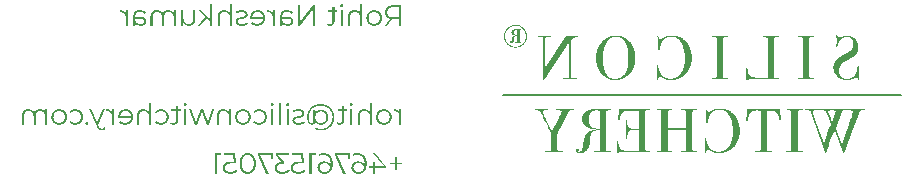
<source format=gbr>
%TF.GenerationSoftware,KiCad,Pcbnew,9.0.0*%
%TF.CreationDate,2025-02-26T11:30:22+01:00*%
%TF.ProjectId,rf-proto-card,72662d70-726f-4746-9f2d-636172642e6b,2*%
%TF.SameCoordinates,Original*%
%TF.FileFunction,Legend,Bot*%
%TF.FilePolarity,Positive*%
%FSLAX46Y46*%
G04 Gerber Fmt 4.6, Leading zero omitted, Abs format (unit mm)*
G04 Created by KiCad (PCBNEW 9.0.0) date 2025-02-26 11:30:22*
%MOMM*%
%LPD*%
G01*
G04 APERTURE LIST*
%ADD10C,0.000000*%
%ADD11C,0.169333*%
%ADD12C,0.423333*%
%ADD13C,0.800000*%
%ADD14C,5.400000*%
G04 APERTURE END LIST*
D10*
G36*
X136682647Y-86222207D02*
G01*
X136689195Y-86222639D01*
X136695609Y-86223358D01*
X136701890Y-86224365D01*
X136708038Y-86225660D01*
X136714052Y-86227243D01*
X136719933Y-86229113D01*
X136725679Y-86231271D01*
X136731291Y-86233717D01*
X136736770Y-86236451D01*
X136742114Y-86239472D01*
X136747323Y-86242781D01*
X136752398Y-86246378D01*
X136757339Y-86250262D01*
X136762145Y-86254435D01*
X136766815Y-86258895D01*
X136771275Y-86263263D01*
X136775447Y-86267765D01*
X136779331Y-86272400D01*
X136782928Y-86277168D01*
X136786237Y-86282069D01*
X136789258Y-86287105D01*
X136791992Y-86292274D01*
X136794437Y-86297576D01*
X136796596Y-86303013D01*
X136798466Y-86308584D01*
X136800049Y-86314289D01*
X136801344Y-86320128D01*
X136802351Y-86326102D01*
X136803071Y-86332210D01*
X136803503Y-86338453D01*
X136803646Y-86344831D01*
X136803503Y-86351218D01*
X136803071Y-86357491D01*
X136802351Y-86363648D01*
X136801344Y-86369691D01*
X136800049Y-86375618D01*
X136798466Y-86381430D01*
X136796596Y-86387127D01*
X136794437Y-86392709D01*
X136791992Y-86398176D01*
X136789258Y-86403528D01*
X136786237Y-86408765D01*
X136782928Y-86413886D01*
X136779331Y-86418893D01*
X136775447Y-86423784D01*
X136771275Y-86428561D01*
X136766815Y-86433222D01*
X136762145Y-86437682D01*
X136757339Y-86441854D01*
X136752398Y-86445739D01*
X136747323Y-86449336D01*
X136742114Y-86452645D01*
X136736770Y-86455666D01*
X136731291Y-86458399D01*
X136725679Y-86460845D01*
X136719933Y-86463003D01*
X136714052Y-86464873D01*
X136708038Y-86466455D01*
X136701890Y-86467750D01*
X136695609Y-86468757D01*
X136689195Y-86469476D01*
X136682647Y-86469908D01*
X136675966Y-86470052D01*
X136668988Y-86469908D01*
X136662183Y-86469476D01*
X136655551Y-86468757D01*
X136649092Y-86467750D01*
X136642806Y-86466455D01*
X136636693Y-86464873D01*
X136630754Y-86463003D01*
X136624988Y-86460845D01*
X136619396Y-86458399D01*
X136613977Y-86455666D01*
X136608733Y-86452645D01*
X136603662Y-86449336D01*
X136598765Y-86445739D01*
X136594043Y-86441854D01*
X136589495Y-86437682D01*
X136585121Y-86433222D01*
X136580662Y-86428551D01*
X136576490Y-86423745D01*
X136572605Y-86418804D01*
X136569009Y-86413729D01*
X136565700Y-86408519D01*
X136562679Y-86403175D01*
X136559945Y-86397697D01*
X136557499Y-86392085D01*
X136555341Y-86386339D01*
X136553470Y-86380459D01*
X136551887Y-86374445D01*
X136550592Y-86368298D01*
X136549585Y-86362017D01*
X136548866Y-86355603D01*
X136548434Y-86349055D01*
X136548290Y-86342375D01*
X136548434Y-86335997D01*
X136548866Y-86329754D01*
X136549585Y-86323646D01*
X136550592Y-86317672D01*
X136551887Y-86311833D01*
X136553470Y-86306128D01*
X136555341Y-86300557D01*
X136557499Y-86295120D01*
X136559945Y-86289818D01*
X136562679Y-86284649D01*
X136565700Y-86279613D01*
X136569009Y-86274712D01*
X136572605Y-86269944D01*
X136576490Y-86265309D01*
X136580662Y-86260807D01*
X136585121Y-86256439D01*
X136589791Y-86252271D01*
X136594594Y-86248374D01*
X136599530Y-86244746D01*
X136604601Y-86241388D01*
X136609805Y-86238299D01*
X136615143Y-86235479D01*
X136620616Y-86232929D01*
X136626224Y-86230647D01*
X136631967Y-86228634D01*
X136637845Y-86226890D01*
X136643858Y-86225415D01*
X136650007Y-86224208D01*
X136656292Y-86223270D01*
X136662713Y-86222600D01*
X136669271Y-86222198D01*
X136675966Y-86222064D01*
X136682647Y-86222207D01*
G37*
G36*
X117947479Y-86742901D02*
G01*
X117970397Y-86743821D01*
X117992834Y-86745354D01*
X118014791Y-86747501D01*
X118036268Y-86750262D01*
X118057265Y-86753636D01*
X118077782Y-86757624D01*
X118097818Y-86762226D01*
X118117374Y-86767443D01*
X118136450Y-86773273D01*
X118155046Y-86779718D01*
X118173161Y-86786778D01*
X118190796Y-86794453D01*
X118207951Y-86802742D01*
X118224625Y-86811646D01*
X118240819Y-86821165D01*
X118256501Y-86830953D01*
X118271605Y-86841298D01*
X118286132Y-86852201D01*
X118300082Y-86863661D01*
X118313455Y-86875678D01*
X118326251Y-86888252D01*
X118338470Y-86901383D01*
X118350113Y-86915071D01*
X118361179Y-86929315D01*
X118371669Y-86944116D01*
X118381582Y-86959473D01*
X118390920Y-86975387D01*
X118399682Y-86991856D01*
X118405326Y-87003595D01*
X118405326Y-86754870D01*
X118572289Y-86754870D01*
X118572289Y-88043922D01*
X118397958Y-88043922D01*
X118397958Y-87385892D01*
X118397508Y-87357761D01*
X118396156Y-87330456D01*
X118393903Y-87303976D01*
X118390750Y-87278321D01*
X118386694Y-87253491D01*
X118381738Y-87229487D01*
X118375879Y-87206306D01*
X118369119Y-87183951D01*
X118361457Y-87162420D01*
X118352893Y-87141713D01*
X118343426Y-87121831D01*
X118333058Y-87102773D01*
X118321787Y-87084539D01*
X118309613Y-87067128D01*
X118296537Y-87050542D01*
X118282558Y-87034778D01*
X118267796Y-87019615D01*
X118252343Y-87005430D01*
X118236197Y-86992223D01*
X118219360Y-86979994D01*
X118201830Y-86968744D01*
X118183609Y-86958472D01*
X118164695Y-86949178D01*
X118145091Y-86940863D01*
X118124794Y-86933526D01*
X118103806Y-86927167D01*
X118082127Y-86921786D01*
X118059756Y-86917384D01*
X118036694Y-86913960D01*
X118012942Y-86911514D01*
X117988498Y-86910047D01*
X117963363Y-86909558D01*
X117960920Y-86909597D01*
X117958475Y-86909715D01*
X117956027Y-86909910D01*
X117953576Y-86910182D01*
X117951121Y-86910529D01*
X117948660Y-86910950D01*
X117946193Y-86911445D01*
X117943720Y-86912012D01*
X117924081Y-86912012D01*
X117924081Y-86742595D01*
X117947479Y-86742901D01*
G37*
G36*
X122005977Y-86742911D02*
G01*
X122027833Y-86743861D01*
X122049324Y-86745443D01*
X122070453Y-86747659D01*
X122091217Y-86750507D01*
X122111618Y-86753989D01*
X122131654Y-86758104D01*
X122151327Y-86762851D01*
X122170636Y-86768232D01*
X122189580Y-86774246D01*
X122208160Y-86780893D01*
X122226375Y-86788172D01*
X122244226Y-86796085D01*
X122261712Y-86804631D01*
X122278834Y-86813809D01*
X122295590Y-86823621D01*
X122311569Y-86833687D01*
X122326994Y-86844231D01*
X122341866Y-86855253D01*
X122356182Y-86866754D01*
X122369944Y-86878734D01*
X122383151Y-86891193D01*
X122395803Y-86904130D01*
X122407900Y-86917547D01*
X122419441Y-86931443D01*
X122430426Y-86945819D01*
X122440855Y-86960674D01*
X122450727Y-86976008D01*
X122457641Y-86987745D01*
X122457641Y-86754870D01*
X122624604Y-86754870D01*
X122624604Y-88043922D01*
X122450272Y-88043922D01*
X122450272Y-87366249D01*
X122450071Y-87348007D01*
X122449467Y-87330110D01*
X122448460Y-87312558D01*
X122447050Y-87295351D01*
X122445237Y-87278490D01*
X122443021Y-87261974D01*
X122440403Y-87245804D01*
X122437382Y-87229978D01*
X122433958Y-87214498D01*
X122430131Y-87199363D01*
X122425901Y-87184574D01*
X122421269Y-87170130D01*
X122416233Y-87156031D01*
X122410795Y-87142277D01*
X122404954Y-87128868D01*
X122398710Y-87115805D01*
X122391776Y-87102813D01*
X122384499Y-87090223D01*
X122376878Y-87078034D01*
X122368914Y-87066246D01*
X122360605Y-87054860D01*
X122351953Y-87043877D01*
X122342957Y-87033295D01*
X122333616Y-87023116D01*
X122323931Y-87013340D01*
X122313901Y-87003967D01*
X122303527Y-86994998D01*
X122292809Y-86986432D01*
X122281745Y-86978269D01*
X122270336Y-86970511D01*
X122258582Y-86963157D01*
X122246483Y-86956208D01*
X122234072Y-86949365D01*
X122221413Y-86942964D01*
X122208505Y-86937005D01*
X122195350Y-86931489D01*
X122181947Y-86926415D01*
X122168295Y-86921782D01*
X122154396Y-86917591D01*
X122140248Y-86913842D01*
X122125852Y-86910535D01*
X122111208Y-86907669D01*
X122096316Y-86905244D01*
X122081176Y-86903260D01*
X122065788Y-86901717D01*
X122050151Y-86900616D01*
X122034267Y-86899955D01*
X122018134Y-86899735D01*
X121996343Y-86900147D01*
X121975166Y-86901385D01*
X121954602Y-86903449D01*
X121934651Y-86906337D01*
X121915314Y-86910051D01*
X121896590Y-86914589D01*
X121878481Y-86919953D01*
X121860985Y-86926140D01*
X121844104Y-86933153D01*
X121827837Y-86940990D01*
X121812184Y-86949651D01*
X121797145Y-86959136D01*
X121782721Y-86969445D01*
X121768912Y-86980578D01*
X121755718Y-86992535D01*
X121743139Y-87005316D01*
X121731236Y-87018599D01*
X121720104Y-87032668D01*
X121709740Y-87047524D01*
X121700146Y-87063165D01*
X121691321Y-87079593D01*
X121683265Y-87096807D01*
X121675977Y-87114808D01*
X121669458Y-87133596D01*
X121663706Y-87153170D01*
X121658722Y-87173532D01*
X121654505Y-87194680D01*
X121651056Y-87216616D01*
X121648374Y-87239338D01*
X121646458Y-87262849D01*
X121645309Y-87287147D01*
X121644926Y-87312232D01*
X121644926Y-88043922D01*
X121470595Y-88043922D01*
X121470595Y-87366249D01*
X121470393Y-87348007D01*
X121469789Y-87330110D01*
X121468782Y-87312558D01*
X121467372Y-87295351D01*
X121465559Y-87278490D01*
X121463344Y-87261974D01*
X121460725Y-87245804D01*
X121457704Y-87229978D01*
X121454280Y-87214498D01*
X121450453Y-87199363D01*
X121446223Y-87184574D01*
X121441591Y-87170130D01*
X121436555Y-87156031D01*
X121431117Y-87142277D01*
X121425276Y-87128868D01*
X121419032Y-87115805D01*
X121412108Y-87102813D01*
X121404860Y-87090223D01*
X121397289Y-87078034D01*
X121389392Y-87066246D01*
X121381172Y-87054860D01*
X121372626Y-87043877D01*
X121363756Y-87033295D01*
X121354560Y-87023116D01*
X121345039Y-87013340D01*
X121335192Y-87003967D01*
X121325020Y-86994998D01*
X121314521Y-86986432D01*
X121303696Y-86978269D01*
X121292545Y-86970511D01*
X121281067Y-86963157D01*
X121269262Y-86956208D01*
X121256841Y-86949365D01*
X121244155Y-86942964D01*
X121231202Y-86937005D01*
X121217982Y-86931489D01*
X121204496Y-86926415D01*
X121190742Y-86921782D01*
X121176721Y-86917591D01*
X121162432Y-86913842D01*
X121147875Y-86910535D01*
X121133050Y-86907669D01*
X121117957Y-86905244D01*
X121102595Y-86903260D01*
X121086964Y-86901717D01*
X121071064Y-86900616D01*
X121054895Y-86899955D01*
X121038456Y-86899735D01*
X121016675Y-86900147D01*
X120995528Y-86901385D01*
X120975013Y-86903449D01*
X120955131Y-86906337D01*
X120935882Y-86910051D01*
X120917266Y-86914589D01*
X120899283Y-86919953D01*
X120881933Y-86926140D01*
X120865216Y-86933153D01*
X120849132Y-86940990D01*
X120833680Y-86949651D01*
X120818862Y-86959136D01*
X120804676Y-86969445D01*
X120791124Y-86980578D01*
X120778204Y-86992535D01*
X120765917Y-87005316D01*
X120754015Y-87018599D01*
X120742882Y-87032668D01*
X120732519Y-87047524D01*
X120722925Y-87063165D01*
X120714100Y-87079593D01*
X120706043Y-87096807D01*
X120698756Y-87114808D01*
X120692236Y-87133596D01*
X120686484Y-87153170D01*
X120681500Y-87173532D01*
X120677284Y-87194680D01*
X120673834Y-87216616D01*
X120671152Y-87239338D01*
X120669236Y-87262849D01*
X120668087Y-87287147D01*
X120667704Y-87312232D01*
X120667704Y-88043922D01*
X120493373Y-88043922D01*
X120493373Y-87295045D01*
X120493632Y-87271973D01*
X120494409Y-87249400D01*
X120495704Y-87227325D01*
X120497517Y-87205748D01*
X120499848Y-87184669D01*
X120502696Y-87164088D01*
X120506063Y-87144005D01*
X120509948Y-87124420D01*
X120514350Y-87105333D01*
X120519271Y-87086745D01*
X120524710Y-87068654D01*
X120530666Y-87051062D01*
X120537141Y-87033967D01*
X120544133Y-87017371D01*
X120551643Y-87001273D01*
X120559672Y-86985673D01*
X120567852Y-86970572D01*
X120576457Y-86955971D01*
X120585486Y-86941869D01*
X120594940Y-86928267D01*
X120604817Y-86915165D01*
X120615118Y-86902563D01*
X120625842Y-86890459D01*
X120636989Y-86878855D01*
X120648559Y-86867750D01*
X120660552Y-86857144D01*
X120672967Y-86847036D01*
X120685804Y-86837428D01*
X120699062Y-86828318D01*
X120712743Y-86819706D01*
X120726844Y-86811593D01*
X120741366Y-86803978D01*
X120755943Y-86796549D01*
X120770848Y-86789599D01*
X120786080Y-86783127D01*
X120801640Y-86777134D01*
X120817527Y-86771620D01*
X120833742Y-86766584D01*
X120850285Y-86762028D01*
X120867155Y-86757951D01*
X120884352Y-86754353D01*
X120901878Y-86751234D01*
X120919730Y-86748595D01*
X120937910Y-86746435D01*
X120956418Y-86744755D01*
X120975253Y-86743555D01*
X120994415Y-86742835D01*
X121013905Y-86742595D01*
X121038847Y-86742979D01*
X121063347Y-86744130D01*
X121087408Y-86746050D01*
X121111028Y-86748737D01*
X121134207Y-86752191D01*
X121156946Y-86756413D01*
X121179245Y-86761402D01*
X121201103Y-86767159D01*
X121222521Y-86773682D01*
X121243498Y-86780972D01*
X121264034Y-86789028D01*
X121284130Y-86797851D01*
X121303785Y-86807441D01*
X121322999Y-86817797D01*
X121341773Y-86828919D01*
X121360106Y-86840807D01*
X121377567Y-86853017D01*
X121394357Y-86865707D01*
X121410476Y-86878877D01*
X121425925Y-86892527D01*
X121440702Y-86906657D01*
X121454809Y-86921266D01*
X121468246Y-86936354D01*
X121481011Y-86951922D01*
X121493106Y-86967969D01*
X121504530Y-86984495D01*
X121515283Y-87001500D01*
X121522815Y-87014561D01*
X121523892Y-87011897D01*
X121532812Y-86992381D01*
X121542462Y-86973614D01*
X121552841Y-86955594D01*
X121563949Y-86938324D01*
X121575786Y-86921800D01*
X121588353Y-86906025D01*
X121601648Y-86890997D01*
X121615672Y-86876716D01*
X121630424Y-86863182D01*
X121645904Y-86850394D01*
X121662113Y-86838353D01*
X121678907Y-86826757D01*
X121696142Y-86815909D01*
X121713817Y-86805810D01*
X121731934Y-86796458D01*
X121750491Y-86787855D01*
X121769489Y-86780000D01*
X121788929Y-86772893D01*
X121808809Y-86766534D01*
X121829132Y-86760923D01*
X121849896Y-86756060D01*
X121871101Y-86751946D01*
X121892749Y-86748579D01*
X121914838Y-86745961D01*
X121937369Y-86744091D01*
X121960343Y-86742969D01*
X121983759Y-86742595D01*
X122005977Y-86742911D01*
G37*
G36*
X125724926Y-88043922D02*
G01*
X125550600Y-88043922D01*
X125550600Y-87675959D01*
X125246342Y-87394784D01*
X124725609Y-88043922D01*
X124511991Y-88043922D01*
X125116399Y-87281434D01*
X124566010Y-86754870D01*
X124779623Y-86754870D01*
X125550600Y-87457472D01*
X125550600Y-86222064D01*
X125724926Y-86222064D01*
X125724926Y-88043922D01*
G37*
G36*
X127384228Y-88043922D02*
G01*
X127209896Y-88043922D01*
X127209896Y-87366249D01*
X127209685Y-87348007D01*
X127209051Y-87330110D01*
X127207995Y-87312558D01*
X127206516Y-87295351D01*
X127204615Y-87278490D01*
X127202292Y-87261974D01*
X127199547Y-87245804D01*
X127196380Y-87229978D01*
X127192792Y-87214498D01*
X127188782Y-87199363D01*
X127184351Y-87184574D01*
X127179498Y-87170130D01*
X127174224Y-87156031D01*
X127168530Y-87142277D01*
X127162414Y-87128868D01*
X127155878Y-87115805D01*
X127148641Y-87102813D01*
X127141059Y-87090223D01*
X127133132Y-87078034D01*
X127124860Y-87066246D01*
X127116244Y-87054860D01*
X127107282Y-87043877D01*
X127097976Y-87033295D01*
X127088326Y-87023116D01*
X127078331Y-87013340D01*
X127067993Y-87003967D01*
X127057310Y-86994998D01*
X127046283Y-86986432D01*
X127034913Y-86978269D01*
X127023198Y-86970511D01*
X127011141Y-86963157D01*
X126998739Y-86956208D01*
X126985714Y-86949365D01*
X126972419Y-86942964D01*
X126958854Y-86937005D01*
X126945021Y-86931489D01*
X126930918Y-86926415D01*
X126916547Y-86921782D01*
X126901907Y-86917591D01*
X126887000Y-86913842D01*
X126871824Y-86910535D01*
X126856381Y-86907669D01*
X126840670Y-86905244D01*
X126824692Y-86903260D01*
X126808448Y-86901717D01*
X126791936Y-86900616D01*
X126775158Y-86899955D01*
X126758114Y-86899735D01*
X126735421Y-86900147D01*
X126713378Y-86901385D01*
X126691988Y-86903449D01*
X126671249Y-86906337D01*
X126651162Y-86910051D01*
X126631727Y-86914589D01*
X126612944Y-86919953D01*
X126594814Y-86926140D01*
X126577337Y-86933153D01*
X126560513Y-86940990D01*
X126544342Y-86949651D01*
X126528825Y-86959136D01*
X126513961Y-86969445D01*
X126499752Y-86980578D01*
X126486196Y-86992535D01*
X126473295Y-87005316D01*
X126460808Y-87018599D01*
X126449127Y-87032668D01*
X126438251Y-87047524D01*
X126428181Y-87063165D01*
X126418916Y-87079593D01*
X126410457Y-87096807D01*
X126402803Y-87114808D01*
X126395955Y-87133596D01*
X126389913Y-87153170D01*
X126384677Y-87173532D01*
X126380245Y-87194680D01*
X126376620Y-87216616D01*
X126373800Y-87239338D01*
X126371786Y-87262849D01*
X126370578Y-87287147D01*
X126370175Y-87312232D01*
X126370175Y-88043922D01*
X126195844Y-88043922D01*
X126195844Y-87295045D01*
X126196112Y-87271973D01*
X126196916Y-87249400D01*
X126198256Y-87227325D01*
X126200133Y-87205748D01*
X126202546Y-87184669D01*
X126205497Y-87164088D01*
X126208985Y-87144005D01*
X126213010Y-87124420D01*
X126217574Y-87105333D01*
X126222675Y-87086745D01*
X126228314Y-87068654D01*
X126234492Y-87051062D01*
X126241209Y-87033967D01*
X126248465Y-87017371D01*
X126256259Y-87001273D01*
X126264594Y-86985673D01*
X126273091Y-86970572D01*
X126282008Y-86955971D01*
X126291347Y-86941869D01*
X126301108Y-86928267D01*
X126311290Y-86915165D01*
X126321894Y-86902563D01*
X126332920Y-86890459D01*
X126344369Y-86878855D01*
X126356240Y-86867750D01*
X126368534Y-86857144D01*
X126381252Y-86847036D01*
X126394392Y-86837428D01*
X126407957Y-86828318D01*
X126421945Y-86819706D01*
X126436358Y-86811593D01*
X126451195Y-86803978D01*
X126466081Y-86796549D01*
X126481272Y-86789599D01*
X126496769Y-86783127D01*
X126512572Y-86777134D01*
X126528682Y-86771620D01*
X126545099Y-86766584D01*
X126561822Y-86762028D01*
X126578853Y-86757951D01*
X126596192Y-86754353D01*
X126613838Y-86751234D01*
X126631793Y-86748595D01*
X126650055Y-86746435D01*
X126668627Y-86744755D01*
X126687507Y-86743555D01*
X126706696Y-86742835D01*
X126726195Y-86742595D01*
X126749315Y-86742911D01*
X126772032Y-86743861D01*
X126794346Y-86745443D01*
X126816258Y-86747659D01*
X126837767Y-86750507D01*
X126858874Y-86753989D01*
X126879579Y-86758104D01*
X126899881Y-86762851D01*
X126919782Y-86768232D01*
X126939281Y-86774246D01*
X126958378Y-86780893D01*
X126977073Y-86788172D01*
X126995367Y-86796085D01*
X127013259Y-86804631D01*
X127030751Y-86813809D01*
X127047841Y-86823621D01*
X127064428Y-86833687D01*
X127080440Y-86844231D01*
X127095877Y-86855253D01*
X127110739Y-86866754D01*
X127125026Y-86878734D01*
X127138738Y-86891193D01*
X127151875Y-86904130D01*
X127164438Y-86917547D01*
X127176427Y-86931443D01*
X127187841Y-86945819D01*
X127198681Y-86960674D01*
X127208946Y-86976008D01*
X127209896Y-86977559D01*
X127209896Y-86222064D01*
X127384228Y-86222064D01*
X127384228Y-88043922D01*
G37*
G36*
X130394408Y-86742901D02*
G01*
X130417325Y-86743821D01*
X130439763Y-86745354D01*
X130461720Y-86747501D01*
X130483197Y-86750262D01*
X130504194Y-86753636D01*
X130524711Y-86757624D01*
X130544747Y-86762226D01*
X130564303Y-86767443D01*
X130583379Y-86773273D01*
X130601974Y-86779718D01*
X130620090Y-86786778D01*
X130637725Y-86794453D01*
X130654879Y-86802742D01*
X130671554Y-86811646D01*
X130687748Y-86821165D01*
X130703430Y-86830953D01*
X130718534Y-86841298D01*
X130733061Y-86852201D01*
X130747011Y-86863661D01*
X130760385Y-86875678D01*
X130773181Y-86888252D01*
X130785400Y-86901383D01*
X130797043Y-86915071D01*
X130808109Y-86929315D01*
X130818599Y-86944116D01*
X130828513Y-86959473D01*
X130837851Y-86975387D01*
X130846612Y-86991856D01*
X130852255Y-87003592D01*
X130852255Y-86754870D01*
X131019218Y-86754870D01*
X131019218Y-88043922D01*
X130844892Y-88043922D01*
X130844892Y-87385892D01*
X130844441Y-87357761D01*
X130843089Y-87330456D01*
X130840837Y-87303976D01*
X130837682Y-87278321D01*
X130833627Y-87253491D01*
X130828670Y-87229487D01*
X130822811Y-87206306D01*
X130816050Y-87183951D01*
X130808387Y-87162420D01*
X130799823Y-87141713D01*
X130790356Y-87121831D01*
X130779987Y-87102773D01*
X130768716Y-87084539D01*
X130756542Y-87067128D01*
X130743465Y-87050542D01*
X130729486Y-87034778D01*
X130714726Y-87019615D01*
X130699273Y-87005430D01*
X130683128Y-86992223D01*
X130666291Y-86979994D01*
X130648761Y-86968744D01*
X130630540Y-86958472D01*
X130611626Y-86949178D01*
X130592021Y-86940863D01*
X130571724Y-86933526D01*
X130550736Y-86927167D01*
X130529057Y-86921786D01*
X130506686Y-86917384D01*
X130483624Y-86913960D01*
X130459871Y-86911514D01*
X130435427Y-86910047D01*
X130410292Y-86909558D01*
X130407849Y-86909597D01*
X130405404Y-86909715D01*
X130402956Y-86909910D01*
X130400506Y-86910182D01*
X130398051Y-86910529D01*
X130395591Y-86910950D01*
X130393125Y-86911445D01*
X130390653Y-86912012D01*
X130371010Y-86912012D01*
X130371010Y-86742595D01*
X130394408Y-86742901D01*
G37*
G36*
X133170854Y-87719121D02*
G01*
X134278207Y-86325187D01*
X134427982Y-86325187D01*
X134427982Y-88043922D01*
X134246288Y-88043922D01*
X134246288Y-86650192D01*
X133141386Y-88043922D01*
X132991615Y-88043922D01*
X132991615Y-86325187D01*
X133170854Y-86325187D01*
X133170854Y-87719121D01*
G37*
G36*
X136764359Y-88043922D02*
G01*
X136590028Y-88043922D01*
X136590028Y-86754870D01*
X136764359Y-86754870D01*
X136764359Y-88043922D01*
G37*
G36*
X138423573Y-88043922D02*
G01*
X138249247Y-88043922D01*
X138249247Y-87366249D01*
X138249037Y-87348007D01*
X138248405Y-87330110D01*
X138247352Y-87312558D01*
X138245878Y-87295351D01*
X138243982Y-87278490D01*
X138241664Y-87261974D01*
X138238924Y-87245804D01*
X138235762Y-87229978D01*
X138232177Y-87214498D01*
X138228169Y-87199363D01*
X138223738Y-87184574D01*
X138218884Y-87170130D01*
X138213606Y-87156031D01*
X138207904Y-87142277D01*
X138201778Y-87128868D01*
X138195229Y-87115805D01*
X138188006Y-87102813D01*
X138180437Y-87090223D01*
X138172520Y-87078034D01*
X138164257Y-87066246D01*
X138155647Y-87054860D01*
X138146690Y-87043877D01*
X138137386Y-87033295D01*
X138127736Y-87023116D01*
X138117740Y-87013340D01*
X138107398Y-87003967D01*
X138096710Y-86994998D01*
X138085676Y-86986432D01*
X138074297Y-86978269D01*
X138062571Y-86970511D01*
X138050501Y-86963157D01*
X138038085Y-86956208D01*
X138025060Y-86949365D01*
X138011768Y-86942964D01*
X137998207Y-86937005D01*
X137984378Y-86931489D01*
X137970280Y-86926415D01*
X137955915Y-86921782D01*
X137941280Y-86917591D01*
X137926377Y-86913842D01*
X137911204Y-86910535D01*
X137895763Y-86907669D01*
X137880053Y-86905244D01*
X137864073Y-86903260D01*
X137847824Y-86901717D01*
X137831306Y-86900616D01*
X137814518Y-86899955D01*
X137797460Y-86899735D01*
X137774768Y-86900147D01*
X137752729Y-86901385D01*
X137731342Y-86903449D01*
X137710608Y-86906337D01*
X137690526Y-86910051D01*
X137671097Y-86914589D01*
X137652319Y-86919953D01*
X137634193Y-86926140D01*
X137616720Y-86933153D01*
X137599898Y-86940990D01*
X137583727Y-86949651D01*
X137568208Y-86959136D01*
X137553341Y-86969445D01*
X137539125Y-86980578D01*
X137525560Y-86992535D01*
X137512646Y-87005316D01*
X137500158Y-87018599D01*
X137488476Y-87032668D01*
X137477599Y-87047524D01*
X137467528Y-87063165D01*
X137458263Y-87079593D01*
X137449804Y-87096807D01*
X137442150Y-87114808D01*
X137435302Y-87133596D01*
X137429259Y-87153170D01*
X137424022Y-87173532D01*
X137419591Y-87194680D01*
X137415966Y-87216616D01*
X137413146Y-87239338D01*
X137411132Y-87262849D01*
X137409923Y-87287147D01*
X137409521Y-87312232D01*
X137409521Y-88043922D01*
X137235189Y-88043922D01*
X137235189Y-87295045D01*
X137235458Y-87271973D01*
X137236265Y-87249400D01*
X137237609Y-87227325D01*
X137239490Y-87205748D01*
X137241909Y-87184669D01*
X137244865Y-87164088D01*
X137248358Y-87144005D01*
X137252387Y-87124420D01*
X137256954Y-87105333D01*
X137262057Y-87086745D01*
X137267697Y-87068654D01*
X137273873Y-87051062D01*
X137280585Y-87033967D01*
X137287834Y-87017371D01*
X137295619Y-87001273D01*
X137303939Y-86985673D01*
X137312438Y-86970572D01*
X137321359Y-86955971D01*
X137330702Y-86941869D01*
X137340468Y-86928267D01*
X137350655Y-86915165D01*
X137361265Y-86902563D01*
X137372296Y-86890459D01*
X137383749Y-86878855D01*
X137395624Y-86867750D01*
X137407920Y-86857144D01*
X137420637Y-86847036D01*
X137433776Y-86837428D01*
X137447336Y-86828318D01*
X137461317Y-86819706D01*
X137475718Y-86811593D01*
X137490541Y-86803978D01*
X137505427Y-86796549D01*
X137520621Y-86789599D01*
X137536122Y-86783127D01*
X137551930Y-86777134D01*
X137568046Y-86771620D01*
X137584468Y-86766584D01*
X137601197Y-86762028D01*
X137618233Y-86757951D01*
X137635575Y-86754353D01*
X137653224Y-86751234D01*
X137671179Y-86748595D01*
X137689440Y-86746435D01*
X137708008Y-86744755D01*
X137726881Y-86743555D01*
X137746061Y-86742835D01*
X137765546Y-86742595D01*
X137788679Y-86742911D01*
X137811408Y-86743861D01*
X137833733Y-86745443D01*
X137855653Y-86747659D01*
X137877168Y-86750507D01*
X137898280Y-86753989D01*
X137918987Y-86758104D01*
X137939291Y-86762851D01*
X137959191Y-86768232D01*
X137978687Y-86774246D01*
X137997780Y-86780893D01*
X138016470Y-86788172D01*
X138034756Y-86796085D01*
X138052639Y-86804631D01*
X138070119Y-86813809D01*
X138087196Y-86823621D01*
X138103797Y-86833687D01*
X138119821Y-86844231D01*
X138135268Y-86855253D01*
X138150138Y-86866754D01*
X138164431Y-86878734D01*
X138178148Y-86891193D01*
X138191288Y-86904130D01*
X138203851Y-86917547D01*
X138215838Y-86931443D01*
X138227249Y-86945819D01*
X138238083Y-86960674D01*
X138248342Y-86976008D01*
X138249247Y-86977487D01*
X138249247Y-86222064D01*
X138423573Y-86222064D01*
X138423573Y-88043922D01*
G37*
G36*
X141700507Y-88043922D02*
G01*
X141518812Y-88043922D01*
X141518812Y-87498836D01*
X141057216Y-87498836D01*
X141030135Y-87498567D01*
X141003534Y-87497761D01*
X140977413Y-87496417D01*
X140951773Y-87494535D01*
X140926613Y-87492117D01*
X140918586Y-87491155D01*
X140526859Y-88043922D01*
X140327978Y-88043922D01*
X140747632Y-87455019D01*
X140742620Y-87453441D01*
X140721782Y-87446192D01*
X140701424Y-87438408D01*
X140681547Y-87430087D01*
X140662196Y-87420952D01*
X140643420Y-87411359D01*
X140625217Y-87401306D01*
X140607589Y-87390794D01*
X140590535Y-87379823D01*
X140574055Y-87368392D01*
X140558151Y-87356502D01*
X140542822Y-87344151D01*
X140528068Y-87331340D01*
X140513890Y-87318068D01*
X140500288Y-87304335D01*
X140487263Y-87290141D01*
X140474813Y-87275486D01*
X140462941Y-87260369D01*
X140451645Y-87244790D01*
X140440927Y-87228749D01*
X140430516Y-87211985D01*
X140420777Y-87194837D01*
X140411711Y-87177305D01*
X140403317Y-87159391D01*
X140395596Y-87141093D01*
X140388546Y-87122411D01*
X140382169Y-87103345D01*
X140376463Y-87083896D01*
X140371429Y-87064063D01*
X140367067Y-87043846D01*
X140363376Y-87023244D01*
X140360356Y-87002258D01*
X140358008Y-86980888D01*
X140356331Y-86959133D01*
X140355325Y-86936993D01*
X140354989Y-86914468D01*
X140536684Y-86914468D01*
X140537211Y-86939592D01*
X140538795Y-86964006D01*
X140541433Y-86987709D01*
X140545127Y-87010702D01*
X140549876Y-87032984D01*
X140555681Y-87054556D01*
X140562540Y-87075418D01*
X140570454Y-87095569D01*
X140579422Y-87115010D01*
X140589446Y-87133741D01*
X140600524Y-87151761D01*
X140612656Y-87169071D01*
X140625843Y-87185670D01*
X140640084Y-87201559D01*
X140655379Y-87216737D01*
X140671728Y-87231205D01*
X140688790Y-87244878D01*
X140706830Y-87257669D01*
X140725849Y-87269579D01*
X140745847Y-87280607D01*
X140766822Y-87290754D01*
X140788776Y-87300019D01*
X140811709Y-87308403D01*
X140835620Y-87315904D01*
X140860509Y-87322523D01*
X140886376Y-87328261D01*
X140913222Y-87333115D01*
X140941046Y-87337088D01*
X140969848Y-87340178D01*
X140999628Y-87342385D01*
X141030386Y-87343709D01*
X141062123Y-87344151D01*
X141518812Y-87344151D01*
X141518812Y-86482328D01*
X141062123Y-86482328D01*
X141030386Y-86482770D01*
X140999628Y-86484094D01*
X140969848Y-86486302D01*
X140941046Y-86489392D01*
X140913222Y-86493364D01*
X140886376Y-86498219D01*
X140860509Y-86503957D01*
X140835620Y-86510576D01*
X140811709Y-86518078D01*
X140788776Y-86526461D01*
X140766822Y-86535726D01*
X140745847Y-86545873D01*
X140725849Y-86556901D01*
X140706830Y-86568811D01*
X140688790Y-86581602D01*
X140671728Y-86595274D01*
X140655379Y-86609752D01*
X140640084Y-86624960D01*
X140625843Y-86640899D01*
X140612656Y-86657567D01*
X140600524Y-86674964D01*
X140589446Y-86693092D01*
X140579422Y-86711949D01*
X140570454Y-86731535D01*
X140562540Y-86751850D01*
X140555681Y-86772895D01*
X140549876Y-86794669D01*
X140545127Y-86817171D01*
X140541433Y-86840403D01*
X140538795Y-86864363D01*
X140537211Y-86889051D01*
X140536684Y-86914468D01*
X140354989Y-86914468D01*
X140355325Y-86891368D01*
X140356331Y-86868708D01*
X140358008Y-86846489D01*
X140360356Y-86824711D01*
X140363376Y-86803373D01*
X140367067Y-86782475D01*
X140371429Y-86762018D01*
X140376463Y-86742002D01*
X140382169Y-86722426D01*
X140388546Y-86703291D01*
X140395596Y-86684596D01*
X140403317Y-86666342D01*
X140411711Y-86648528D01*
X140420777Y-86631155D01*
X140430516Y-86614222D01*
X140440927Y-86597730D01*
X140451645Y-86581406D01*
X140462941Y-86565579D01*
X140474813Y-86550251D01*
X140487263Y-86535422D01*
X140500288Y-86521091D01*
X140513890Y-86507259D01*
X140528068Y-86493925D01*
X140542822Y-86481091D01*
X140558151Y-86468755D01*
X140574055Y-86456919D01*
X140590535Y-86445582D01*
X140607589Y-86434745D01*
X140625217Y-86424407D01*
X140643420Y-86414569D01*
X140662196Y-86405231D01*
X140681547Y-86396392D01*
X140701424Y-86387765D01*
X140721782Y-86379695D01*
X140742620Y-86372183D01*
X140763938Y-86365228D01*
X140785736Y-86358830D01*
X140808015Y-86352989D01*
X140830774Y-86347705D01*
X140854013Y-86342978D01*
X140877733Y-86338807D01*
X140901933Y-86335193D01*
X140926613Y-86332135D01*
X140951773Y-86329634D01*
X140977413Y-86327688D01*
X141003534Y-86326299D01*
X141030135Y-86325465D01*
X141057216Y-86325187D01*
X141700507Y-86325187D01*
X141700507Y-87344151D01*
X141700507Y-88043922D01*
G37*
G36*
X120128632Y-87680530D02*
G01*
X120128412Y-87694246D01*
X120127750Y-87707769D01*
X120126649Y-87721099D01*
X120125106Y-87734238D01*
X120123122Y-87747184D01*
X120120697Y-87759939D01*
X120117831Y-87772502D01*
X120114524Y-87784873D01*
X120110775Y-87797053D01*
X120106584Y-87809041D01*
X120101952Y-87820838D01*
X120096878Y-87832444D01*
X120091362Y-87843859D01*
X120085404Y-87855083D01*
X120079004Y-87866116D01*
X120072162Y-87876959D01*
X120064906Y-87887254D01*
X120057266Y-87897282D01*
X120049244Y-87907042D01*
X120040839Y-87916535D01*
X120032051Y-87925759D01*
X120022880Y-87934715D01*
X120013326Y-87943404D01*
X120003390Y-87951825D01*
X119993070Y-87959978D01*
X119982367Y-87967862D01*
X119971281Y-87975480D01*
X119959812Y-87982829D01*
X119947961Y-87989910D01*
X119935726Y-87996723D01*
X119923108Y-88003269D01*
X119910106Y-88009547D01*
X119896454Y-88015191D01*
X119882516Y-88020472D01*
X119868291Y-88025390D01*
X119853780Y-88029944D01*
X119838982Y-88034135D01*
X119823897Y-88037962D01*
X119808525Y-88041425D01*
X119792865Y-88044524D01*
X119776918Y-88047259D01*
X119760683Y-88049629D01*
X119744159Y-88051635D01*
X119727347Y-88053277D01*
X119710247Y-88054554D01*
X119692858Y-88055467D01*
X119675179Y-88056014D01*
X119657211Y-88056197D01*
X119634441Y-88055899D01*
X119612169Y-88055006D01*
X119590395Y-88053519D01*
X119569120Y-88051436D01*
X119548344Y-88048758D01*
X119528066Y-88045486D01*
X119508287Y-88041619D01*
X119489007Y-88037158D01*
X119470226Y-88032102D01*
X119451945Y-88026452D01*
X119434163Y-88020209D01*
X119416880Y-88013371D01*
X119400097Y-88005939D01*
X119383814Y-87997914D01*
X119368031Y-87989296D01*
X119352748Y-87980084D01*
X119337685Y-87970372D01*
X119323200Y-87960256D01*
X119309291Y-87949736D01*
X119295959Y-87938811D01*
X119283204Y-87927483D01*
X119271024Y-87915751D01*
X119259421Y-87903616D01*
X119248394Y-87891077D01*
X119237942Y-87878136D01*
X119228065Y-87864792D01*
X119218764Y-87851046D01*
X119212792Y-87841365D01*
X119212792Y-88043922D01*
X119045829Y-88043922D01*
X119045829Y-87444820D01*
X119220155Y-87444820D01*
X119220155Y-87655977D01*
X119226529Y-87671702D01*
X119233360Y-87686969D01*
X119240651Y-87701777D01*
X119248401Y-87716125D01*
X119256610Y-87730014D01*
X119265279Y-87743444D01*
X119274408Y-87756413D01*
X119283996Y-87768923D01*
X119294045Y-87780972D01*
X119304555Y-87792561D01*
X119315525Y-87803688D01*
X119326957Y-87814355D01*
X119338850Y-87824560D01*
X119351204Y-87834304D01*
X119364020Y-87843586D01*
X119377299Y-87852405D01*
X119390654Y-87860433D01*
X119404337Y-87867943D01*
X119418348Y-87874934D01*
X119432685Y-87881408D01*
X119447349Y-87887364D01*
X119462340Y-87892803D01*
X119477658Y-87897723D01*
X119493303Y-87902125D01*
X119509274Y-87906010D01*
X119525571Y-87909376D01*
X119542194Y-87912225D01*
X119559144Y-87914556D01*
X119576419Y-87916369D01*
X119594020Y-87917663D01*
X119611947Y-87918440D01*
X119630199Y-87918699D01*
X119649266Y-87918440D01*
X119667796Y-87917663D01*
X119685787Y-87916369D01*
X119703241Y-87914556D01*
X119720158Y-87912225D01*
X119736538Y-87909376D01*
X119752381Y-87906010D01*
X119767686Y-87902125D01*
X119782455Y-87897723D01*
X119796688Y-87892803D01*
X119810383Y-87887364D01*
X119823543Y-87881408D01*
X119836166Y-87874934D01*
X119848253Y-87867943D01*
X119859804Y-87860433D01*
X119870819Y-87852405D01*
X119881230Y-87843946D01*
X119890969Y-87835141D01*
X119900035Y-87825991D01*
X119908429Y-87816496D01*
X119916150Y-87806655D01*
X119923200Y-87796469D01*
X119929577Y-87785938D01*
X119935283Y-87775062D01*
X119940317Y-87763840D01*
X119944679Y-87752273D01*
X119948370Y-87740361D01*
X119951390Y-87728103D01*
X119953738Y-87715501D01*
X119955415Y-87702553D01*
X119956421Y-87689259D01*
X119956757Y-87675621D01*
X119956479Y-87663474D01*
X119955645Y-87651574D01*
X119954256Y-87639924D01*
X119952311Y-87628521D01*
X119949809Y-87617368D01*
X119946751Y-87606462D01*
X119943137Y-87595806D01*
X119938966Y-87585399D01*
X119934239Y-87575240D01*
X119928955Y-87565331D01*
X119923114Y-87555671D01*
X119916716Y-87546260D01*
X119909761Y-87537099D01*
X119902248Y-87528188D01*
X119894178Y-87519526D01*
X119885551Y-87511114D01*
X119875902Y-87503086D01*
X119865370Y-87495576D01*
X119853955Y-87488584D01*
X119841658Y-87482110D01*
X119828478Y-87476154D01*
X119814416Y-87470716D01*
X119799471Y-87465795D01*
X119783645Y-87461393D01*
X119766936Y-87457509D01*
X119749345Y-87454142D01*
X119730873Y-87451294D01*
X119711518Y-87448963D01*
X119691283Y-87447151D01*
X119670165Y-87445856D01*
X119648167Y-87445079D01*
X119625287Y-87444820D01*
X119220155Y-87444820D01*
X119045829Y-87444820D01*
X119045829Y-87243483D01*
X119046366Y-87212384D01*
X119047976Y-87182301D01*
X119050660Y-87153233D01*
X119054418Y-87125182D01*
X119059250Y-87098147D01*
X119065156Y-87072128D01*
X119072137Y-87047124D01*
X119080191Y-87023137D01*
X119089321Y-87000166D01*
X119099525Y-86978211D01*
X119110803Y-86957272D01*
X119123157Y-86937349D01*
X119136586Y-86918441D01*
X119151090Y-86900550D01*
X119166669Y-86883675D01*
X119183324Y-86867816D01*
X119200651Y-86852652D01*
X119218881Y-86838467D01*
X119238014Y-86825260D01*
X119258048Y-86813032D01*
X119278986Y-86801781D01*
X119300825Y-86791509D01*
X119323566Y-86782215D01*
X119347210Y-86773900D01*
X119371755Y-86766563D01*
X119397202Y-86760204D01*
X119423551Y-86754823D01*
X119450801Y-86750421D01*
X119478953Y-86746997D01*
X119508007Y-86744551D01*
X119537961Y-86743084D01*
X119568817Y-86742595D01*
X119606651Y-86743325D01*
X119644019Y-86745514D01*
X119680922Y-86749162D01*
X119699200Y-86751533D01*
X119717363Y-86754267D01*
X119735411Y-86757366D01*
X119753344Y-86760829D01*
X119771162Y-86764656D01*
X119788866Y-86768847D01*
X119806456Y-86773401D01*
X119823932Y-86778319D01*
X119841295Y-86783600D01*
X119858544Y-86789245D01*
X119875583Y-86794923D01*
X119892314Y-86800909D01*
X119908738Y-86807203D01*
X119924854Y-86813803D01*
X119940662Y-86820710D01*
X119956163Y-86827925D01*
X119971357Y-86835446D01*
X119986242Y-86843274D01*
X120000820Y-86851408D01*
X120015091Y-86859849D01*
X120029054Y-86868596D01*
X120042710Y-86877649D01*
X120056058Y-86887009D01*
X120069098Y-86896674D01*
X120081831Y-86906645D01*
X120094257Y-86916922D01*
X120015683Y-87047055D01*
X120005723Y-87038572D01*
X119995495Y-87030299D01*
X119985000Y-87022237D01*
X119974236Y-87014384D01*
X119963204Y-87006743D01*
X119951904Y-86999311D01*
X119940336Y-86992090D01*
X119928501Y-86985079D01*
X119916397Y-86978279D01*
X119904025Y-86971689D01*
X119891385Y-86965309D01*
X119878478Y-86959140D01*
X119865302Y-86953181D01*
X119851859Y-86947432D01*
X119838148Y-86941894D01*
X119824169Y-86936566D01*
X119810007Y-86931506D01*
X119795749Y-86926775D01*
X119781393Y-86922370D01*
X119766941Y-86918292D01*
X119752392Y-86914541D01*
X119737746Y-86911117D01*
X119723003Y-86908020D01*
X119708165Y-86905249D01*
X119693230Y-86902805D01*
X119678199Y-86900687D01*
X119663073Y-86898895D01*
X119647850Y-86897430D01*
X119632532Y-86896290D01*
X119617118Y-86895476D01*
X119601609Y-86894988D01*
X119586005Y-86894825D01*
X119563642Y-86895170D01*
X119541990Y-86896206D01*
X119521049Y-86897932D01*
X119500818Y-86900349D01*
X119481297Y-86903457D01*
X119462487Y-86907255D01*
X119444388Y-86911744D01*
X119426999Y-86916923D01*
X119410320Y-86922793D01*
X119394352Y-86929353D01*
X119379094Y-86936604D01*
X119364547Y-86944546D01*
X119350710Y-86953178D01*
X119337583Y-86962500D01*
X119325167Y-86972513D01*
X119313461Y-86983217D01*
X119302158Y-86994564D01*
X119291584Y-87006506D01*
X119281741Y-87019043D01*
X119272628Y-87032174D01*
X119264245Y-87045901D01*
X119256591Y-87060222D01*
X119249666Y-87075138D01*
X119243471Y-87090649D01*
X119238006Y-87106753D01*
X119233269Y-87123452D01*
X119229262Y-87140745D01*
X119225983Y-87158632D01*
X119223433Y-87177112D01*
X119221612Y-87196187D01*
X119220519Y-87215855D01*
X119220155Y-87236116D01*
X119220155Y-87314687D01*
X119630199Y-87314687D01*
X119652930Y-87314888D01*
X119675086Y-87315493D01*
X119696666Y-87316500D01*
X119717671Y-87317910D01*
X119738100Y-87319722D01*
X119757953Y-87321938D01*
X119777231Y-87324556D01*
X119795933Y-87327578D01*
X119814060Y-87331002D01*
X119831612Y-87334829D01*
X119848588Y-87339058D01*
X119864989Y-87343691D01*
X119880814Y-87348726D01*
X119896064Y-87354164D01*
X119910739Y-87360006D01*
X119924838Y-87366249D01*
X119938116Y-87372527D01*
X119950933Y-87379072D01*
X119963287Y-87385885D01*
X119975180Y-87392966D01*
X119986611Y-87400316D01*
X119997582Y-87407933D01*
X120008091Y-87415817D01*
X120018140Y-87423970D01*
X120027728Y-87432391D01*
X120036857Y-87441079D01*
X120045525Y-87450036D01*
X120053734Y-87459260D01*
X120061483Y-87468752D01*
X120068773Y-87478512D01*
X120075604Y-87488540D01*
X120081977Y-87498836D01*
X120087621Y-87509041D01*
X120092903Y-87519399D01*
X120097821Y-87529909D01*
X120102376Y-87540573D01*
X120106567Y-87551390D01*
X120110394Y-87562361D01*
X120113858Y-87573485D01*
X120116957Y-87584762D01*
X120119692Y-87596194D01*
X120122063Y-87607779D01*
X120124070Y-87619518D01*
X120125712Y-87631412D01*
X120126989Y-87643460D01*
X120127902Y-87655662D01*
X120128449Y-87668019D01*
X120128560Y-87675621D01*
X120128632Y-87680530D01*
G37*
G36*
X123284750Y-87430087D02*
G01*
X123284961Y-87448340D01*
X123285595Y-87466267D01*
X123286651Y-87483868D01*
X123288130Y-87501143D01*
X123290030Y-87518092D01*
X123292353Y-87534716D01*
X123295098Y-87551013D01*
X123298264Y-87566983D01*
X123301853Y-87582628D01*
X123305862Y-87597946D01*
X123310294Y-87612937D01*
X123315146Y-87627601D01*
X123320420Y-87641938D01*
X123326115Y-87655948D01*
X123332232Y-87669631D01*
X123338769Y-87682986D01*
X123345405Y-87695987D01*
X123352425Y-87708605D01*
X123359828Y-87720840D01*
X123367615Y-87732691D01*
X123375784Y-87744160D01*
X123384338Y-87755246D01*
X123393275Y-87765949D01*
X123402595Y-87776268D01*
X123412300Y-87786205D01*
X123422389Y-87795759D01*
X123432862Y-87804930D01*
X123443720Y-87813718D01*
X123454961Y-87822122D01*
X123466588Y-87830144D01*
X123478599Y-87837784D01*
X123490995Y-87845040D01*
X123503412Y-87851576D01*
X123516118Y-87857692D01*
X123529113Y-87863387D01*
X123542397Y-87868660D01*
X123555969Y-87873513D01*
X123569830Y-87877944D01*
X123583980Y-87881954D01*
X123598417Y-87885542D01*
X123613142Y-87888708D01*
X123628154Y-87891453D01*
X123643454Y-87893775D01*
X123659041Y-87895676D01*
X123674914Y-87897154D01*
X123691074Y-87898211D01*
X123707520Y-87898844D01*
X123724252Y-87899056D01*
X123746955Y-87898653D01*
X123769024Y-87897444D01*
X123790460Y-87895430D01*
X123811264Y-87892611D01*
X123831434Y-87888985D01*
X123850971Y-87884554D01*
X123869875Y-87879317D01*
X123888147Y-87873275D01*
X123905785Y-87866427D01*
X123922790Y-87858773D01*
X123939162Y-87850314D01*
X123954901Y-87841049D01*
X123970007Y-87830978D01*
X123984480Y-87820102D01*
X123998320Y-87808421D01*
X124011527Y-87795933D01*
X124023723Y-87782347D01*
X124035131Y-87767973D01*
X124045751Y-87752812D01*
X124055583Y-87736863D01*
X124064628Y-87720127D01*
X124072886Y-87702604D01*
X124080357Y-87684293D01*
X124087041Y-87665196D01*
X124092938Y-87645312D01*
X124098048Y-87624641D01*
X124102372Y-87603184D01*
X124105909Y-87580940D01*
X124108660Y-87557911D01*
X124110625Y-87534095D01*
X124111803Y-87509493D01*
X124112196Y-87484105D01*
X124112196Y-86754870D01*
X124286527Y-86754870D01*
X124286527Y-87503748D01*
X124286268Y-87526527D01*
X124285491Y-87548825D01*
X124284197Y-87570644D01*
X124282384Y-87591983D01*
X124280053Y-87612842D01*
X124277204Y-87633221D01*
X124273838Y-87653121D01*
X124269953Y-87672542D01*
X124265551Y-87691483D01*
X124260631Y-87709945D01*
X124255192Y-87727929D01*
X124249236Y-87745433D01*
X124242762Y-87762459D01*
X124235771Y-87779006D01*
X124228261Y-87795074D01*
X124220233Y-87810665D01*
X124211434Y-87825776D01*
X124202211Y-87840406D01*
X124192566Y-87854557D01*
X124182498Y-87868227D01*
X124172008Y-87881417D01*
X124161094Y-87894127D01*
X124149759Y-87906357D01*
X124138000Y-87918106D01*
X124125819Y-87929375D01*
X124113215Y-87940164D01*
X124100188Y-87950473D01*
X124086739Y-87960302D01*
X124072867Y-87969650D01*
X124058572Y-87978519D01*
X124043855Y-87986907D01*
X124028715Y-87994815D01*
X124013201Y-88002243D01*
X123997363Y-88009193D01*
X123981198Y-88015665D01*
X123964708Y-88021658D01*
X123947893Y-88027172D01*
X123930752Y-88032207D01*
X123913286Y-88036764D01*
X123895494Y-88040841D01*
X123877377Y-88044439D01*
X123858934Y-88047558D01*
X123840165Y-88050197D01*
X123821071Y-88052357D01*
X123801652Y-88054037D01*
X123781906Y-88055237D01*
X123761836Y-88055957D01*
X123741439Y-88056197D01*
X123720133Y-88055890D01*
X123699170Y-88054970D01*
X123678550Y-88053437D01*
X123658275Y-88051290D01*
X123638344Y-88048530D01*
X123618757Y-88045155D01*
X123599515Y-88041167D01*
X123580618Y-88036565D01*
X123562066Y-88031349D01*
X123543860Y-88025518D01*
X123526000Y-88019073D01*
X123508485Y-88012013D01*
X123491317Y-88004339D01*
X123474496Y-87996050D01*
X123458021Y-87987146D01*
X123441894Y-87977628D01*
X123425890Y-87967259D01*
X123410424Y-87956410D01*
X123395497Y-87945082D01*
X123381107Y-87933273D01*
X123367255Y-87920985D01*
X123353941Y-87908218D01*
X123341165Y-87894971D01*
X123328926Y-87881244D01*
X123317225Y-87867039D01*
X123306062Y-87852354D01*
X123295437Y-87837190D01*
X123285349Y-87821548D01*
X123277387Y-87808106D01*
X123277387Y-88043922D01*
X123110419Y-88043922D01*
X123110419Y-86754870D01*
X123284750Y-86754870D01*
X123284750Y-87430087D01*
G37*
G36*
X128225347Y-86742786D02*
G01*
X128245331Y-86743361D01*
X128264933Y-86744319D01*
X128284151Y-86745660D01*
X128302986Y-86747384D01*
X128321438Y-86749493D01*
X128339507Y-86751985D01*
X128357193Y-86754861D01*
X128374495Y-86758120D01*
X128391415Y-86761764D01*
X128407952Y-86765792D01*
X128424106Y-86770205D01*
X128439877Y-86775002D01*
X128455265Y-86780184D01*
X128470270Y-86785750D01*
X128484892Y-86791701D01*
X128498794Y-86797672D01*
X128512276Y-86803932D01*
X128525336Y-86810482D01*
X128537976Y-86817320D01*
X128550195Y-86824448D01*
X128561992Y-86831863D01*
X128573367Y-86839567D01*
X128584322Y-86847560D01*
X128594854Y-86855839D01*
X128604964Y-86864407D01*
X128614653Y-86873261D01*
X128623919Y-86882402D01*
X128632764Y-86891831D01*
X128641186Y-86901545D01*
X128649185Y-86911546D01*
X128656762Y-86921833D01*
X128663899Y-86932350D01*
X128670575Y-86943042D01*
X128676791Y-86953908D01*
X128682546Y-86964947D01*
X128687841Y-86976161D01*
X128692675Y-86987547D01*
X128697048Y-86999107D01*
X128700962Y-87010840D01*
X128704414Y-87022745D01*
X128707407Y-87034822D01*
X128709938Y-87047072D01*
X128712010Y-87059494D01*
X128713621Y-87072087D01*
X128714772Y-87084852D01*
X128715462Y-87097787D01*
X128715692Y-87110894D01*
X128715520Y-87124533D01*
X128715002Y-87137826D01*
X128714139Y-87150775D01*
X128712930Y-87163377D01*
X128711376Y-87175635D01*
X128709477Y-87187547D01*
X128707233Y-87199114D01*
X128704643Y-87210336D01*
X128701708Y-87221212D01*
X128698428Y-87231743D01*
X128694802Y-87241929D01*
X128690831Y-87251769D01*
X128686515Y-87261264D01*
X128681853Y-87270414D01*
X128676846Y-87279219D01*
X128671493Y-87287678D01*
X128665548Y-87295859D01*
X128659394Y-87303831D01*
X128653031Y-87311591D01*
X128646458Y-87319141D01*
X128639677Y-87326480D01*
X128632685Y-87333608D01*
X128625484Y-87340525D01*
X128618072Y-87347231D01*
X128610450Y-87353725D01*
X128602618Y-87360008D01*
X128594574Y-87366079D01*
X128586320Y-87371939D01*
X128577854Y-87377586D01*
X128569176Y-87383022D01*
X128560287Y-87388246D01*
X128551186Y-87393257D01*
X128532540Y-87402195D01*
X128513435Y-87410594D01*
X128493869Y-87418456D01*
X128473842Y-87425780D01*
X128453356Y-87432569D01*
X128432409Y-87438823D01*
X128411002Y-87444543D01*
X128389135Y-87449730D01*
X128343683Y-87459256D01*
X128298255Y-87468155D01*
X128252842Y-87476435D01*
X128207440Y-87484105D01*
X128184981Y-87487903D01*
X128163067Y-87491931D01*
X128141696Y-87496190D01*
X128120867Y-87500679D01*
X128100577Y-87505398D01*
X128080826Y-87510347D01*
X128061610Y-87515526D01*
X128042929Y-87520936D01*
X128033837Y-87523482D01*
X128024976Y-87526198D01*
X128016344Y-87529086D01*
X128007943Y-87532146D01*
X127999772Y-87535377D01*
X127991830Y-87538780D01*
X127984119Y-87542355D01*
X127976638Y-87546102D01*
X127969388Y-87550022D01*
X127962367Y-87554115D01*
X127955576Y-87558382D01*
X127949016Y-87562821D01*
X127942686Y-87567434D01*
X127936586Y-87572221D01*
X127930717Y-87577182D01*
X127925077Y-87582318D01*
X127919419Y-87587348D01*
X127914127Y-87592628D01*
X127909202Y-87598159D01*
X127904643Y-87603939D01*
X127900450Y-87609970D01*
X127896623Y-87616251D01*
X127893162Y-87622781D01*
X127890066Y-87629562D01*
X127887335Y-87636593D01*
X127884969Y-87643874D01*
X127882967Y-87651404D01*
X127881330Y-87659185D01*
X127880057Y-87667216D01*
X127879149Y-87675497D01*
X127878604Y-87684027D01*
X127878422Y-87692808D01*
X127878738Y-87704634D01*
X127879688Y-87716172D01*
X127881271Y-87727422D01*
X127883486Y-87738385D01*
X127886335Y-87749060D01*
X127889817Y-87759447D01*
X127893932Y-87769546D01*
X127898680Y-87779358D01*
X127904061Y-87788882D01*
X127910075Y-87798118D01*
X127916722Y-87807067D01*
X127924002Y-87815728D01*
X127931915Y-87824101D01*
X127940461Y-87832186D01*
X127949640Y-87839984D01*
X127959452Y-87847493D01*
X127969983Y-87854337D01*
X127981320Y-87860738D01*
X127993463Y-87866696D01*
X128006411Y-87872213D01*
X128020164Y-87877287D01*
X128034723Y-87881920D01*
X128050088Y-87886111D01*
X128066259Y-87889860D01*
X128083235Y-87893168D01*
X128101017Y-87896034D01*
X128119604Y-87898459D01*
X128138998Y-87900442D01*
X128159197Y-87901985D01*
X128180201Y-87903087D01*
X128202012Y-87903748D01*
X128224628Y-87903968D01*
X128258187Y-87903317D01*
X128291365Y-87901363D01*
X128324163Y-87898105D01*
X128340418Y-87895987D01*
X128356579Y-87893543D01*
X128372644Y-87890772D01*
X128388614Y-87887675D01*
X128404489Y-87884251D01*
X128420268Y-87880500D01*
X128435953Y-87876422D01*
X128451542Y-87872018D01*
X128467036Y-87867286D01*
X128482436Y-87862227D01*
X128512420Y-87850948D01*
X128541030Y-87839208D01*
X128554819Y-87833166D01*
X128568264Y-87827008D01*
X128581365Y-87820735D01*
X128594122Y-87814348D01*
X128606534Y-87807845D01*
X128618602Y-87801227D01*
X128630326Y-87794494D01*
X128641705Y-87787646D01*
X128652739Y-87780683D01*
X128663429Y-87773604D01*
X128673774Y-87766411D01*
X128683773Y-87759102D01*
X128762343Y-87896600D01*
X128751974Y-87905103D01*
X128741126Y-87913435D01*
X128729797Y-87921596D01*
X128717989Y-87929586D01*
X128705701Y-87937404D01*
X128692933Y-87945050D01*
X128679686Y-87952524D01*
X128665960Y-87959825D01*
X128651754Y-87966954D01*
X128637070Y-87973910D01*
X128621906Y-87980693D01*
X128606264Y-87987303D01*
X128573544Y-88000001D01*
X128538910Y-88012003D01*
X128503020Y-88022361D01*
X128466598Y-88031338D01*
X128429645Y-88038933D01*
X128392160Y-88045148D01*
X128354144Y-88049982D01*
X128315596Y-88053435D01*
X128276516Y-88055506D01*
X128236903Y-88056197D01*
X128215928Y-88056024D01*
X128195355Y-88055506D01*
X128175185Y-88054643D01*
X128155418Y-88053435D01*
X128136053Y-88051881D01*
X128117092Y-88049982D01*
X128098533Y-88047738D01*
X128080377Y-88045148D01*
X128062624Y-88042214D01*
X128045273Y-88038933D01*
X128028325Y-88035308D01*
X128011780Y-88031338D01*
X127995638Y-88027022D01*
X127979899Y-88022361D01*
X127964562Y-88017354D01*
X127949628Y-88012003D01*
X127934810Y-88006041D01*
X127920454Y-87999810D01*
X127906560Y-87993310D01*
X127893128Y-87986540D01*
X127880158Y-87979500D01*
X127867650Y-87972192D01*
X127855604Y-87964614D01*
X127844019Y-87956768D01*
X127832895Y-87948652D01*
X127822232Y-87940268D01*
X127812031Y-87931615D01*
X127802290Y-87922693D01*
X127793010Y-87913503D01*
X127784191Y-87904045D01*
X127775832Y-87894319D01*
X127767934Y-87884324D01*
X127760198Y-87873778D01*
X127752963Y-87863000D01*
X127746228Y-87851991D01*
X127739992Y-87840750D01*
X127734256Y-87829278D01*
X127729019Y-87817575D01*
X127724282Y-87805641D01*
X127720044Y-87793477D01*
X127716305Y-87781083D01*
X127713065Y-87768459D01*
X127710324Y-87755605D01*
X127708081Y-87742521D01*
X127706337Y-87729209D01*
X127705092Y-87715667D01*
X127704345Y-87701897D01*
X127704096Y-87687899D01*
X127704277Y-87674869D01*
X127704822Y-87662165D01*
X127705731Y-87649786D01*
X127707003Y-87637733D01*
X127708640Y-87626005D01*
X127710641Y-87614603D01*
X127713006Y-87603526D01*
X127715737Y-87592775D01*
X127718833Y-87582349D01*
X127722293Y-87572249D01*
X127726120Y-87562473D01*
X127730312Y-87553024D01*
X127734871Y-87543900D01*
X127739796Y-87535101D01*
X127745088Y-87526628D01*
X127750746Y-87518480D01*
X127756395Y-87510318D01*
X127762291Y-87502406D01*
X127768437Y-87494744D01*
X127774831Y-87487331D01*
X127781475Y-87480168D01*
X127788368Y-87473255D01*
X127795510Y-87466591D01*
X127802902Y-87460176D01*
X127810545Y-87454010D01*
X127818437Y-87448093D01*
X127826580Y-87442425D01*
X127834973Y-87437005D01*
X127843618Y-87431834D01*
X127852513Y-87426911D01*
X127861660Y-87422237D01*
X127871059Y-87417811D01*
X127889740Y-87408873D01*
X127908955Y-87400474D01*
X127928706Y-87392613D01*
X127948994Y-87385289D01*
X127969823Y-87378500D01*
X127991193Y-87372246D01*
X128013106Y-87366526D01*
X128035565Y-87361339D01*
X128057699Y-87355929D01*
X128079906Y-87350750D01*
X128102189Y-87345801D01*
X128124549Y-87341082D01*
X128146989Y-87336594D01*
X128169510Y-87332335D01*
X128192114Y-87328307D01*
X128214804Y-87324509D01*
X128236707Y-87320710D01*
X128258224Y-87316682D01*
X128279356Y-87312423D01*
X128300106Y-87307935D01*
X128320474Y-87303216D01*
X128340463Y-87298267D01*
X128360075Y-87293087D01*
X128379311Y-87287678D01*
X128388413Y-87284546D01*
X128397303Y-87281280D01*
X128405981Y-87277879D01*
X128414447Y-87274343D01*
X128422701Y-87270672D01*
X128430745Y-87266866D01*
X128438578Y-87262925D01*
X128446200Y-87258849D01*
X128453611Y-87254638D01*
X128460813Y-87250292D01*
X128467804Y-87245812D01*
X128474586Y-87241196D01*
X128481159Y-87236446D01*
X128487522Y-87231560D01*
X128493677Y-87226540D01*
X128499623Y-87221385D01*
X128504975Y-87216038D01*
X128509981Y-87210443D01*
X128514642Y-87204599D01*
X128518958Y-87198507D01*
X128522929Y-87192167D01*
X128526554Y-87185577D01*
X128529834Y-87178740D01*
X128532769Y-87171653D01*
X128535358Y-87164317D01*
X128537603Y-87156732D01*
X128539502Y-87148898D01*
X128541055Y-87140814D01*
X128542264Y-87132481D01*
X128543127Y-87123898D01*
X128543645Y-87115066D01*
X128543817Y-87105983D01*
X128543501Y-87094450D01*
X128542551Y-87083187D01*
X128540969Y-87072193D01*
X128538754Y-87061468D01*
X128535905Y-87051013D01*
X128532424Y-87040828D01*
X128528310Y-87030911D01*
X128523562Y-87021263D01*
X128518182Y-87011885D01*
X128512169Y-87002775D01*
X128505523Y-86993933D01*
X128498243Y-86985361D01*
X128490331Y-86977056D01*
X128481786Y-86969020D01*
X128472608Y-86961252D01*
X128462797Y-86953752D01*
X128451996Y-86946324D01*
X128440488Y-86939374D01*
X128428271Y-86932902D01*
X128415345Y-86926909D01*
X128401711Y-86921395D01*
X128387369Y-86916360D01*
X128372318Y-86911804D01*
X128356558Y-86907726D01*
X128340091Y-86904128D01*
X128322915Y-86901009D01*
X128305030Y-86898370D01*
X128286437Y-86896210D01*
X128267135Y-86894530D01*
X128247125Y-86893330D01*
X128226407Y-86892610D01*
X128204979Y-86892370D01*
X128180410Y-86892791D01*
X128155847Y-86894054D01*
X128131290Y-86896161D01*
X128106738Y-86899111D01*
X128082189Y-86902908D01*
X128057644Y-86907550D01*
X128033101Y-86913040D01*
X128008559Y-86919378D01*
X127996319Y-86922577D01*
X127984177Y-86926045D01*
X127972132Y-86929784D01*
X127960185Y-86933791D01*
X127948335Y-86938068D01*
X127936582Y-86942615D01*
X127924926Y-86947430D01*
X127913368Y-86952515D01*
X127901907Y-86957868D01*
X127890544Y-86963490D01*
X127879277Y-86969381D01*
X127868108Y-86975540D01*
X127857036Y-86981968D01*
X127846061Y-86988664D01*
X127835184Y-86995628D01*
X127824403Y-87002860D01*
X127748290Y-86862905D01*
X127758591Y-86856243D01*
X127769238Y-86849753D01*
X127780229Y-86843434D01*
X127791566Y-86837286D01*
X127803248Y-86831310D01*
X127815276Y-86825505D01*
X127840366Y-86814413D01*
X127866838Y-86804011D01*
X127894691Y-86794302D01*
X127923925Y-86785287D01*
X127954540Y-86776968D01*
X127985846Y-86768904D01*
X128017151Y-86761918D01*
X128048456Y-86756009D01*
X128079762Y-86751177D01*
X128111067Y-86747421D01*
X128142371Y-86744739D01*
X128173676Y-86743131D01*
X128204979Y-86742595D01*
X128225347Y-86742786D01*
G37*
G36*
X130192224Y-87327904D02*
G01*
X130193806Y-87350980D01*
X130194756Y-87374402D01*
X130195072Y-87398168D01*
X130194736Y-87421945D01*
X130193727Y-87445396D01*
X130192046Y-87468522D01*
X130189693Y-87491322D01*
X130186669Y-87513796D01*
X130182973Y-87535943D01*
X130178606Y-87557765D01*
X130173568Y-87579260D01*
X130167859Y-87600429D01*
X130161480Y-87621272D01*
X130154430Y-87641787D01*
X130146711Y-87661976D01*
X130138322Y-87681838D01*
X130129264Y-87701373D01*
X130119536Y-87720581D01*
X130109140Y-87739461D01*
X130098133Y-87757635D01*
X130086609Y-87775330D01*
X130074567Y-87792544D01*
X130062007Y-87809279D01*
X130048930Y-87825534D01*
X130035335Y-87841310D01*
X130021223Y-87856606D01*
X130006594Y-87871422D01*
X129991449Y-87885760D01*
X129975786Y-87899618D01*
X129959607Y-87912998D01*
X129942911Y-87925899D01*
X129925699Y-87938321D01*
X129907971Y-87950264D01*
X129889726Y-87961729D01*
X129870966Y-87972715D01*
X129851740Y-87982820D01*
X129832132Y-87992274D01*
X129812141Y-88001076D01*
X129791766Y-88009227D01*
X129771009Y-88016727D01*
X129749869Y-88023575D01*
X129728345Y-88029772D01*
X129706439Y-88035316D01*
X129684149Y-88040209D01*
X129661477Y-88044450D01*
X129638422Y-88048039D01*
X129614984Y-88050976D01*
X129591163Y-88053260D01*
X129566958Y-88054891D01*
X129542371Y-88055871D01*
X129517401Y-88056197D01*
X129498171Y-88055986D01*
X129479150Y-88055352D01*
X129460341Y-88054296D01*
X129441742Y-88052817D01*
X129423354Y-88050916D01*
X129405177Y-88048594D01*
X129387211Y-88045849D01*
X129369456Y-88042683D01*
X129351912Y-88039095D01*
X129334581Y-88035085D01*
X129317460Y-88030654D01*
X129300552Y-88025802D01*
X129283855Y-88020528D01*
X129267371Y-88014833D01*
X129251098Y-88008717D01*
X129235038Y-88002181D01*
X129218939Y-87995241D01*
X129203185Y-87987917D01*
X129187777Y-87980208D01*
X129172715Y-87972114D01*
X129157998Y-87963636D01*
X129143627Y-87954774D01*
X129129602Y-87945527D01*
X129115924Y-87935897D01*
X129102591Y-87925882D01*
X129089605Y-87915483D01*
X129076965Y-87904701D01*
X129064672Y-87893536D01*
X129052726Y-87881986D01*
X129041127Y-87870054D01*
X129029874Y-87857738D01*
X129018969Y-87845040D01*
X129117182Y-87732093D01*
X129126504Y-87742667D01*
X129136057Y-87752893D01*
X129145840Y-87762773D01*
X129155853Y-87772307D01*
X129166097Y-87781494D01*
X129176570Y-87790335D01*
X129187274Y-87798831D01*
X129198208Y-87806981D01*
X129209372Y-87814785D01*
X129220767Y-87822245D01*
X129232391Y-87829360D01*
X129244245Y-87836130D01*
X129256330Y-87842556D01*
X129268645Y-87848638D01*
X129281189Y-87854376D01*
X129293964Y-87859771D01*
X129306606Y-87864830D01*
X129319385Y-87869563D01*
X129332300Y-87873967D01*
X129345351Y-87878045D01*
X129358538Y-87881796D01*
X129371860Y-87885220D01*
X129385318Y-87888317D01*
X129398911Y-87891088D01*
X129412639Y-87893532D01*
X129426502Y-87895650D01*
X129440499Y-87897442D01*
X129454631Y-87898907D01*
X129468896Y-87900047D01*
X129483295Y-87900861D01*
X129497828Y-87901349D01*
X129512494Y-87901512D01*
X129531086Y-87901272D01*
X129549430Y-87900552D01*
X129567526Y-87899351D01*
X129585373Y-87897672D01*
X129602972Y-87895512D01*
X129620322Y-87892873D01*
X129637424Y-87889754D01*
X129654276Y-87886156D01*
X129670880Y-87882078D01*
X129687234Y-87877522D01*
X129703339Y-87872486D01*
X129719195Y-87866972D01*
X129734801Y-87860979D01*
X129750158Y-87854507D01*
X129765264Y-87847556D01*
X129780121Y-87840128D01*
X129794345Y-87831961D01*
X129808189Y-87823431D01*
X129821650Y-87814537D01*
X129834730Y-87805281D01*
X129847427Y-87795660D01*
X129859743Y-87785676D01*
X129871675Y-87775328D01*
X129883225Y-87764616D01*
X129894392Y-87753540D01*
X129905176Y-87742099D01*
X129915576Y-87730295D01*
X129925592Y-87718125D01*
X129935225Y-87705591D01*
X129944473Y-87692692D01*
X129953337Y-87679428D01*
X129961815Y-87665799D01*
X129969537Y-87651551D01*
X129976762Y-87637034D01*
X129983490Y-87622247D01*
X129989722Y-87607190D01*
X129995456Y-87591864D01*
X130000693Y-87576269D01*
X130005432Y-87560405D01*
X130009674Y-87544271D01*
X130013417Y-87527869D01*
X130016662Y-87511198D01*
X130019408Y-87494258D01*
X130021656Y-87477050D01*
X130023404Y-87459574D01*
X130023925Y-87452186D01*
X128940399Y-87452186D01*
X128940399Y-87425178D01*
X128939807Y-87421534D01*
X128939301Y-87417969D01*
X128938878Y-87414481D01*
X128938536Y-87411070D01*
X128938274Y-87407734D01*
X128938089Y-87404472D01*
X128937979Y-87401284D01*
X128937943Y-87398168D01*
X128938260Y-87374109D01*
X128939209Y-87350412D01*
X128940792Y-87327079D01*
X128941277Y-87322053D01*
X129104624Y-87322053D01*
X130023182Y-87322053D01*
X130021971Y-87309328D01*
X130019899Y-87292650D01*
X130017368Y-87276220D01*
X130014376Y-87260039D01*
X130010923Y-87244107D01*
X130007010Y-87228424D01*
X130002637Y-87212990D01*
X129997803Y-87197806D01*
X129992509Y-87182871D01*
X129986754Y-87168185D01*
X129980539Y-87153749D01*
X129973864Y-87139563D01*
X129966728Y-87125627D01*
X129959180Y-87112007D01*
X129951267Y-87098770D01*
X129942989Y-87085917D01*
X129934346Y-87073447D01*
X129925338Y-87061360D01*
X129915966Y-87049657D01*
X129906230Y-87038337D01*
X129896129Y-87027402D01*
X129885664Y-87016851D01*
X129874835Y-87006683D01*
X129863641Y-86996900D01*
X129852084Y-86987501D01*
X129840164Y-86978487D01*
X129827880Y-86969857D01*
X129815232Y-86961612D01*
X129802221Y-86953752D01*
X129788908Y-86946324D01*
X129775387Y-86939374D01*
X129761657Y-86932902D01*
X129747718Y-86926909D01*
X129733570Y-86921395D01*
X129719212Y-86916360D01*
X129704645Y-86911804D01*
X129689867Y-86907726D01*
X129674879Y-86904128D01*
X129659681Y-86901009D01*
X129644271Y-86898370D01*
X129628650Y-86896210D01*
X129612818Y-86894530D01*
X129596775Y-86893330D01*
X129580519Y-86892610D01*
X129564052Y-86892370D01*
X129547287Y-86892610D01*
X129530774Y-86893330D01*
X129514512Y-86894530D01*
X129498502Y-86896210D01*
X129482743Y-86898370D01*
X129467234Y-86901009D01*
X129451975Y-86904128D01*
X129436967Y-86907726D01*
X129422209Y-86911804D01*
X129407701Y-86916360D01*
X129393442Y-86921395D01*
X129379433Y-86926909D01*
X129365672Y-86932902D01*
X129352161Y-86939374D01*
X129338898Y-86946324D01*
X129325883Y-86953752D01*
X129313165Y-86961612D01*
X129300792Y-86969857D01*
X129288765Y-86978487D01*
X129277083Y-86987501D01*
X129265746Y-86996900D01*
X129254754Y-87006683D01*
X129244108Y-87016851D01*
X129233807Y-87027402D01*
X129223851Y-87038337D01*
X129214241Y-87049657D01*
X129204976Y-87061360D01*
X129196057Y-87073447D01*
X129187482Y-87085917D01*
X129179254Y-87098770D01*
X129171370Y-87112007D01*
X129163832Y-87125627D01*
X129156389Y-87139260D01*
X129149428Y-87153142D01*
X129142949Y-87167272D01*
X129136952Y-87181651D01*
X129131436Y-87196278D01*
X129126401Y-87211154D01*
X129121847Y-87226278D01*
X129117773Y-87241652D01*
X129114180Y-87257274D01*
X129111066Y-87273146D01*
X129108432Y-87289267D01*
X129106278Y-87305637D01*
X129104624Y-87322053D01*
X128941277Y-87322053D01*
X128943007Y-87304110D01*
X128945856Y-87281504D01*
X128949337Y-87259262D01*
X128953452Y-87237384D01*
X128958199Y-87215870D01*
X128963580Y-87194720D01*
X128969593Y-87173934D01*
X128976240Y-87153513D01*
X128983519Y-87133456D01*
X128991432Y-87113764D01*
X128999978Y-87094437D01*
X129009157Y-87075474D01*
X129018969Y-87056877D01*
X129029336Y-87038428D01*
X129040183Y-87020515D01*
X129051507Y-87003139D01*
X129063311Y-86986298D01*
X129075594Y-86969993D01*
X129088357Y-86954225D01*
X129101599Y-86938994D01*
X129115321Y-86924299D01*
X129129524Y-86910141D01*
X129144206Y-86896520D01*
X129159370Y-86883436D01*
X129175014Y-86870889D01*
X129191140Y-86858879D01*
X129207747Y-86847407D01*
X129224836Y-86836472D01*
X129242406Y-86826075D01*
X129260063Y-86815971D01*
X129278045Y-86806517D01*
X129296353Y-86797715D01*
X129314987Y-86789564D01*
X129333947Y-86782065D01*
X129353232Y-86775217D01*
X129372844Y-86769020D01*
X129392783Y-86763475D01*
X129413048Y-86758582D01*
X129433639Y-86754342D01*
X129454557Y-86750753D01*
X129475802Y-86747816D01*
X129497374Y-86745532D01*
X129519272Y-86743900D01*
X129541498Y-86742921D01*
X129564052Y-86742595D01*
X129586317Y-86742930D01*
X129608315Y-86743936D01*
X129630044Y-86745613D01*
X129651506Y-86747962D01*
X129672701Y-86750981D01*
X129693627Y-86754672D01*
X129714285Y-86759034D01*
X129734676Y-86764068D01*
X129754798Y-86769774D01*
X129774653Y-86776151D01*
X129794239Y-86783200D01*
X129813558Y-86790922D01*
X129832609Y-86799315D01*
X129851392Y-86808381D01*
X129869907Y-86818120D01*
X129888153Y-86828531D01*
X129905720Y-86839211D01*
X129922826Y-86850391D01*
X129939472Y-86862070D01*
X129955658Y-86874250D01*
X129971383Y-86886929D01*
X129986649Y-86900107D01*
X130001455Y-86913785D01*
X130015802Y-86927961D01*
X130029689Y-86942637D01*
X130043116Y-86957812D01*
X130056085Y-86973486D01*
X130068595Y-86989658D01*
X130080646Y-87006329D01*
X130092238Y-87023499D01*
X130103372Y-87041167D01*
X130114047Y-87059333D01*
X130123859Y-87077920D01*
X130133038Y-87096853D01*
X130141583Y-87116131D01*
X130149496Y-87135755D01*
X130156776Y-87155724D01*
X130163422Y-87176038D01*
X130169436Y-87196697D01*
X130174817Y-87217702D01*
X130179564Y-87239051D01*
X130183678Y-87260747D01*
X130187160Y-87282787D01*
X130190008Y-87305173D01*
X130191654Y-87322053D01*
X130192224Y-87327904D01*
G37*
G36*
X132575561Y-87680530D02*
G01*
X132575339Y-87694246D01*
X132574676Y-87707769D01*
X132573570Y-87721099D01*
X132572023Y-87734238D01*
X132570034Y-87747184D01*
X132567604Y-87759939D01*
X132564733Y-87772502D01*
X132561421Y-87784873D01*
X132557669Y-87797053D01*
X132553476Y-87809041D01*
X132548844Y-87820838D01*
X132543772Y-87832444D01*
X132538260Y-87843859D01*
X132532309Y-87855083D01*
X132525919Y-87866116D01*
X132519091Y-87876959D01*
X132511834Y-87887254D01*
X132504195Y-87897282D01*
X132496173Y-87907042D01*
X132487768Y-87916535D01*
X132478980Y-87925759D01*
X132469809Y-87934715D01*
X132460255Y-87943404D01*
X132450319Y-87951825D01*
X132439999Y-87959978D01*
X132429297Y-87967862D01*
X132418212Y-87975480D01*
X132406743Y-87982829D01*
X132394892Y-87989910D01*
X132382658Y-87996723D01*
X132370040Y-88003269D01*
X132357040Y-88009547D01*
X132343386Y-88015191D01*
X132329444Y-88020472D01*
X132315215Y-88025390D01*
X132300699Y-88029944D01*
X132285895Y-88034135D01*
X132270805Y-88037962D01*
X132255428Y-88041425D01*
X132239763Y-88044524D01*
X132223813Y-88047259D01*
X132207575Y-88049629D01*
X132191051Y-88051635D01*
X132174241Y-88053277D01*
X132157145Y-88054554D01*
X132139762Y-88055467D01*
X132122094Y-88056014D01*
X132104140Y-88056197D01*
X132081370Y-88055899D01*
X132059098Y-88055006D01*
X132037325Y-88053519D01*
X132016050Y-88051436D01*
X131995274Y-88048758D01*
X131974996Y-88045486D01*
X131955217Y-88041619D01*
X131935938Y-88037158D01*
X131917157Y-88032102D01*
X131898876Y-88026452D01*
X131881094Y-88020209D01*
X131863811Y-88013371D01*
X131847028Y-88005939D01*
X131830744Y-87997914D01*
X131814961Y-87989296D01*
X131799677Y-87980084D01*
X131784614Y-87970372D01*
X131770126Y-87960256D01*
X131756215Y-87949736D01*
X131742879Y-87938811D01*
X131730119Y-87927483D01*
X131717935Y-87915751D01*
X131706327Y-87903616D01*
X131695295Y-87891077D01*
X131684840Y-87878136D01*
X131674961Y-87864792D01*
X131665659Y-87851046D01*
X131659721Y-87841418D01*
X131659721Y-88043922D01*
X131492758Y-88043922D01*
X131492758Y-87444820D01*
X131667089Y-87444820D01*
X131667089Y-87655977D01*
X131673448Y-87671702D01*
X131680269Y-87686969D01*
X131687552Y-87701777D01*
X131695297Y-87716125D01*
X131703504Y-87730014D01*
X131712172Y-87743444D01*
X131721303Y-87756413D01*
X131730894Y-87768923D01*
X131740948Y-87780972D01*
X131751462Y-87792561D01*
X131762437Y-87803688D01*
X131773874Y-87814355D01*
X131785771Y-87824560D01*
X131798129Y-87834304D01*
X131810948Y-87843586D01*
X131824228Y-87852405D01*
X131837583Y-87860433D01*
X131851266Y-87867943D01*
X131865276Y-87874934D01*
X131879614Y-87881408D01*
X131894278Y-87887364D01*
X131909269Y-87892803D01*
X131924587Y-87897723D01*
X131940232Y-87902125D01*
X131956202Y-87906010D01*
X131972500Y-87909376D01*
X131989123Y-87912225D01*
X132006073Y-87914556D01*
X132023348Y-87916369D01*
X132040949Y-87917663D01*
X132058876Y-87918440D01*
X132077128Y-87918699D01*
X132096195Y-87918440D01*
X132114724Y-87917663D01*
X132132716Y-87916369D01*
X132150171Y-87914556D01*
X132167088Y-87912225D01*
X132183468Y-87909376D01*
X132199311Y-87906010D01*
X132214618Y-87902125D01*
X132229387Y-87897723D01*
X132243620Y-87892803D01*
X132257316Y-87887364D01*
X132270476Y-87881408D01*
X132283099Y-87874934D01*
X132295186Y-87867943D01*
X132306738Y-87860433D01*
X132317753Y-87852405D01*
X132328149Y-87843946D01*
X132337877Y-87835141D01*
X132346935Y-87825991D01*
X132355324Y-87816496D01*
X132363044Y-87806655D01*
X132370093Y-87796469D01*
X132376472Y-87785938D01*
X132382181Y-87775062D01*
X132387219Y-87763840D01*
X132391586Y-87752273D01*
X132395282Y-87740361D01*
X132398307Y-87728103D01*
X132400660Y-87715501D01*
X132402341Y-87702553D01*
X132403349Y-87689259D01*
X132403686Y-87675621D01*
X132403407Y-87663474D01*
X132402571Y-87651574D01*
X132401178Y-87639924D01*
X132399228Y-87628521D01*
X132396721Y-87617368D01*
X132393658Y-87606462D01*
X132390039Y-87595806D01*
X132385864Y-87585399D01*
X132381133Y-87575240D01*
X132375847Y-87565331D01*
X132370006Y-87555671D01*
X132363609Y-87546260D01*
X132356658Y-87537099D01*
X132349153Y-87528188D01*
X132341093Y-87519526D01*
X132332479Y-87511114D01*
X132322831Y-87503086D01*
X132312300Y-87495576D01*
X132300886Y-87488584D01*
X132288589Y-87482110D01*
X132275409Y-87476154D01*
X132261347Y-87470716D01*
X132246402Y-87465795D01*
X132230575Y-87461393D01*
X132213866Y-87457509D01*
X132196275Y-87454142D01*
X132177802Y-87451294D01*
X132158448Y-87448963D01*
X132138212Y-87447151D01*
X132117094Y-87445856D01*
X132095096Y-87445079D01*
X132072216Y-87444820D01*
X131667089Y-87444820D01*
X131492758Y-87444820D01*
X131492758Y-87243483D01*
X131493295Y-87212384D01*
X131494905Y-87182301D01*
X131497589Y-87153233D01*
X131501348Y-87125182D01*
X131506180Y-87098147D01*
X131512087Y-87072128D01*
X131519068Y-87047124D01*
X131527123Y-87023137D01*
X131536253Y-87000166D01*
X131546458Y-86978211D01*
X131557737Y-86957272D01*
X131570092Y-86937349D01*
X131583522Y-86918441D01*
X131598027Y-86900550D01*
X131613607Y-86883675D01*
X131630263Y-86867816D01*
X131647588Y-86852652D01*
X131665817Y-86838467D01*
X131684948Y-86825260D01*
X131704982Y-86813032D01*
X131725918Y-86801781D01*
X131747757Y-86791509D01*
X131770498Y-86782215D01*
X131794141Y-86773900D01*
X131818687Y-86766563D01*
X131844134Y-86760204D01*
X131870482Y-86754823D01*
X131897732Y-86750421D01*
X131925884Y-86746997D01*
X131954937Y-86744551D01*
X131984891Y-86743084D01*
X132015746Y-86742595D01*
X132053556Y-86743325D01*
X132090912Y-86745514D01*
X132127814Y-86749162D01*
X132164260Y-86754267D01*
X132182313Y-86757366D01*
X132200250Y-86760829D01*
X132218074Y-86764656D01*
X132235783Y-86768847D01*
X132253378Y-86773401D01*
X132270857Y-86778319D01*
X132288222Y-86783600D01*
X132305473Y-86789245D01*
X132322497Y-86794923D01*
X132339216Y-86800909D01*
X132355629Y-86807203D01*
X132371737Y-86813803D01*
X132387539Y-86820710D01*
X132403035Y-86827925D01*
X132418226Y-86835446D01*
X132433111Y-86843274D01*
X132447690Y-86851408D01*
X132461964Y-86859849D01*
X132475932Y-86868596D01*
X132489594Y-86877649D01*
X132502950Y-86887009D01*
X132516001Y-86896674D01*
X132528746Y-86906645D01*
X132541186Y-86916922D01*
X132462616Y-87047055D01*
X132452656Y-87038572D01*
X132442427Y-87030299D01*
X132431931Y-87022237D01*
X132421167Y-87014384D01*
X132410134Y-87006743D01*
X132398834Y-86999311D01*
X132387266Y-86992090D01*
X132375430Y-86985079D01*
X132363326Y-86978279D01*
X132350954Y-86971689D01*
X132338314Y-86965309D01*
X132325407Y-86959140D01*
X132312231Y-86953181D01*
X132298788Y-86947432D01*
X132285077Y-86941894D01*
X132271098Y-86936566D01*
X132256923Y-86931506D01*
X132242654Y-86926775D01*
X132228291Y-86922370D01*
X132213834Y-86918292D01*
X132199284Y-86914541D01*
X132184638Y-86911117D01*
X132169898Y-86908020D01*
X132155062Y-86905249D01*
X132140132Y-86902805D01*
X132125106Y-86900687D01*
X132109985Y-86898895D01*
X132094767Y-86897430D01*
X132079453Y-86896290D01*
X132064044Y-86895476D01*
X132048537Y-86894988D01*
X132032934Y-86894825D01*
X132010571Y-86895170D01*
X131988919Y-86896206D01*
X131967977Y-86897932D01*
X131947746Y-86900349D01*
X131928226Y-86903457D01*
X131909416Y-86907255D01*
X131891316Y-86911744D01*
X131873927Y-86916923D01*
X131857249Y-86922793D01*
X131841280Y-86929353D01*
X131826023Y-86936604D01*
X131811475Y-86944546D01*
X131797638Y-86953178D01*
X131784512Y-86962500D01*
X131772096Y-86972513D01*
X131760390Y-86983217D01*
X131749087Y-86994564D01*
X131738515Y-87006506D01*
X131728672Y-87019043D01*
X131719560Y-87032174D01*
X131711177Y-87045901D01*
X131703523Y-87060222D01*
X131696599Y-87075138D01*
X131690404Y-87090649D01*
X131684939Y-87106753D01*
X131680202Y-87123452D01*
X131676195Y-87140745D01*
X131672916Y-87158632D01*
X131670367Y-87177112D01*
X131668546Y-87196187D01*
X131667453Y-87215855D01*
X131667089Y-87236116D01*
X131667089Y-87314687D01*
X132077128Y-87314687D01*
X132099859Y-87314888D01*
X132122015Y-87315493D01*
X132143595Y-87316500D01*
X132164600Y-87317910D01*
X132185030Y-87319722D01*
X132204883Y-87321938D01*
X132224162Y-87324556D01*
X132242865Y-87327578D01*
X132260992Y-87331002D01*
X132278544Y-87334829D01*
X132295520Y-87339058D01*
X132311922Y-87343691D01*
X132327747Y-87348726D01*
X132342997Y-87354164D01*
X132357672Y-87360006D01*
X132371771Y-87366249D01*
X132385035Y-87372527D01*
X132397841Y-87379072D01*
X132410188Y-87385885D01*
X132422076Y-87392966D01*
X132433506Y-87400316D01*
X132444477Y-87407933D01*
X132454988Y-87415817D01*
X132465041Y-87423970D01*
X132474634Y-87432391D01*
X132483767Y-87441079D01*
X132492441Y-87450036D01*
X132500655Y-87459260D01*
X132508409Y-87468752D01*
X132515703Y-87478512D01*
X132522537Y-87488540D01*
X132528910Y-87498836D01*
X132534554Y-87509041D01*
X132539835Y-87519399D01*
X132544752Y-87529909D01*
X132549307Y-87540573D01*
X132553497Y-87551390D01*
X132557324Y-87562361D01*
X132560787Y-87573485D01*
X132563886Y-87584762D01*
X132566621Y-87596194D01*
X132568992Y-87607779D01*
X132570999Y-87619518D01*
X132572641Y-87631412D01*
X132573918Y-87643460D01*
X132574830Y-87655662D01*
X132575378Y-87668019D01*
X132575489Y-87675621D01*
X132575561Y-87680530D01*
G37*
G36*
X136075512Y-86754870D02*
G01*
X136306312Y-86754870D01*
X136306312Y-86899735D01*
X136075512Y-86899735D01*
X136075512Y-87680530D01*
X136075128Y-87702615D01*
X136073976Y-87724068D01*
X136072056Y-87744889D01*
X136069369Y-87765079D01*
X136065914Y-87784636D01*
X136061692Y-87803561D01*
X136056703Y-87821854D01*
X136050947Y-87839514D01*
X136044424Y-87856541D01*
X136037134Y-87872935D01*
X136029077Y-87888695D01*
X136020254Y-87903821D01*
X136010664Y-87918314D01*
X136000309Y-87932172D01*
X135989187Y-87945395D01*
X135977299Y-87957984D01*
X135964686Y-87969872D01*
X135951423Y-87980994D01*
X135937508Y-87991350D01*
X135922943Y-88000940D01*
X135907727Y-88009763D01*
X135891860Y-88017820D01*
X135875342Y-88025110D01*
X135858173Y-88031633D01*
X135840354Y-88037389D01*
X135821883Y-88042378D01*
X135802762Y-88046600D01*
X135782990Y-88050055D01*
X135762567Y-88052742D01*
X135741493Y-88054661D01*
X135719768Y-88055813D01*
X135697392Y-88056197D01*
X135678421Y-88055852D01*
X135659609Y-88054816D01*
X135640956Y-88053089D01*
X135622461Y-88050673D01*
X135604126Y-88047565D01*
X135585949Y-88043767D01*
X135567931Y-88039279D01*
X135550072Y-88034100D01*
X135540951Y-88031241D01*
X135532003Y-88028191D01*
X135523227Y-88024947D01*
X135514624Y-88021512D01*
X135506193Y-88017885D01*
X135497936Y-88014066D01*
X135489851Y-88010055D01*
X135481938Y-88005852D01*
X135474198Y-88001458D01*
X135466631Y-87996873D01*
X135459236Y-87992096D01*
X135452014Y-87987129D01*
X135444965Y-87981970D01*
X135438088Y-87976621D01*
X135431384Y-87971080D01*
X135424853Y-87965350D01*
X135486229Y-87840128D01*
X135495893Y-87848156D01*
X135505864Y-87855666D01*
X135516142Y-87862658D01*
X135526729Y-87869132D01*
X135537622Y-87875088D01*
X135548824Y-87880527D01*
X135560332Y-87885447D01*
X135572149Y-87889850D01*
X135584272Y-87893734D01*
X135596704Y-87897101D01*
X135609443Y-87899950D01*
X135622489Y-87902280D01*
X135635842Y-87904093D01*
X135649504Y-87905388D01*
X135663472Y-87906165D01*
X135677748Y-87906424D01*
X135691051Y-87906184D01*
X135703974Y-87905464D01*
X135716514Y-87904263D01*
X135728673Y-87902583D01*
X135740450Y-87900423D01*
X135751845Y-87897784D01*
X135762857Y-87894665D01*
X135773487Y-87891067D01*
X135783733Y-87886989D01*
X135793596Y-87882433D01*
X135803076Y-87877397D01*
X135812171Y-87871883D01*
X135820883Y-87865890D01*
X135829210Y-87859418D01*
X135837153Y-87852468D01*
X135844711Y-87845040D01*
X135851539Y-87837169D01*
X135857929Y-87828895D01*
X135863880Y-87820216D01*
X135869392Y-87811132D01*
X135874464Y-87801646D01*
X135879096Y-87791755D01*
X135883289Y-87781462D01*
X135887041Y-87770765D01*
X135890353Y-87759665D01*
X135893224Y-87748163D01*
X135895654Y-87736258D01*
X135897643Y-87723952D01*
X135899190Y-87711243D01*
X135900296Y-87698133D01*
X135900959Y-87684621D01*
X135901181Y-87670709D01*
X135901181Y-86899735D01*
X135508329Y-86899735D01*
X135508329Y-86754870D01*
X135901181Y-86754870D01*
X135901181Y-86470052D01*
X136075512Y-86470052D01*
X136075512Y-86754870D01*
G37*
G36*
X140092779Y-87421945D02*
G01*
X140091773Y-87445396D01*
X140090095Y-87468522D01*
X140087747Y-87491322D01*
X140084727Y-87513796D01*
X140081037Y-87535943D01*
X140076674Y-87557765D01*
X140071640Y-87579260D01*
X140065935Y-87600429D01*
X140059557Y-87621272D01*
X140052508Y-87641787D01*
X140044786Y-87661976D01*
X140036392Y-87681838D01*
X140027326Y-87701373D01*
X140017588Y-87720581D01*
X140007177Y-87739461D01*
X139996191Y-87757635D01*
X139984727Y-87775330D01*
X139972784Y-87792544D01*
X139960362Y-87809279D01*
X139947462Y-87825534D01*
X139934082Y-87841310D01*
X139920224Y-87856606D01*
X139905886Y-87871422D01*
X139891069Y-87885760D01*
X139875773Y-87899618D01*
X139859997Y-87912998D01*
X139843742Y-87925899D01*
X139827007Y-87938321D01*
X139809793Y-87950264D01*
X139792099Y-87961729D01*
X139773925Y-87972715D01*
X139755063Y-87982820D01*
X139735912Y-87992274D01*
X139716471Y-88001076D01*
X139696741Y-88009227D01*
X139676723Y-88016727D01*
X139656416Y-88023575D01*
X139635821Y-88029772D01*
X139614939Y-88035316D01*
X139593768Y-88040209D01*
X139572310Y-88044450D01*
X139550565Y-88048039D01*
X139528533Y-88050976D01*
X139506215Y-88053260D01*
X139483610Y-88054891D01*
X139460720Y-88055871D01*
X139437543Y-88056197D01*
X139414058Y-88055871D01*
X139390881Y-88054891D01*
X139368011Y-88053260D01*
X139345449Y-88050976D01*
X139323195Y-88048039D01*
X139301248Y-88044450D01*
X139279610Y-88040209D01*
X139258278Y-88035316D01*
X139237255Y-88029772D01*
X139216539Y-88023575D01*
X139196131Y-88016727D01*
X139176031Y-88009227D01*
X139156238Y-88001076D01*
X139136753Y-87992274D01*
X139117575Y-87982820D01*
X139098705Y-87972715D01*
X139080246Y-87961729D01*
X139062304Y-87950264D01*
X139044878Y-87938321D01*
X139027968Y-87925899D01*
X139011576Y-87912998D01*
X138995701Y-87899618D01*
X138980344Y-87885760D01*
X138965504Y-87871422D01*
X138951182Y-87856606D01*
X138937378Y-87841310D01*
X138924093Y-87825534D01*
X138911326Y-87809279D01*
X138899078Y-87792544D01*
X138887348Y-87775330D01*
X138876139Y-87757635D01*
X138865448Y-87739461D01*
X138855037Y-87720581D01*
X138845299Y-87701373D01*
X138836233Y-87681838D01*
X138827839Y-87661976D01*
X138820117Y-87641787D01*
X138813068Y-87621272D01*
X138806690Y-87600429D01*
X138800985Y-87579260D01*
X138795951Y-87557765D01*
X138791588Y-87535943D01*
X138787897Y-87513796D01*
X138784878Y-87491322D01*
X138782530Y-87468522D01*
X138780852Y-87445396D01*
X138779846Y-87421945D01*
X138779511Y-87398168D01*
X138956293Y-87398168D01*
X138956542Y-87416751D01*
X138957289Y-87435066D01*
X138958535Y-87453113D01*
X138960279Y-87470892D01*
X138962522Y-87488403D01*
X138965264Y-87505647D01*
X138968504Y-87522622D01*
X138972244Y-87539329D01*
X138976482Y-87555769D01*
X138981220Y-87571941D01*
X138986457Y-87587844D01*
X138992194Y-87603480D01*
X138998429Y-87618848D01*
X139005165Y-87633949D01*
X139012400Y-87648781D01*
X139020136Y-87663345D01*
X139027985Y-87677266D01*
X139036200Y-87690804D01*
X139044779Y-87703959D01*
X139053724Y-87716732D01*
X139063035Y-87729121D01*
X139072710Y-87741127D01*
X139082751Y-87752750D01*
X139093157Y-87763991D01*
X139103928Y-87774848D01*
X139115064Y-87785323D01*
X139126566Y-87795414D01*
X139138432Y-87805123D01*
X139150664Y-87814448D01*
X139163261Y-87823391D01*
X139176223Y-87831951D01*
X139189550Y-87840128D01*
X139203183Y-87847556D01*
X139217065Y-87854507D01*
X139231195Y-87860979D01*
X139245574Y-87866972D01*
X139260201Y-87872486D01*
X139275077Y-87877522D01*
X139290202Y-87882078D01*
X139305576Y-87886156D01*
X139321199Y-87889754D01*
X139337071Y-87892873D01*
X139353192Y-87895512D01*
X139369563Y-87897672D01*
X139386183Y-87899351D01*
X139403053Y-87900552D01*
X139420173Y-87901272D01*
X139437543Y-87901512D01*
X139454312Y-87901272D01*
X139470871Y-87900552D01*
X139487220Y-87899351D01*
X139503358Y-87897672D01*
X139519286Y-87895512D01*
X139535004Y-87892873D01*
X139550512Y-87889754D01*
X139565810Y-87886156D01*
X139580897Y-87882078D01*
X139595773Y-87877522D01*
X139610440Y-87872486D01*
X139624896Y-87866972D01*
X139639141Y-87860979D01*
X139653176Y-87854507D01*
X139667000Y-87847556D01*
X139680614Y-87840128D01*
X139693951Y-87831951D01*
X139706941Y-87823391D01*
X139719584Y-87814448D01*
X139731880Y-87805123D01*
X139743830Y-87795414D01*
X139755434Y-87785323D01*
X139766692Y-87774848D01*
X139777605Y-87763991D01*
X139788172Y-87752750D01*
X139798394Y-87741127D01*
X139808271Y-87729121D01*
X139817804Y-87716732D01*
X139826992Y-87703959D01*
X139835837Y-87690804D01*
X139844337Y-87677266D01*
X139852494Y-87663345D01*
X139860228Y-87648781D01*
X139867463Y-87633949D01*
X139874198Y-87618848D01*
X139880433Y-87603480D01*
X139886168Y-87587844D01*
X139891405Y-87571941D01*
X139896141Y-87555769D01*
X139900379Y-87539329D01*
X139904118Y-87522622D01*
X139907358Y-87505647D01*
X139910099Y-87488403D01*
X139912341Y-87470892D01*
X139914085Y-87453113D01*
X139915331Y-87435066D01*
X139916078Y-87416751D01*
X139916327Y-87398168D01*
X139916078Y-87379288D01*
X139915331Y-87360715D01*
X139914085Y-87342450D01*
X139912341Y-87324492D01*
X139910099Y-87306842D01*
X139907358Y-87289500D01*
X139904118Y-87272465D01*
X139900379Y-87255738D01*
X139896141Y-87239318D01*
X139891405Y-87223206D01*
X139886168Y-87207401D01*
X139880433Y-87191904D01*
X139874198Y-87176715D01*
X139867463Y-87161833D01*
X139860228Y-87147259D01*
X139852494Y-87132993D01*
X139844337Y-87119080D01*
X139835837Y-87105569D01*
X139826992Y-87092459D01*
X139817804Y-87079750D01*
X139808271Y-87067444D01*
X139798394Y-87055539D01*
X139788172Y-87044037D01*
X139777605Y-87032938D01*
X139766692Y-87022241D01*
X139755434Y-87011947D01*
X139743830Y-87002057D01*
X139731880Y-86992570D01*
X139719584Y-86983487D01*
X139706941Y-86974808D01*
X139693951Y-86966534D01*
X139680614Y-86958664D01*
X139666991Y-86950929D01*
X139653140Y-86943693D01*
X139639060Y-86936958D01*
X139624751Y-86930722D01*
X139610212Y-86924986D01*
X139595444Y-86919749D01*
X139580447Y-86915012D01*
X139565219Y-86910774D01*
X139549761Y-86907035D01*
X139534072Y-86903795D01*
X139518153Y-86901053D01*
X139502003Y-86898811D01*
X139485621Y-86897067D01*
X139469008Y-86895821D01*
X139452164Y-86895074D01*
X139435087Y-86894825D01*
X139418010Y-86895074D01*
X139401165Y-86895821D01*
X139384552Y-86897067D01*
X139368170Y-86898811D01*
X139352020Y-86901053D01*
X139336100Y-86903795D01*
X139320411Y-86907035D01*
X139304952Y-86910774D01*
X139289724Y-86915012D01*
X139274725Y-86919749D01*
X139259956Y-86924986D01*
X139245417Y-86930722D01*
X139231107Y-86936958D01*
X139217026Y-86943693D01*
X139203174Y-86950929D01*
X139189550Y-86958664D01*
X139176223Y-86966534D01*
X139163261Y-86974808D01*
X139150664Y-86983487D01*
X139138432Y-86992570D01*
X139126566Y-87002057D01*
X139115064Y-87011947D01*
X139103928Y-87022241D01*
X139093157Y-87032938D01*
X139082751Y-87044037D01*
X139072710Y-87055539D01*
X139063035Y-87067444D01*
X139053724Y-87079750D01*
X139044779Y-87092459D01*
X139036200Y-87105569D01*
X139027985Y-87119080D01*
X139020136Y-87132993D01*
X139012400Y-87147259D01*
X139005165Y-87161833D01*
X138998429Y-87176715D01*
X138992194Y-87191904D01*
X138986457Y-87207401D01*
X138981220Y-87223206D01*
X138976482Y-87239318D01*
X138972244Y-87255738D01*
X138968504Y-87272465D01*
X138965264Y-87289500D01*
X138962522Y-87306842D01*
X138960279Y-87324492D01*
X138958535Y-87342450D01*
X138957289Y-87360715D01*
X138956542Y-87379288D01*
X138956293Y-87398168D01*
X138779511Y-87398168D01*
X138779846Y-87374109D01*
X138780852Y-87350412D01*
X138782530Y-87327079D01*
X138784878Y-87304110D01*
X138787897Y-87281504D01*
X138791588Y-87259262D01*
X138795951Y-87237384D01*
X138800985Y-87215870D01*
X138806690Y-87194720D01*
X138813068Y-87173934D01*
X138820117Y-87153513D01*
X138827839Y-87133456D01*
X138836233Y-87113764D01*
X138845299Y-87094437D01*
X138855037Y-87075474D01*
X138865448Y-87056877D01*
X138876139Y-87038711D01*
X138887348Y-87021043D01*
X138899078Y-87003874D01*
X138911326Y-86987203D01*
X138924093Y-86971030D01*
X138937378Y-86955357D01*
X138951182Y-86940182D01*
X138965504Y-86925506D01*
X138980344Y-86911329D01*
X138995701Y-86897651D01*
X139011576Y-86884473D01*
X139027968Y-86871794D01*
X139044878Y-86859614D01*
X139062304Y-86847935D01*
X139080246Y-86836755D01*
X139098705Y-86826075D01*
X139117293Y-86815971D01*
X139136225Y-86806517D01*
X139155504Y-86797715D01*
X139175127Y-86789564D01*
X139195096Y-86782065D01*
X139215410Y-86775217D01*
X139236069Y-86769020D01*
X139257074Y-86763475D01*
X139278424Y-86758582D01*
X139300119Y-86754342D01*
X139322159Y-86750753D01*
X139344545Y-86747816D01*
X139367277Y-86745532D01*
X139390353Y-86743900D01*
X139413776Y-86742921D01*
X139437543Y-86742595D01*
X139461017Y-86742921D01*
X139484164Y-86743900D01*
X139506984Y-86745532D01*
X139529476Y-86747816D01*
X139551642Y-86750753D01*
X139573481Y-86754342D01*
X139594993Y-86758582D01*
X139616178Y-86763475D01*
X139637037Y-86769020D01*
X139657570Y-86775217D01*
X139677777Y-86782065D01*
X139697658Y-86789564D01*
X139717213Y-86797715D01*
X139736442Y-86806517D01*
X139755346Y-86815971D01*
X139773925Y-86826075D01*
X139792099Y-86836755D01*
X139809793Y-86847935D01*
X139827007Y-86859614D01*
X139843742Y-86871794D01*
X139859997Y-86884473D01*
X139875773Y-86897651D01*
X139891069Y-86911329D01*
X139905886Y-86925506D01*
X139920224Y-86940182D01*
X139934082Y-86955357D01*
X139947462Y-86971030D01*
X139960362Y-86987203D01*
X139972784Y-87003874D01*
X139984727Y-87021043D01*
X139996191Y-87038711D01*
X140007177Y-87056877D01*
X140017588Y-87075474D01*
X140027326Y-87094437D01*
X140036392Y-87113764D01*
X140044786Y-87133456D01*
X140052508Y-87153513D01*
X140059557Y-87173934D01*
X140065935Y-87194720D01*
X140071640Y-87215870D01*
X140076674Y-87237384D01*
X140081037Y-87259262D01*
X140084727Y-87281504D01*
X140087747Y-87304110D01*
X140090095Y-87327079D01*
X140091773Y-87350412D01*
X140092779Y-87374109D01*
X140093114Y-87398168D01*
X140092779Y-87421945D01*
G37*
G36*
X123437240Y-94604207D02*
G01*
X123443798Y-94604639D01*
X123450220Y-94605358D01*
X123456505Y-94606365D01*
X123462654Y-94607660D01*
X123468667Y-94609243D01*
X123474545Y-94611113D01*
X123480288Y-94613271D01*
X123485895Y-94615717D01*
X123491368Y-94618450D01*
X123496707Y-94621471D01*
X123501911Y-94624780D01*
X123506981Y-94628376D01*
X123511918Y-94632260D01*
X123516721Y-94636432D01*
X123521391Y-94640892D01*
X123525851Y-94645260D01*
X123530023Y-94649762D01*
X123533908Y-94654397D01*
X123537505Y-94659165D01*
X123540814Y-94664067D01*
X123543835Y-94669102D01*
X123546569Y-94674271D01*
X123549015Y-94679574D01*
X123551173Y-94685011D01*
X123553043Y-94690582D01*
X123554625Y-94696287D01*
X123555920Y-94702127D01*
X123556927Y-94708101D01*
X123557646Y-94714210D01*
X123558078Y-94720453D01*
X123558222Y-94726832D01*
X123558078Y-94733219D01*
X123557646Y-94739492D01*
X123556927Y-94745650D01*
X123555920Y-94751692D01*
X123554625Y-94757619D01*
X123553043Y-94763431D01*
X123551173Y-94769128D01*
X123549015Y-94774710D01*
X123546569Y-94780177D01*
X123543835Y-94785529D01*
X123540814Y-94790766D01*
X123537505Y-94795887D01*
X123533908Y-94800894D01*
X123530023Y-94805785D01*
X123525851Y-94810562D01*
X123521391Y-94815223D01*
X123516721Y-94819682D01*
X123511918Y-94823854D01*
X123506981Y-94827738D01*
X123501911Y-94831335D01*
X123496707Y-94834644D01*
X123491368Y-94837665D01*
X123485895Y-94840399D01*
X123480288Y-94842845D01*
X123474545Y-94845003D01*
X123468667Y-94846874D01*
X123462654Y-94848456D01*
X123456505Y-94849751D01*
X123450220Y-94850759D01*
X123443798Y-94851478D01*
X123437240Y-94851910D01*
X123430546Y-94852054D01*
X123423583Y-94851910D01*
X123416790Y-94851478D01*
X123410168Y-94850759D01*
X123403718Y-94849751D01*
X123397438Y-94848456D01*
X123391330Y-94846874D01*
X123385393Y-94845003D01*
X123379628Y-94842845D01*
X123374034Y-94840399D01*
X123368612Y-94837665D01*
X123363363Y-94834644D01*
X123358285Y-94831335D01*
X123353379Y-94827738D01*
X123348646Y-94823854D01*
X123344085Y-94819682D01*
X123339696Y-94815223D01*
X123335237Y-94810552D01*
X123331065Y-94805746D01*
X123327181Y-94800805D01*
X123323584Y-94795729D01*
X123320275Y-94790520D01*
X123317254Y-94785175D01*
X123314520Y-94779697D01*
X123312074Y-94774085D01*
X123309916Y-94768338D01*
X123308045Y-94762458D01*
X123306463Y-94756445D01*
X123305168Y-94750297D01*
X123304160Y-94744017D01*
X123303441Y-94737603D01*
X123303009Y-94731056D01*
X123302865Y-94724376D01*
X123303009Y-94717998D01*
X123303441Y-94711755D01*
X123304160Y-94705646D01*
X123305168Y-94699672D01*
X123306463Y-94693833D01*
X123308045Y-94688128D01*
X123309916Y-94682557D01*
X123312074Y-94677120D01*
X123314520Y-94671818D01*
X123317254Y-94666649D01*
X123320275Y-94661613D01*
X123323584Y-94656712D01*
X123327181Y-94651943D01*
X123331065Y-94647308D01*
X123335237Y-94642807D01*
X123339696Y-94638438D01*
X123344368Y-94634271D01*
X123349174Y-94630374D01*
X123354115Y-94626746D01*
X123359190Y-94623387D01*
X123364400Y-94620298D01*
X123369744Y-94617479D01*
X123375222Y-94614928D01*
X123380835Y-94612647D01*
X123386581Y-94610634D01*
X123392461Y-94608890D01*
X123398475Y-94607414D01*
X123404622Y-94606208D01*
X123410903Y-94605269D01*
X123417317Y-94604599D01*
X123423865Y-94604197D01*
X123430546Y-94604063D01*
X123437240Y-94604207D01*
G37*
G36*
X130791288Y-94604207D02*
G01*
X130797836Y-94604639D01*
X130804249Y-94605358D01*
X130810530Y-94606365D01*
X130816677Y-94607660D01*
X130822691Y-94609243D01*
X130828571Y-94611113D01*
X130834317Y-94613271D01*
X130839929Y-94615717D01*
X130845408Y-94618450D01*
X130850752Y-94621471D01*
X130855961Y-94624780D01*
X130861036Y-94628376D01*
X130865977Y-94632260D01*
X130870782Y-94636432D01*
X130875453Y-94640892D01*
X130879913Y-94645260D01*
X130884086Y-94649762D01*
X130887971Y-94654397D01*
X130891567Y-94659165D01*
X130894876Y-94664067D01*
X130897898Y-94669102D01*
X130900631Y-94674271D01*
X130903077Y-94679574D01*
X130905235Y-94685011D01*
X130907105Y-94690582D01*
X130908688Y-94696287D01*
X130909982Y-94702127D01*
X130910989Y-94708101D01*
X130911709Y-94714210D01*
X130912140Y-94720453D01*
X130912284Y-94726832D01*
X130912140Y-94733219D01*
X130911709Y-94739492D01*
X130910989Y-94745650D01*
X130909982Y-94751692D01*
X130908688Y-94757619D01*
X130907105Y-94763431D01*
X130905235Y-94769128D01*
X130903077Y-94774710D01*
X130900631Y-94780177D01*
X130897898Y-94785529D01*
X130894876Y-94790766D01*
X130891567Y-94795887D01*
X130887971Y-94800894D01*
X130884086Y-94805785D01*
X130879913Y-94810562D01*
X130875453Y-94815223D01*
X130870782Y-94819682D01*
X130865977Y-94823854D01*
X130861036Y-94827738D01*
X130855961Y-94831335D01*
X130850752Y-94834644D01*
X130845408Y-94837665D01*
X130839929Y-94840399D01*
X130834317Y-94842845D01*
X130828571Y-94845003D01*
X130822691Y-94846874D01*
X130816677Y-94848456D01*
X130810530Y-94849751D01*
X130804249Y-94850759D01*
X130797836Y-94851478D01*
X130791288Y-94851910D01*
X130784608Y-94852054D01*
X130777630Y-94851910D01*
X130770824Y-94851478D01*
X130764191Y-94850759D01*
X130757731Y-94849751D01*
X130751445Y-94848456D01*
X130745332Y-94846874D01*
X130739392Y-94845003D01*
X130733626Y-94842845D01*
X130728034Y-94840399D01*
X130722615Y-94837665D01*
X130717371Y-94834644D01*
X130712300Y-94831335D01*
X130707403Y-94827738D01*
X130702681Y-94823854D01*
X130698133Y-94819682D01*
X130693759Y-94815223D01*
X130689299Y-94810552D01*
X130685127Y-94805746D01*
X130681243Y-94800805D01*
X130677647Y-94795729D01*
X130674338Y-94790520D01*
X130671316Y-94785175D01*
X130668583Y-94779697D01*
X130666137Y-94774085D01*
X130663978Y-94768338D01*
X130662108Y-94762458D01*
X130660525Y-94756445D01*
X130659230Y-94750297D01*
X130658223Y-94744017D01*
X130657503Y-94737603D01*
X130657072Y-94731056D01*
X130656928Y-94724376D01*
X130657072Y-94717998D01*
X130657503Y-94711755D01*
X130658223Y-94705646D01*
X130659230Y-94699672D01*
X130660525Y-94693833D01*
X130662108Y-94688128D01*
X130663978Y-94682557D01*
X130666137Y-94677120D01*
X130668583Y-94671818D01*
X130671316Y-94666649D01*
X130674338Y-94661613D01*
X130677647Y-94656712D01*
X130681243Y-94651943D01*
X130685127Y-94647308D01*
X130689299Y-94642807D01*
X130693759Y-94638438D01*
X130698429Y-94634271D01*
X130703232Y-94630374D01*
X130708169Y-94626746D01*
X130713240Y-94623387D01*
X130718445Y-94620298D01*
X130723784Y-94617479D01*
X130729258Y-94614928D01*
X130734866Y-94612647D01*
X130740609Y-94610634D01*
X130746488Y-94608890D01*
X130752502Y-94607414D01*
X130758651Y-94606208D01*
X130764936Y-94605269D01*
X130771357Y-94604599D01*
X130777915Y-94604197D01*
X130784608Y-94604063D01*
X130791288Y-94604207D01*
G37*
G36*
X132110054Y-94604207D02*
G01*
X132116602Y-94604639D01*
X132123016Y-94605358D01*
X132129297Y-94606365D01*
X132135444Y-94607660D01*
X132141458Y-94609243D01*
X132147338Y-94611113D01*
X132153084Y-94613271D01*
X132158697Y-94615717D01*
X132164175Y-94618450D01*
X132169519Y-94621471D01*
X132174729Y-94624780D01*
X132179804Y-94628376D01*
X132184745Y-94632260D01*
X132189551Y-94636432D01*
X132194223Y-94640892D01*
X132198683Y-94645260D01*
X132202855Y-94649762D01*
X132206740Y-94654397D01*
X132210336Y-94659165D01*
X132213645Y-94664067D01*
X132216666Y-94669102D01*
X132219399Y-94674271D01*
X132221844Y-94679574D01*
X132224002Y-94685011D01*
X132225871Y-94690582D01*
X132227454Y-94696287D01*
X132228748Y-94702127D01*
X132229755Y-94708101D01*
X132230474Y-94714210D01*
X132230905Y-94720453D01*
X132231049Y-94726832D01*
X132230905Y-94733219D01*
X132230474Y-94739492D01*
X132229755Y-94745650D01*
X132228748Y-94751692D01*
X132227454Y-94757619D01*
X132225871Y-94763431D01*
X132224002Y-94769128D01*
X132221844Y-94774710D01*
X132219399Y-94780177D01*
X132216666Y-94785529D01*
X132213645Y-94790766D01*
X132210336Y-94795887D01*
X132206740Y-94800894D01*
X132202855Y-94805785D01*
X132198683Y-94810562D01*
X132194223Y-94815223D01*
X132189551Y-94819682D01*
X132184745Y-94823854D01*
X132179804Y-94827738D01*
X132174729Y-94831335D01*
X132169519Y-94834644D01*
X132164175Y-94837665D01*
X132158697Y-94840399D01*
X132153084Y-94842845D01*
X132147338Y-94845003D01*
X132141458Y-94846874D01*
X132135444Y-94848456D01*
X132129297Y-94849751D01*
X132123016Y-94850759D01*
X132116602Y-94851478D01*
X132110054Y-94851910D01*
X132103373Y-94852054D01*
X132096396Y-94851910D01*
X132089594Y-94851478D01*
X132082965Y-94850759D01*
X132076511Y-94849751D01*
X132070230Y-94848456D01*
X132064122Y-94846874D01*
X132058188Y-94845003D01*
X132052426Y-94842845D01*
X132046838Y-94840399D01*
X132041421Y-94837665D01*
X132036177Y-94834644D01*
X132031104Y-94831335D01*
X132026203Y-94827738D01*
X132021474Y-94823854D01*
X132016916Y-94819682D01*
X132012528Y-94815223D01*
X132008068Y-94810552D01*
X132003896Y-94805746D01*
X132000011Y-94800805D01*
X131996414Y-94795729D01*
X131993105Y-94790520D01*
X131990084Y-94785175D01*
X131987350Y-94779697D01*
X131984904Y-94774085D01*
X131982746Y-94768338D01*
X131980876Y-94762458D01*
X131979294Y-94756445D01*
X131977999Y-94750297D01*
X131976992Y-94744017D01*
X131976273Y-94737603D01*
X131975841Y-94731056D01*
X131975697Y-94724376D01*
X131975841Y-94717998D01*
X131976273Y-94711755D01*
X131976992Y-94705646D01*
X131977999Y-94699672D01*
X131979294Y-94693833D01*
X131980876Y-94688128D01*
X131982746Y-94682557D01*
X131984904Y-94677120D01*
X131987350Y-94671818D01*
X131990084Y-94666649D01*
X131993105Y-94661613D01*
X131996414Y-94656712D01*
X132000011Y-94651943D01*
X132003896Y-94647308D01*
X132008068Y-94642807D01*
X132012528Y-94638438D01*
X132017200Y-94634271D01*
X132022006Y-94630374D01*
X132026947Y-94626746D01*
X132032022Y-94623387D01*
X132037232Y-94620298D01*
X132042576Y-94617479D01*
X132048054Y-94614928D01*
X132053666Y-94612647D01*
X132059412Y-94610634D01*
X132065292Y-94608890D01*
X132071305Y-94607414D01*
X132077452Y-94606208D01*
X132083732Y-94605269D01*
X132090146Y-94604599D01*
X132096693Y-94604197D01*
X132103373Y-94604063D01*
X132110054Y-94604207D01*
G37*
G36*
X137502660Y-94604207D02*
G01*
X137509218Y-94604639D01*
X137515639Y-94605358D01*
X137521925Y-94606365D01*
X137528074Y-94607660D01*
X137534087Y-94609243D01*
X137539965Y-94611113D01*
X137545708Y-94613271D01*
X137551315Y-94615717D01*
X137556788Y-94618450D01*
X137562127Y-94621471D01*
X137567331Y-94624780D01*
X137572401Y-94628376D01*
X137577338Y-94632260D01*
X137582141Y-94636432D01*
X137586811Y-94640892D01*
X137591270Y-94645260D01*
X137595442Y-94649762D01*
X137599326Y-94654397D01*
X137602923Y-94659165D01*
X137606232Y-94664067D01*
X137609253Y-94669102D01*
X137611987Y-94674271D01*
X137614433Y-94679574D01*
X137616591Y-94685011D01*
X137618461Y-94690582D01*
X137620044Y-94696287D01*
X137621339Y-94702127D01*
X137622346Y-94708101D01*
X137623066Y-94714210D01*
X137623498Y-94720453D01*
X137623642Y-94726832D01*
X137623498Y-94733219D01*
X137623066Y-94739492D01*
X137622346Y-94745650D01*
X137621339Y-94751692D01*
X137620044Y-94757619D01*
X137618461Y-94763431D01*
X137616591Y-94769128D01*
X137614433Y-94774710D01*
X137611987Y-94780177D01*
X137609253Y-94785529D01*
X137606232Y-94790766D01*
X137602923Y-94795887D01*
X137599326Y-94800894D01*
X137595442Y-94805785D01*
X137591270Y-94810562D01*
X137586811Y-94815223D01*
X137582141Y-94819682D01*
X137577338Y-94823854D01*
X137572401Y-94827738D01*
X137567331Y-94831335D01*
X137562127Y-94834644D01*
X137556788Y-94837665D01*
X137551315Y-94840399D01*
X137545708Y-94842845D01*
X137539965Y-94845003D01*
X137534087Y-94846874D01*
X137528074Y-94848456D01*
X137521925Y-94849751D01*
X137515639Y-94850759D01*
X137509218Y-94851478D01*
X137502660Y-94851910D01*
X137495966Y-94852054D01*
X137489002Y-94851910D01*
X137482210Y-94851478D01*
X137475588Y-94850759D01*
X137469138Y-94849751D01*
X137462858Y-94848456D01*
X137456750Y-94846874D01*
X137450813Y-94845003D01*
X137445048Y-94842845D01*
X137439454Y-94840399D01*
X137434032Y-94837665D01*
X137428782Y-94834644D01*
X137423705Y-94831335D01*
X137418799Y-94827738D01*
X137414066Y-94823854D01*
X137409505Y-94819682D01*
X137405116Y-94815223D01*
X137400657Y-94810552D01*
X137396485Y-94805746D01*
X137392601Y-94800805D01*
X137389004Y-94795729D01*
X137385695Y-94790520D01*
X137382674Y-94785175D01*
X137379940Y-94779697D01*
X137377494Y-94774085D01*
X137375336Y-94768338D01*
X137373465Y-94762458D01*
X137371883Y-94756445D01*
X137370588Y-94750297D01*
X137369580Y-94744017D01*
X137368861Y-94737603D01*
X137368429Y-94731056D01*
X137368285Y-94724376D01*
X137368429Y-94717998D01*
X137368861Y-94711755D01*
X137369580Y-94705646D01*
X137370588Y-94699672D01*
X137371883Y-94693833D01*
X137373465Y-94688128D01*
X137375336Y-94682557D01*
X137377494Y-94677120D01*
X137379940Y-94671818D01*
X137382674Y-94666649D01*
X137385695Y-94661613D01*
X137389004Y-94656712D01*
X137392601Y-94651943D01*
X137396485Y-94647308D01*
X137400657Y-94642807D01*
X137405116Y-94638438D01*
X137409787Y-94634271D01*
X137414593Y-94630374D01*
X137419533Y-94626746D01*
X137424608Y-94623387D01*
X137429818Y-94620298D01*
X137435162Y-94617479D01*
X137440640Y-94614928D01*
X137446253Y-94612647D01*
X137451999Y-94610634D01*
X137457879Y-94608890D01*
X137463894Y-94607414D01*
X137470041Y-94606208D01*
X137476323Y-94605269D01*
X137482737Y-94604599D01*
X137489285Y-94604197D01*
X137495966Y-94604063D01*
X137502660Y-94604207D01*
G37*
G36*
X111129614Y-95124912D02*
G01*
X111151469Y-95125861D01*
X111172960Y-95127444D01*
X111194088Y-95129659D01*
X111214853Y-95132508D01*
X111235253Y-95135989D01*
X111255290Y-95140104D01*
X111274963Y-95144851D01*
X111294272Y-95150232D01*
X111313216Y-95156245D01*
X111331797Y-95162892D01*
X111350012Y-95170171D01*
X111367863Y-95178084D01*
X111385350Y-95186630D01*
X111402471Y-95195809D01*
X111419228Y-95205621D01*
X111435220Y-95215686D01*
X111450654Y-95226230D01*
X111465532Y-95237253D01*
X111479852Y-95248754D01*
X111493616Y-95260734D01*
X111506822Y-95273192D01*
X111519472Y-95286130D01*
X111531565Y-95299547D01*
X111543102Y-95313443D01*
X111554082Y-95327819D01*
X111564506Y-95342674D01*
X111574374Y-95358008D01*
X111581278Y-95369734D01*
X111581278Y-95136871D01*
X111748241Y-95136871D01*
X111748241Y-96425921D01*
X111573910Y-96425921D01*
X111573910Y-95748248D01*
X111573709Y-95730005D01*
X111573104Y-95712108D01*
X111572097Y-95694557D01*
X111570687Y-95677350D01*
X111568875Y-95660489D01*
X111566659Y-95643973D01*
X111564041Y-95627802D01*
X111561020Y-95611977D01*
X111557595Y-95596497D01*
X111553769Y-95581362D01*
X111549539Y-95566572D01*
X111544906Y-95552128D01*
X111539871Y-95538029D01*
X111534433Y-95524275D01*
X111528592Y-95510867D01*
X111522348Y-95497803D01*
X111515428Y-95484812D01*
X111508160Y-95472222D01*
X111500546Y-95460033D01*
X111492586Y-95448245D01*
X111484279Y-95436860D01*
X111475626Y-95425876D01*
X111466627Y-95415295D01*
X111457282Y-95405116D01*
X111447593Y-95395340D01*
X111437558Y-95385968D01*
X111427178Y-95376998D01*
X111416454Y-95368432D01*
X111405385Y-95360270D01*
X111393973Y-95352512D01*
X111382216Y-95345158D01*
X111370116Y-95338209D01*
X111357720Y-95331366D01*
X111345074Y-95324965D01*
X111332178Y-95319006D01*
X111319032Y-95313490D01*
X111305635Y-95308416D01*
X111291989Y-95303783D01*
X111278092Y-95299592D01*
X111263946Y-95295843D01*
X111249549Y-95292535D01*
X111234902Y-95289669D01*
X111220005Y-95287244D01*
X111204858Y-95285260D01*
X111189462Y-95283717D01*
X111173815Y-95282615D01*
X111157918Y-95281954D01*
X111141771Y-95281734D01*
X111119980Y-95282147D01*
X111098802Y-95283385D01*
X111078237Y-95285448D01*
X111058286Y-95288337D01*
X111038948Y-95292050D01*
X111020225Y-95296589D01*
X111002115Y-95301952D01*
X110984619Y-95308140D01*
X110967738Y-95315152D01*
X110951471Y-95322989D01*
X110935818Y-95331650D01*
X110920780Y-95341135D01*
X110906357Y-95351445D01*
X110892548Y-95362578D01*
X110879355Y-95374535D01*
X110866776Y-95387315D01*
X110854888Y-95400599D01*
X110843765Y-95414668D01*
X110833409Y-95429523D01*
X110823819Y-95445165D01*
X110814996Y-95461593D01*
X110806939Y-95478807D01*
X110799649Y-95496808D01*
X110793126Y-95515595D01*
X110787370Y-95535170D01*
X110782382Y-95555531D01*
X110778160Y-95576679D01*
X110774705Y-95598615D01*
X110772018Y-95621338D01*
X110770099Y-95644848D01*
X110768947Y-95669146D01*
X110768563Y-95694232D01*
X110768563Y-96425921D01*
X110594232Y-96425921D01*
X110594232Y-95748248D01*
X110594031Y-95730005D01*
X110593427Y-95712108D01*
X110592420Y-95694557D01*
X110591010Y-95677350D01*
X110589197Y-95660489D01*
X110586981Y-95643973D01*
X110584363Y-95627802D01*
X110581342Y-95611977D01*
X110577918Y-95596497D01*
X110574091Y-95581362D01*
X110569861Y-95566572D01*
X110565229Y-95552128D01*
X110560193Y-95538029D01*
X110554755Y-95524275D01*
X110548914Y-95510867D01*
X110542670Y-95497803D01*
X110535760Y-95484812D01*
X110528522Y-95472222D01*
X110520957Y-95460033D01*
X110513065Y-95448245D01*
X110504846Y-95436860D01*
X110496300Y-95425876D01*
X110487428Y-95415295D01*
X110478228Y-95405116D01*
X110468703Y-95395340D01*
X110458851Y-95385968D01*
X110448673Y-95376998D01*
X110438169Y-95368432D01*
X110427339Y-95360270D01*
X110416183Y-95352512D01*
X110404701Y-95345158D01*
X110392895Y-95338209D01*
X110380489Y-95331366D01*
X110367813Y-95324965D01*
X110354868Y-95319006D01*
X110341653Y-95313490D01*
X110328169Y-95308416D01*
X110314415Y-95303783D01*
X110300392Y-95299592D01*
X110286100Y-95295843D01*
X110271539Y-95292535D01*
X110256710Y-95289669D01*
X110241611Y-95287244D01*
X110226244Y-95285260D01*
X110210609Y-95283717D01*
X110194705Y-95282615D01*
X110178534Y-95281954D01*
X110162094Y-95281734D01*
X110140313Y-95282147D01*
X110119165Y-95283385D01*
X110098650Y-95285448D01*
X110078768Y-95288337D01*
X110059519Y-95292050D01*
X110040903Y-95296589D01*
X110022919Y-95301952D01*
X110005569Y-95308140D01*
X109988852Y-95315152D01*
X109972767Y-95322989D01*
X109957316Y-95331650D01*
X109942498Y-95341135D01*
X109928312Y-95351445D01*
X109914760Y-95362578D01*
X109901841Y-95374535D01*
X109889555Y-95387315D01*
X109877666Y-95400599D01*
X109866544Y-95414668D01*
X109856187Y-95429523D01*
X109846598Y-95445165D01*
X109837774Y-95461593D01*
X109829718Y-95478807D01*
X109822428Y-95496808D01*
X109815905Y-95515595D01*
X109810149Y-95535170D01*
X109805160Y-95555531D01*
X109800938Y-95576679D01*
X109797484Y-95598615D01*
X109794797Y-95621338D01*
X109792877Y-95644848D01*
X109791726Y-95669146D01*
X109791342Y-95694232D01*
X109791342Y-96425921D01*
X109617011Y-96425921D01*
X109617011Y-95677044D01*
X109617270Y-95653973D01*
X109618046Y-95631400D01*
X109619341Y-95609324D01*
X109621154Y-95587747D01*
X109623484Y-95566668D01*
X109626332Y-95546087D01*
X109629699Y-95526004D01*
X109633583Y-95506419D01*
X109637985Y-95487333D01*
X109642905Y-95468744D01*
X109648344Y-95450653D01*
X109654300Y-95433061D01*
X109660774Y-95415966D01*
X109667766Y-95399370D01*
X109675276Y-95383272D01*
X109683305Y-95367672D01*
X109691500Y-95352570D01*
X109700116Y-95337969D01*
X109709154Y-95323868D01*
X109718612Y-95310266D01*
X109728491Y-95297164D01*
X109738791Y-95284561D01*
X109749513Y-95272458D01*
X109760657Y-95260854D01*
X109772222Y-95249749D01*
X109784209Y-95239143D01*
X109796618Y-95229035D01*
X109809450Y-95219427D01*
X109822703Y-95210317D01*
X109836379Y-95201705D01*
X109850478Y-95193592D01*
X109864999Y-95185977D01*
X109879592Y-95178549D01*
X109894511Y-95171599D01*
X109909755Y-95165127D01*
X109925325Y-95159134D01*
X109941220Y-95153620D01*
X109957440Y-95148585D01*
X109973986Y-95144028D01*
X109990858Y-95139951D01*
X110008055Y-95136353D01*
X110025577Y-95133234D01*
X110043424Y-95130595D01*
X110061597Y-95128436D01*
X110080096Y-95126756D01*
X110098919Y-95125556D01*
X110118068Y-95124835D01*
X110137543Y-95124595D01*
X110162484Y-95124979D01*
X110186985Y-95126131D01*
X110211045Y-95128050D01*
X110234665Y-95130737D01*
X110257844Y-95134192D01*
X110280583Y-95138413D01*
X110302881Y-95143402D01*
X110324739Y-95149158D01*
X110346156Y-95155681D01*
X110367133Y-95162971D01*
X110387670Y-95171028D01*
X110407765Y-95179851D01*
X110427421Y-95189441D01*
X110446636Y-95199797D01*
X110465410Y-95210920D01*
X110483744Y-95222808D01*
X110501204Y-95235018D01*
X110517993Y-95247708D01*
X110534112Y-95260878D01*
X110549560Y-95274527D01*
X110564338Y-95288657D01*
X110578445Y-95303266D01*
X110591881Y-95318354D01*
X110604647Y-95333922D01*
X110616742Y-95349969D01*
X110628166Y-95366495D01*
X110638920Y-95383501D01*
X110646452Y-95396561D01*
X110647529Y-95393897D01*
X110656448Y-95374380D01*
X110666098Y-95355613D01*
X110676477Y-95337593D01*
X110687585Y-95320322D01*
X110699422Y-95303799D01*
X110711988Y-95288023D01*
X110725284Y-95272995D01*
X110739308Y-95258713D01*
X110754060Y-95245179D01*
X110769541Y-95232391D01*
X110785751Y-95220350D01*
X110802545Y-95208754D01*
X110819780Y-95197907D01*
X110837455Y-95187808D01*
X110855571Y-95178456D01*
X110874128Y-95169854D01*
X110893127Y-95161999D01*
X110912566Y-95154892D01*
X110932447Y-95148533D01*
X110952769Y-95142923D01*
X110973533Y-95138060D01*
X110994739Y-95133946D01*
X111016386Y-95130580D01*
X111038476Y-95127962D01*
X111061007Y-95126091D01*
X111083981Y-95124969D01*
X111107396Y-95124595D01*
X111129614Y-95124912D01*
G37*
G36*
X116777382Y-95124902D02*
G01*
X116800300Y-95125822D01*
X116822738Y-95127355D01*
X116844696Y-95129502D01*
X116866173Y-95132262D01*
X116887170Y-95135636D01*
X116907687Y-95139624D01*
X116927723Y-95144226D01*
X116947279Y-95149443D01*
X116966355Y-95155273D01*
X116984951Y-95161718D01*
X117003066Y-95168778D01*
X117020701Y-95176452D01*
X117037857Y-95184741D01*
X117054532Y-95193645D01*
X117070727Y-95203165D01*
X117086394Y-95212953D01*
X117101487Y-95223298D01*
X117116007Y-95234201D01*
X117129953Y-95245660D01*
X117143324Y-95257677D01*
X117156121Y-95270251D01*
X117168342Y-95283382D01*
X117179989Y-95297070D01*
X117191060Y-95311314D01*
X117201555Y-95326115D01*
X117211474Y-95341472D01*
X117220817Y-95357385D01*
X117229583Y-95373855D01*
X117235233Y-95385601D01*
X117235233Y-95136871D01*
X117402196Y-95136871D01*
X117402196Y-96425921D01*
X117227865Y-96425921D01*
X117227865Y-95767891D01*
X117227415Y-95739761D01*
X117226063Y-95712455D01*
X117223811Y-95685975D01*
X117220657Y-95660320D01*
X117216602Y-95635491D01*
X117211645Y-95611486D01*
X117205786Y-95588306D01*
X117199026Y-95565950D01*
X117191364Y-95544419D01*
X117182800Y-95523712D01*
X117173333Y-95503830D01*
X117162965Y-95484772D01*
X117151694Y-95466538D01*
X117139520Y-95449127D01*
X117126444Y-95432541D01*
X117112465Y-95416778D01*
X117097690Y-95401614D01*
X117082226Y-95387429D01*
X117066074Y-95374222D01*
X117049232Y-95361993D01*
X117031701Y-95350743D01*
X117013479Y-95340471D01*
X116994568Y-95331177D01*
X116974967Y-95322861D01*
X116954674Y-95315524D01*
X116933691Y-95309165D01*
X116912017Y-95303785D01*
X116889652Y-95299382D01*
X116866595Y-95295958D01*
X116842846Y-95293512D01*
X116818404Y-95292045D01*
X116793270Y-95291556D01*
X116790822Y-95291595D01*
X116788369Y-95291713D01*
X116785911Y-95291909D01*
X116783451Y-95292180D01*
X116780990Y-95292528D01*
X116778532Y-95292949D01*
X116776077Y-95293444D01*
X116773627Y-95294012D01*
X116753983Y-95294012D01*
X116753983Y-95124595D01*
X116777382Y-95124902D01*
G37*
G36*
X120543329Y-96425921D02*
G01*
X120368998Y-96425921D01*
X120368998Y-95748248D01*
X120368787Y-95730005D01*
X120368153Y-95712108D01*
X120367097Y-95694557D01*
X120365618Y-95677350D01*
X120363718Y-95660489D01*
X120361395Y-95643973D01*
X120358651Y-95627802D01*
X120355484Y-95611977D01*
X120351896Y-95596497D01*
X120347887Y-95581362D01*
X120343456Y-95566572D01*
X120338604Y-95552128D01*
X120333330Y-95538029D01*
X120327636Y-95524275D01*
X120321521Y-95510867D01*
X120314984Y-95497803D01*
X120307747Y-95484812D01*
X120300164Y-95472222D01*
X120292236Y-95460033D01*
X120283964Y-95448245D01*
X120275347Y-95436860D01*
X120266385Y-95425876D01*
X120257079Y-95415295D01*
X120247428Y-95405116D01*
X120237433Y-95395340D01*
X120227094Y-95385968D01*
X120216412Y-95376998D01*
X120205385Y-95368432D01*
X120194014Y-95360270D01*
X120182300Y-95352512D01*
X120170242Y-95345158D01*
X120157841Y-95338209D01*
X120144815Y-95331366D01*
X120131520Y-95324965D01*
X120117956Y-95319006D01*
X120104122Y-95313490D01*
X120090020Y-95308416D01*
X120075649Y-95303783D01*
X120061009Y-95299592D01*
X120046102Y-95295843D01*
X120030927Y-95292535D01*
X120015484Y-95289669D01*
X119999773Y-95287244D01*
X119983796Y-95285260D01*
X119967552Y-95283717D01*
X119951041Y-95282615D01*
X119934264Y-95281954D01*
X119917221Y-95281734D01*
X119894527Y-95282147D01*
X119872484Y-95283385D01*
X119851093Y-95285448D01*
X119830354Y-95288337D01*
X119810266Y-95292050D01*
X119790830Y-95296589D01*
X119772047Y-95301952D01*
X119753917Y-95308140D01*
X119736439Y-95315152D01*
X119719615Y-95322989D01*
X119703444Y-95331650D01*
X119687927Y-95341135D01*
X119673064Y-95351445D01*
X119658855Y-95362578D01*
X119645301Y-95374535D01*
X119632401Y-95387315D01*
X119619913Y-95400599D01*
X119608230Y-95414668D01*
X119597353Y-95429523D01*
X119587281Y-95445165D01*
X119578016Y-95461593D01*
X119569556Y-95478807D01*
X119561902Y-95496808D01*
X119555053Y-95515595D01*
X119549011Y-95535170D01*
X119543774Y-95555531D01*
X119539342Y-95576679D01*
X119535717Y-95598615D01*
X119532897Y-95621338D01*
X119530883Y-95644848D01*
X119529674Y-95669146D01*
X119529271Y-95694232D01*
X119529271Y-96425921D01*
X119354950Y-96425921D01*
X119354950Y-95677044D01*
X119355218Y-95653973D01*
X119356022Y-95631400D01*
X119357362Y-95609324D01*
X119359239Y-95587747D01*
X119361652Y-95566668D01*
X119364602Y-95546087D01*
X119368090Y-95526004D01*
X119372115Y-95506419D01*
X119376677Y-95487333D01*
X119381778Y-95468744D01*
X119387417Y-95450653D01*
X119393595Y-95433061D01*
X119400311Y-95415966D01*
X119407566Y-95399370D01*
X119415361Y-95383272D01*
X119423695Y-95367672D01*
X119432193Y-95352570D01*
X119441111Y-95337969D01*
X119450451Y-95323868D01*
X119460212Y-95310266D01*
X119470395Y-95297164D01*
X119480999Y-95284561D01*
X119492025Y-95272458D01*
X119503474Y-95260854D01*
X119515346Y-95249749D01*
X119527640Y-95239143D01*
X119540358Y-95229035D01*
X119553499Y-95219427D01*
X119567063Y-95210317D01*
X119581052Y-95201705D01*
X119595465Y-95193592D01*
X119610302Y-95185977D01*
X119625186Y-95178549D01*
X119640377Y-95171599D01*
X119655874Y-95165127D01*
X119671677Y-95159134D01*
X119687786Y-95153620D01*
X119704203Y-95148585D01*
X119720926Y-95144028D01*
X119737957Y-95139951D01*
X119755296Y-95136353D01*
X119772942Y-95133234D01*
X119790897Y-95130595D01*
X119809159Y-95128436D01*
X119827730Y-95126756D01*
X119846610Y-95125556D01*
X119865799Y-95124835D01*
X119885297Y-95124595D01*
X119908416Y-95124912D01*
X119931132Y-95125861D01*
X119953446Y-95127444D01*
X119975357Y-95129659D01*
X119996866Y-95132508D01*
X120017972Y-95135989D01*
X120038677Y-95140104D01*
X120058980Y-95144851D01*
X120078881Y-95150232D01*
X120098380Y-95156245D01*
X120117478Y-95162892D01*
X120136174Y-95170171D01*
X120154469Y-95178084D01*
X120172363Y-95186630D01*
X120189855Y-95195809D01*
X120206947Y-95205621D01*
X120223535Y-95215686D01*
X120239547Y-95226230D01*
X120254983Y-95237253D01*
X120269845Y-95248754D01*
X120284132Y-95260734D01*
X120297844Y-95273192D01*
X120310981Y-95286130D01*
X120323544Y-95299547D01*
X120335532Y-95313443D01*
X120346946Y-95327819D01*
X120357785Y-95342674D01*
X120368051Y-95358008D01*
X120368998Y-95359554D01*
X120368998Y-94604063D01*
X120543329Y-94604063D01*
X120543329Y-96425921D01*
G37*
G36*
X123518935Y-96425921D02*
G01*
X123344613Y-96425921D01*
X123344613Y-95136871D01*
X123518935Y-95136871D01*
X123518935Y-96425921D01*
G37*
G36*
X124352355Y-96231335D02*
G01*
X124763622Y-95136871D01*
X124913397Y-95136871D01*
X125329058Y-96231064D01*
X125733480Y-95136871D01*
X125900438Y-95136871D01*
X125414281Y-96425921D01*
X125249774Y-96425921D01*
X124841039Y-95368278D01*
X124434608Y-96425921D01*
X124270102Y-96425921D01*
X123781488Y-95136871D01*
X123941088Y-95136871D01*
X124352355Y-96231335D01*
G37*
G36*
X126677347Y-95124912D02*
G01*
X126700066Y-95125861D01*
X126722384Y-95127444D01*
X126744300Y-95129659D01*
X126765814Y-95132508D01*
X126786926Y-95135989D01*
X126807636Y-95140104D01*
X126827943Y-95144851D01*
X126847848Y-95150232D01*
X126867349Y-95156245D01*
X126886447Y-95162892D01*
X126905142Y-95170171D01*
X126923432Y-95178084D01*
X126941318Y-95186630D01*
X126958801Y-95195809D01*
X126975878Y-95205621D01*
X126992466Y-95215686D01*
X127008481Y-95226230D01*
X127023921Y-95237253D01*
X127038788Y-95248754D01*
X127053079Y-95260734D01*
X127066797Y-95273192D01*
X127079939Y-95286130D01*
X127092506Y-95299547D01*
X127104497Y-95313443D01*
X127115913Y-95327819D01*
X127126753Y-95342674D01*
X127137016Y-95358008D01*
X127145292Y-95371518D01*
X127145292Y-95136871D01*
X127312260Y-95136871D01*
X127312260Y-96425921D01*
X127137929Y-96425921D01*
X127137929Y-95748248D01*
X127137717Y-95730005D01*
X127137084Y-95712108D01*
X127136027Y-95694557D01*
X127134549Y-95677350D01*
X127132648Y-95660489D01*
X127130326Y-95643973D01*
X127127581Y-95627802D01*
X127124415Y-95611977D01*
X127120827Y-95596497D01*
X127116817Y-95581362D01*
X127112387Y-95566572D01*
X127107534Y-95552128D01*
X127102261Y-95538029D01*
X127096567Y-95524275D01*
X127090451Y-95510867D01*
X127083915Y-95497803D01*
X127076678Y-95484812D01*
X127069098Y-95472222D01*
X127061175Y-95460033D01*
X127052907Y-95448245D01*
X127044295Y-95436860D01*
X127035339Y-95425876D01*
X127026038Y-95415295D01*
X127016392Y-95405116D01*
X127006401Y-95395340D01*
X126996064Y-95385968D01*
X126985381Y-95376998D01*
X126974353Y-95368432D01*
X126962977Y-95360270D01*
X126951256Y-95352512D01*
X126939187Y-95345158D01*
X126926771Y-95338209D01*
X126913747Y-95331366D01*
X126900454Y-95324965D01*
X126886894Y-95319006D01*
X126873065Y-95313490D01*
X126858968Y-95308416D01*
X126844603Y-95303783D01*
X126829968Y-95299592D01*
X126815066Y-95295843D01*
X126799894Y-95292535D01*
X126784453Y-95289669D01*
X126768743Y-95287244D01*
X126752764Y-95285260D01*
X126736515Y-95283717D01*
X126719997Y-95282615D01*
X126703209Y-95281954D01*
X126686151Y-95281734D01*
X126663459Y-95282147D01*
X126641419Y-95283385D01*
X126620031Y-95285448D01*
X126599297Y-95288337D01*
X126579214Y-95292050D01*
X126559784Y-95296589D01*
X126541006Y-95301952D01*
X126522880Y-95308140D01*
X126505406Y-95315152D01*
X126488583Y-95322989D01*
X126472412Y-95331650D01*
X126456893Y-95341135D01*
X126442025Y-95351445D01*
X126427808Y-95362578D01*
X126414242Y-95374535D01*
X126401327Y-95387315D01*
X126388839Y-95400599D01*
X126377157Y-95414668D01*
X126366281Y-95429523D01*
X126356210Y-95445165D01*
X126346945Y-95461593D01*
X126338485Y-95478807D01*
X126330832Y-95496808D01*
X126323983Y-95515595D01*
X126317941Y-95535170D01*
X126312704Y-95555531D01*
X126308273Y-95576679D01*
X126304647Y-95598615D01*
X126301828Y-95621338D01*
X126299813Y-95644848D01*
X126298605Y-95669146D01*
X126298202Y-95694232D01*
X126298202Y-96425921D01*
X126123881Y-96425921D01*
X126123881Y-95677044D01*
X126124150Y-95653973D01*
X126124956Y-95631400D01*
X126126300Y-95609324D01*
X126128182Y-95587747D01*
X126130600Y-95566668D01*
X126133556Y-95546087D01*
X126137049Y-95526004D01*
X126141079Y-95506419D01*
X126145645Y-95487333D01*
X126150748Y-95468744D01*
X126156388Y-95450653D01*
X126162564Y-95433061D01*
X126169277Y-95415966D01*
X126176526Y-95399370D01*
X126184310Y-95383272D01*
X126192631Y-95367672D01*
X126201128Y-95352570D01*
X126210047Y-95337969D01*
X126219390Y-95323868D01*
X126229154Y-95310266D01*
X126239341Y-95297164D01*
X126249951Y-95284561D01*
X126260982Y-95272458D01*
X126272435Y-95260854D01*
X126284310Y-95249749D01*
X126296606Y-95239143D01*
X126309324Y-95229035D01*
X126322464Y-95219427D01*
X126336024Y-95210317D01*
X126350006Y-95201705D01*
X126364409Y-95193592D01*
X126379232Y-95185977D01*
X126394118Y-95178549D01*
X126409311Y-95171599D01*
X126424811Y-95165127D01*
X126440619Y-95159134D01*
X126456734Y-95153620D01*
X126473155Y-95148585D01*
X126489884Y-95144028D01*
X126506919Y-95139951D01*
X126524261Y-95136353D01*
X126541909Y-95133234D01*
X126559864Y-95130595D01*
X126578125Y-95128436D01*
X126596692Y-95126756D01*
X126615565Y-95125556D01*
X126634743Y-95124835D01*
X126654228Y-95124595D01*
X126677347Y-95124912D01*
G37*
G36*
X130872997Y-96425921D02*
G01*
X130698671Y-96425921D01*
X130698671Y-95136871D01*
X130872997Y-95136871D01*
X130872997Y-96425921D01*
G37*
G36*
X131532387Y-96425921D02*
G01*
X131358056Y-96425921D01*
X131358056Y-94604063D01*
X131532387Y-94604063D01*
X131532387Y-96425921D01*
G37*
G36*
X132191767Y-96425921D02*
G01*
X132017440Y-96425921D01*
X132017440Y-95136871D01*
X132191767Y-95136871D01*
X132191767Y-96425921D01*
G37*
G36*
X137584354Y-96425921D02*
G01*
X137410028Y-96425921D01*
X137410028Y-95136871D01*
X137584354Y-95136871D01*
X137584354Y-96425921D01*
G37*
G36*
X139243656Y-96425921D02*
G01*
X139069325Y-96425921D01*
X139069325Y-95748248D01*
X139069114Y-95730005D01*
X139068480Y-95712108D01*
X139067423Y-95694557D01*
X139065945Y-95677350D01*
X139064044Y-95660489D01*
X139061721Y-95643973D01*
X139058976Y-95627802D01*
X139055809Y-95611977D01*
X139052221Y-95596497D01*
X139048211Y-95581362D01*
X139043779Y-95566572D01*
X139038927Y-95552128D01*
X139033653Y-95538029D01*
X139027958Y-95524275D01*
X139021843Y-95510867D01*
X139015307Y-95497803D01*
X139008071Y-95484812D01*
X139000491Y-95472222D01*
X138992568Y-95460033D01*
X138984301Y-95448245D01*
X138975689Y-95436860D01*
X138966733Y-95425876D01*
X138957431Y-95415295D01*
X138947785Y-95405116D01*
X138937794Y-95395340D01*
X138927457Y-95385968D01*
X138916774Y-95376998D01*
X138905745Y-95368432D01*
X138894369Y-95360270D01*
X138882648Y-95352512D01*
X138870579Y-95345158D01*
X138858163Y-95338209D01*
X138845139Y-95331366D01*
X138831846Y-95324965D01*
X138818286Y-95319006D01*
X138804457Y-95313490D01*
X138790360Y-95308416D01*
X138775994Y-95303783D01*
X138761360Y-95299592D01*
X138746457Y-95295843D01*
X138731285Y-95292535D01*
X138715845Y-95289669D01*
X138700135Y-95287244D01*
X138684155Y-95285260D01*
X138667907Y-95283717D01*
X138651389Y-95282615D01*
X138634601Y-95281954D01*
X138617543Y-95281734D01*
X138594850Y-95282147D01*
X138572811Y-95283385D01*
X138551423Y-95285448D01*
X138530689Y-95288337D01*
X138510607Y-95292050D01*
X138491177Y-95296589D01*
X138472400Y-95301952D01*
X138454274Y-95308140D01*
X138436800Y-95315152D01*
X138419978Y-95322989D01*
X138403808Y-95331650D01*
X138388288Y-95341135D01*
X138373421Y-95351445D01*
X138359204Y-95362578D01*
X138345638Y-95374535D01*
X138332724Y-95387315D01*
X138320236Y-95400599D01*
X138308554Y-95414668D01*
X138297677Y-95429523D01*
X138287606Y-95445165D01*
X138278341Y-95461593D01*
X138269882Y-95478807D01*
X138262228Y-95496808D01*
X138255380Y-95515595D01*
X138249337Y-95535170D01*
X138244101Y-95555531D01*
X138239669Y-95576679D01*
X138236044Y-95598615D01*
X138233224Y-95621338D01*
X138231210Y-95644848D01*
X138230001Y-95669146D01*
X138229599Y-95694232D01*
X138229599Y-96425921D01*
X138055272Y-96425921D01*
X138055272Y-95677044D01*
X138055541Y-95653973D01*
X138056348Y-95631400D01*
X138057692Y-95609324D01*
X138059573Y-95587747D01*
X138061992Y-95566668D01*
X138064948Y-95546087D01*
X138068441Y-95526004D01*
X138072470Y-95506419D01*
X138077037Y-95487333D01*
X138082140Y-95468744D01*
X138087780Y-95450653D01*
X138093956Y-95433061D01*
X138100668Y-95415966D01*
X138107917Y-95399370D01*
X138115702Y-95383272D01*
X138124022Y-95367672D01*
X138132520Y-95352570D01*
X138141441Y-95337969D01*
X138150784Y-95323868D01*
X138160549Y-95310266D01*
X138170736Y-95297164D01*
X138181346Y-95284561D01*
X138192377Y-95272458D01*
X138203831Y-95260854D01*
X138215706Y-95249749D01*
X138228003Y-95239143D01*
X138240721Y-95229035D01*
X138253860Y-95219427D01*
X138267421Y-95210317D01*
X138281403Y-95201705D01*
X138295805Y-95193592D01*
X138310629Y-95185977D01*
X138325514Y-95178549D01*
X138340707Y-95171599D01*
X138356208Y-95165127D01*
X138372015Y-95159134D01*
X138388130Y-95153620D01*
X138404552Y-95148585D01*
X138421280Y-95144028D01*
X138438316Y-95139951D01*
X138455658Y-95136353D01*
X138473306Y-95133234D01*
X138491260Y-95130595D01*
X138509521Y-95128436D01*
X138528088Y-95126756D01*
X138546961Y-95125556D01*
X138566140Y-95124835D01*
X138585624Y-95124595D01*
X138608744Y-95124912D01*
X138631463Y-95125861D01*
X138653780Y-95127444D01*
X138675696Y-95129659D01*
X138697211Y-95132508D01*
X138718323Y-95135989D01*
X138739033Y-95140104D01*
X138759340Y-95144851D01*
X138779244Y-95150232D01*
X138798746Y-95156245D01*
X138817844Y-95162892D01*
X138836538Y-95170171D01*
X138854829Y-95178084D01*
X138872715Y-95186630D01*
X138890197Y-95195809D01*
X138907274Y-95205621D01*
X138923863Y-95215686D01*
X138939877Y-95226230D01*
X138955317Y-95237253D01*
X138970183Y-95248754D01*
X138984475Y-95260734D01*
X138998192Y-95273192D01*
X139011334Y-95286130D01*
X139023900Y-95299547D01*
X139035892Y-95313443D01*
X139047307Y-95327819D01*
X139058147Y-95342674D01*
X139068411Y-95358008D01*
X139069325Y-95359500D01*
X139069325Y-94604063D01*
X139243656Y-94604063D01*
X139243656Y-96425921D01*
G37*
G36*
X141112532Y-95124902D02*
G01*
X141135449Y-95125822D01*
X141157886Y-95127355D01*
X141179842Y-95129502D01*
X141201319Y-95132262D01*
X141222315Y-95135636D01*
X141242832Y-95139624D01*
X141262868Y-95144226D01*
X141282424Y-95149443D01*
X141301499Y-95155273D01*
X141320095Y-95161718D01*
X141338210Y-95168778D01*
X141355845Y-95176452D01*
X141373000Y-95184741D01*
X141389674Y-95193645D01*
X141405868Y-95203165D01*
X141421536Y-95212953D01*
X141436630Y-95223298D01*
X141451151Y-95234201D01*
X141465097Y-95245660D01*
X141478468Y-95257677D01*
X141491264Y-95270251D01*
X141503486Y-95283382D01*
X141515132Y-95297070D01*
X141526203Y-95311314D01*
X141536698Y-95326115D01*
X141546617Y-95341472D01*
X141555959Y-95357385D01*
X141564725Y-95373855D01*
X141570375Y-95385600D01*
X141570375Y-95136871D01*
X141737343Y-95136871D01*
X141737343Y-96425921D01*
X141563012Y-96425921D01*
X141563012Y-95767891D01*
X141562561Y-95739761D01*
X141561210Y-95712455D01*
X141558957Y-95685975D01*
X141555803Y-95660320D01*
X141551748Y-95635491D01*
X141546791Y-95611486D01*
X141540933Y-95588306D01*
X141534173Y-95565950D01*
X141526510Y-95544419D01*
X141517946Y-95523712D01*
X141508480Y-95503830D01*
X141498111Y-95484772D01*
X141486840Y-95466538D01*
X141474667Y-95449127D01*
X141461590Y-95432541D01*
X141447611Y-95416778D01*
X141432836Y-95401614D01*
X141417373Y-95387429D01*
X141401220Y-95374222D01*
X141384378Y-95361993D01*
X141366846Y-95350743D01*
X141348625Y-95340471D01*
X141329713Y-95331177D01*
X141310111Y-95322861D01*
X141289819Y-95315524D01*
X141268836Y-95309165D01*
X141247162Y-95303785D01*
X141224796Y-95299382D01*
X141201739Y-95295958D01*
X141177991Y-95293512D01*
X141153550Y-95292045D01*
X141128417Y-95291556D01*
X141125969Y-95291595D01*
X141123514Y-95291713D01*
X141121056Y-95291909D01*
X141118596Y-95292180D01*
X141116136Y-95292528D01*
X141113678Y-95292949D01*
X141111225Y-95293444D01*
X141108778Y-95294012D01*
X141089135Y-95294012D01*
X141089135Y-95124595D01*
X141112532Y-95124902D01*
G37*
G36*
X113417364Y-95803944D02*
G01*
X113416358Y-95827396D01*
X113414680Y-95850522D01*
X113412332Y-95873322D01*
X113409312Y-95895796D01*
X113405622Y-95917943D01*
X113401259Y-95939765D01*
X113396225Y-95961260D01*
X113390520Y-95982429D01*
X113384142Y-96003271D01*
X113377093Y-96023787D01*
X113369371Y-96043975D01*
X113360977Y-96063837D01*
X113351911Y-96083371D01*
X113342173Y-96102578D01*
X113331762Y-96121458D01*
X113320789Y-96139633D01*
X113309334Y-96157328D01*
X113297397Y-96174543D01*
X113284979Y-96191278D01*
X113272080Y-96207533D01*
X113258700Y-96223309D01*
X113244839Y-96238605D01*
X113230498Y-96253422D01*
X113215676Y-96267759D01*
X113200375Y-96281618D01*
X113184594Y-96294997D01*
X113168334Y-96307898D01*
X113151595Y-96320320D01*
X113134376Y-96332264D01*
X113116680Y-96343728D01*
X113098505Y-96354715D01*
X113079644Y-96364820D01*
X113060495Y-96374273D01*
X113041059Y-96383076D01*
X113021334Y-96391227D01*
X113001322Y-96398726D01*
X112981021Y-96405575D01*
X112960431Y-96411771D01*
X112939553Y-96417316D01*
X112918387Y-96422209D01*
X112896931Y-96426450D01*
X112875186Y-96430039D01*
X112853153Y-96432975D01*
X112830830Y-96435259D01*
X112808217Y-96436891D01*
X112785315Y-96437870D01*
X112762123Y-96438196D01*
X112738654Y-96437870D01*
X112715490Y-96436891D01*
X112692632Y-96435259D01*
X112670079Y-96432975D01*
X112647833Y-96430039D01*
X112625892Y-96426450D01*
X112604257Y-96422209D01*
X112582927Y-96417316D01*
X112561903Y-96411771D01*
X112541184Y-96405575D01*
X112520772Y-96398726D01*
X112500664Y-96391227D01*
X112480862Y-96383076D01*
X112461366Y-96374273D01*
X112442175Y-96364820D01*
X112423290Y-96354715D01*
X112404832Y-96343728D01*
X112386892Y-96332264D01*
X112369469Y-96320320D01*
X112352564Y-96307898D01*
X112336177Y-96294997D01*
X112320307Y-96281618D01*
X112304954Y-96267759D01*
X112290118Y-96253422D01*
X112275799Y-96238605D01*
X112261997Y-96223309D01*
X112248712Y-96207533D01*
X112235944Y-96191278D01*
X112223692Y-96174543D01*
X112211956Y-96157328D01*
X112200736Y-96139633D01*
X112190033Y-96121458D01*
X112179636Y-96102578D01*
X112169907Y-96083371D01*
X112160848Y-96063837D01*
X112152459Y-96043975D01*
X112144739Y-96023787D01*
X112137689Y-96003271D01*
X112131310Y-95982429D01*
X112125601Y-95961260D01*
X112120563Y-95939765D01*
X112116195Y-95917943D01*
X112112499Y-95895796D01*
X112109475Y-95873322D01*
X112107122Y-95850522D01*
X112105441Y-95827396D01*
X112104432Y-95803944D01*
X112104096Y-95780167D01*
X112280878Y-95780167D01*
X112281128Y-95798750D01*
X112281878Y-95817065D01*
X112283127Y-95835112D01*
X112284875Y-95852891D01*
X112287123Y-95870402D01*
X112289869Y-95887646D01*
X112293114Y-95904621D01*
X112296858Y-95921329D01*
X112301099Y-95937768D01*
X112305838Y-95953940D01*
X112311075Y-95969844D01*
X112316809Y-95985480D01*
X112323041Y-96000848D01*
X112329769Y-96015948D01*
X112336994Y-96030780D01*
X112344716Y-96045345D01*
X112352581Y-96059266D01*
X112360808Y-96072805D01*
X112369400Y-96085960D01*
X112378354Y-96098732D01*
X112387672Y-96111121D01*
X112397352Y-96123128D01*
X112407396Y-96134751D01*
X112417804Y-96145991D01*
X112428574Y-96156849D01*
X112439707Y-96167323D01*
X112451204Y-96177414D01*
X112463064Y-96187123D01*
X112475287Y-96196448D01*
X112487873Y-96205391D01*
X112500822Y-96213950D01*
X112514135Y-96222127D01*
X112527768Y-96229555D01*
X112541650Y-96236506D01*
X112555780Y-96242977D01*
X112570158Y-96248970D01*
X112584785Y-96254485D01*
X112599661Y-96259520D01*
X112614785Y-96264077D01*
X112630158Y-96268154D01*
X112645781Y-96271753D01*
X112661652Y-96274871D01*
X112677773Y-96277511D01*
X112694144Y-96279671D01*
X112710764Y-96281351D01*
X112727634Y-96282551D01*
X112744753Y-96283271D01*
X112762123Y-96283511D01*
X112778908Y-96283271D01*
X112795481Y-96282551D01*
X112811841Y-96281351D01*
X112827989Y-96279671D01*
X112843925Y-96277511D01*
X112859648Y-96274871D01*
X112875158Y-96271753D01*
X112890457Y-96268154D01*
X112905543Y-96264077D01*
X112920417Y-96259520D01*
X112935078Y-96254485D01*
X112949528Y-96248970D01*
X112963765Y-96242977D01*
X112977790Y-96236506D01*
X112991603Y-96229555D01*
X113005204Y-96222127D01*
X113018541Y-96213950D01*
X113031532Y-96205391D01*
X113044178Y-96196448D01*
X113056479Y-96187123D01*
X113068433Y-96177414D01*
X113080042Y-96167323D01*
X113091304Y-96156849D01*
X113102221Y-96145991D01*
X113112791Y-96134751D01*
X113123014Y-96123128D01*
X113132892Y-96111121D01*
X113142422Y-96098732D01*
X113151606Y-96085960D01*
X113160442Y-96072805D01*
X113168932Y-96059266D01*
X113177074Y-96045345D01*
X113184809Y-96030780D01*
X113192045Y-96015948D01*
X113198780Y-96000848D01*
X113205016Y-95985480D01*
X113210752Y-95969844D01*
X113215988Y-95953940D01*
X113220726Y-95937768D01*
X113224964Y-95921329D01*
X113228703Y-95904621D01*
X113231943Y-95887646D01*
X113234684Y-95870402D01*
X113236926Y-95852891D01*
X113238670Y-95835112D01*
X113239916Y-95817065D01*
X113240663Y-95798750D01*
X113240912Y-95780167D01*
X113240663Y-95761287D01*
X113239916Y-95742714D01*
X113238670Y-95724449D01*
X113236926Y-95706492D01*
X113234684Y-95688842D01*
X113231943Y-95671500D01*
X113228703Y-95654465D01*
X113224964Y-95637738D01*
X113220726Y-95621318D01*
X113215988Y-95605206D01*
X113210752Y-95589401D01*
X113205016Y-95573904D01*
X113198780Y-95558715D01*
X113192045Y-95543832D01*
X113184809Y-95529258D01*
X113177074Y-95514991D01*
X113168932Y-95501078D01*
X113160442Y-95487567D01*
X113151606Y-95474457D01*
X113142422Y-95461749D01*
X113132892Y-95449443D01*
X113123014Y-95437538D01*
X113112791Y-95426036D01*
X113102221Y-95414937D01*
X113091304Y-95404241D01*
X113080042Y-95393947D01*
X113068433Y-95384057D01*
X113056479Y-95374570D01*
X113044178Y-95365488D01*
X113031532Y-95356809D01*
X113018541Y-95348535D01*
X113005204Y-95340665D01*
X112991593Y-95332929D01*
X112977751Y-95325693D01*
X112963676Y-95318958D01*
X112949370Y-95312722D01*
X112934832Y-95306986D01*
X112920063Y-95301749D01*
X112905063Y-95297011D01*
X112889831Y-95292773D01*
X112874368Y-95289034D01*
X112858675Y-95285794D01*
X112842750Y-95283053D01*
X112826595Y-95280810D01*
X112810208Y-95279066D01*
X112793592Y-95277821D01*
X112776745Y-95277073D01*
X112759667Y-95276824D01*
X112742605Y-95277073D01*
X112725771Y-95277821D01*
X112709165Y-95279066D01*
X112692788Y-95280810D01*
X112676640Y-95283053D01*
X112660720Y-95285794D01*
X112645029Y-95289034D01*
X112629567Y-95292773D01*
X112614335Y-95297011D01*
X112599332Y-95301749D01*
X112584558Y-95306986D01*
X112570013Y-95312722D01*
X112555699Y-95318958D01*
X112541614Y-95325693D01*
X112527759Y-95332929D01*
X112514135Y-95340665D01*
X112500822Y-95348535D01*
X112487873Y-95356809D01*
X112475287Y-95365488D01*
X112463064Y-95374570D01*
X112451204Y-95384057D01*
X112439707Y-95393947D01*
X112428574Y-95404241D01*
X112417804Y-95414937D01*
X112407396Y-95426036D01*
X112397352Y-95437538D01*
X112387672Y-95449443D01*
X112378354Y-95461749D01*
X112369400Y-95474457D01*
X112360808Y-95487567D01*
X112352581Y-95501078D01*
X112344716Y-95514991D01*
X112336994Y-95529258D01*
X112329769Y-95543832D01*
X112323041Y-95558715D01*
X112316809Y-95573904D01*
X112311075Y-95589401D01*
X112305838Y-95605206D01*
X112301099Y-95621318D01*
X112296858Y-95637738D01*
X112293114Y-95654465D01*
X112289869Y-95671500D01*
X112287123Y-95688842D01*
X112284875Y-95706492D01*
X112283127Y-95724449D01*
X112281878Y-95742714D01*
X112281128Y-95761287D01*
X112280878Y-95780167D01*
X112104096Y-95780167D01*
X112104432Y-95756107D01*
X112105441Y-95732411D01*
X112107122Y-95709079D01*
X112109475Y-95686109D01*
X112112499Y-95663504D01*
X112116195Y-95641262D01*
X112120563Y-95619384D01*
X112125601Y-95597870D01*
X112131310Y-95576720D01*
X112137689Y-95555935D01*
X112144739Y-95535514D01*
X112152459Y-95515457D01*
X112160848Y-95495765D01*
X112169907Y-95476437D01*
X112179636Y-95457475D01*
X112190033Y-95438878D01*
X112200736Y-95420712D01*
X112211956Y-95403044D01*
X112223692Y-95385875D01*
X112235944Y-95369204D01*
X112248712Y-95353031D01*
X112261997Y-95337357D01*
X112275799Y-95322182D01*
X112290118Y-95307506D01*
X112304954Y-95293329D01*
X112320307Y-95279652D01*
X112336177Y-95266473D01*
X112352564Y-95253794D01*
X112369469Y-95241614D01*
X112386892Y-95229935D01*
X112404832Y-95218755D01*
X112423290Y-95208074D01*
X112441877Y-95197970D01*
X112460809Y-95188517D01*
X112480086Y-95179715D01*
X112499709Y-95171564D01*
X112519677Y-95164064D01*
X112539991Y-95157216D01*
X112560650Y-95151020D01*
X112581654Y-95145475D01*
X112603004Y-95140583D01*
X112624699Y-95136342D01*
X112646740Y-95132753D01*
X112669126Y-95129817D01*
X112691857Y-95127533D01*
X112714934Y-95125901D01*
X112738356Y-95124922D01*
X112762123Y-95124595D01*
X112785597Y-95124922D01*
X112808744Y-95125901D01*
X112831564Y-95127533D01*
X112854057Y-95129817D01*
X112876223Y-95132753D01*
X112898062Y-95136342D01*
X112919574Y-95140583D01*
X112940760Y-95145475D01*
X112961619Y-95151020D01*
X112982153Y-95157216D01*
X113002359Y-95164064D01*
X113022240Y-95171564D01*
X113041795Y-95179715D01*
X113061024Y-95188517D01*
X113079927Y-95197970D01*
X113098505Y-95208074D01*
X113116680Y-95218755D01*
X113134376Y-95229935D01*
X113151595Y-95241614D01*
X113168334Y-95253794D01*
X113184594Y-95266473D01*
X113200375Y-95279652D01*
X113215676Y-95293329D01*
X113230498Y-95307506D01*
X113244839Y-95322182D01*
X113258700Y-95337357D01*
X113272080Y-95353031D01*
X113284979Y-95369204D01*
X113297397Y-95385875D01*
X113309334Y-95403044D01*
X113320789Y-95420712D01*
X113331762Y-95438878D01*
X113342173Y-95457475D01*
X113351911Y-95476437D01*
X113360977Y-95495765D01*
X113369371Y-95515457D01*
X113377093Y-95535514D01*
X113384142Y-95555935D01*
X113390520Y-95576720D01*
X113396225Y-95597870D01*
X113401259Y-95619384D01*
X113405622Y-95641262D01*
X113409312Y-95663504D01*
X113412332Y-95686109D01*
X113414680Y-95709079D01*
X113416358Y-95732411D01*
X113417364Y-95756107D01*
X113417699Y-95780167D01*
X113417364Y-95803944D01*
G37*
G36*
X114138038Y-95124922D02*
G01*
X114161519Y-95125901D01*
X114184693Y-95127533D01*
X114207562Y-95129817D01*
X114230123Y-95132753D01*
X114252378Y-95136342D01*
X114274326Y-95140583D01*
X114295966Y-95145475D01*
X114317299Y-95151020D01*
X114338324Y-95157216D01*
X114359042Y-95164064D01*
X114379450Y-95171564D01*
X114399550Y-95179715D01*
X114419342Y-95188517D01*
X114438824Y-95197970D01*
X114457997Y-95208074D01*
X114476480Y-95218755D01*
X114494462Y-95229935D01*
X114511944Y-95241614D01*
X114528927Y-95253794D01*
X114545409Y-95266473D01*
X114561391Y-95279652D01*
X114576873Y-95293329D01*
X114591855Y-95307506D01*
X114606337Y-95322182D01*
X114620319Y-95337357D01*
X114633801Y-95353031D01*
X114646783Y-95369204D01*
X114659265Y-95385875D01*
X114671246Y-95403044D01*
X114682728Y-95420712D01*
X114693710Y-95438878D01*
X114704121Y-95457475D01*
X114713859Y-95476437D01*
X114722926Y-95495765D01*
X114731319Y-95515457D01*
X114739041Y-95535514D01*
X114746090Y-95555935D01*
X114752468Y-95576720D01*
X114758173Y-95597870D01*
X114763207Y-95619384D01*
X114767570Y-95641262D01*
X114771261Y-95663504D01*
X114774280Y-95686109D01*
X114776629Y-95709079D01*
X114778306Y-95732411D01*
X114779312Y-95756107D01*
X114779647Y-95780167D01*
X114779312Y-95803944D01*
X114778306Y-95827396D01*
X114776629Y-95850522D01*
X114774280Y-95873322D01*
X114771261Y-95895796D01*
X114767570Y-95917943D01*
X114763207Y-95939765D01*
X114758173Y-95961260D01*
X114752468Y-95982429D01*
X114746090Y-96003271D01*
X114739041Y-96023787D01*
X114731319Y-96043975D01*
X114722926Y-96063837D01*
X114713859Y-96083371D01*
X114704121Y-96102578D01*
X114693710Y-96121458D01*
X114682728Y-96139633D01*
X114671246Y-96157328D01*
X114659265Y-96174543D01*
X114646783Y-96191278D01*
X114633801Y-96207533D01*
X114620319Y-96223309D01*
X114606337Y-96238605D01*
X114591855Y-96253422D01*
X114576873Y-96267759D01*
X114561391Y-96281618D01*
X114545409Y-96294997D01*
X114528927Y-96307898D01*
X114511944Y-96320320D01*
X114494462Y-96332264D01*
X114476480Y-96343728D01*
X114457997Y-96354715D01*
X114438824Y-96364820D01*
X114419342Y-96374273D01*
X114399550Y-96383076D01*
X114379450Y-96391227D01*
X114359042Y-96398726D01*
X114338324Y-96405575D01*
X114317299Y-96411771D01*
X114295966Y-96417316D01*
X114274326Y-96422209D01*
X114252378Y-96426450D01*
X114230123Y-96430039D01*
X114207562Y-96432975D01*
X114184693Y-96435259D01*
X114161519Y-96436891D01*
X114138038Y-96437870D01*
X114114252Y-96438196D01*
X114093818Y-96437947D01*
X114073632Y-96437200D01*
X114053694Y-96435955D01*
X114034005Y-96434211D01*
X114014564Y-96431968D01*
X113995371Y-96429227D01*
X113976428Y-96425987D01*
X113957733Y-96422248D01*
X113939288Y-96418010D01*
X113921091Y-96413273D01*
X113903144Y-96408036D01*
X113885447Y-96402300D01*
X113867998Y-96396064D01*
X113850800Y-96389329D01*
X113833851Y-96382094D01*
X113817152Y-96374359D01*
X113800800Y-96365841D01*
X113784890Y-96356864D01*
X113769422Y-96347426D01*
X113754396Y-96337528D01*
X113739811Y-96327170D01*
X113725668Y-96316351D01*
X113711966Y-96305072D01*
X113698704Y-96293332D01*
X113685884Y-96281132D01*
X113673503Y-96268472D01*
X113661563Y-96255351D01*
X113650062Y-96241770D01*
X113639001Y-96227729D01*
X113628379Y-96213227D01*
X113618196Y-96198265D01*
X113608451Y-96182842D01*
X113738583Y-96094449D01*
X113746994Y-96106227D01*
X113755656Y-96117623D01*
X113764567Y-96128635D01*
X113773728Y-96139264D01*
X113783138Y-96149509D01*
X113792798Y-96159370D01*
X113802707Y-96168848D01*
X113812866Y-96177942D01*
X113823273Y-96186652D01*
X113833930Y-96194978D01*
X113844835Y-96202919D01*
X113855989Y-96210476D01*
X113867392Y-96217649D01*
X113879043Y-96224437D01*
X113890942Y-96230840D01*
X113903090Y-96236859D01*
X113915444Y-96242503D01*
X113927930Y-96247785D01*
X113940550Y-96252703D01*
X113953303Y-96257257D01*
X113966188Y-96261448D01*
X113979207Y-96265275D01*
X113992358Y-96268739D01*
X114005643Y-96271838D01*
X114019060Y-96274573D01*
X114032611Y-96276944D01*
X114046294Y-96278950D01*
X114060110Y-96280592D01*
X114074059Y-96281869D01*
X114088141Y-96282781D01*
X114102355Y-96283329D01*
X114116703Y-96283511D01*
X114133790Y-96283271D01*
X114150664Y-96282551D01*
X114167326Y-96281351D01*
X114183777Y-96279671D01*
X114200015Y-96277511D01*
X114216042Y-96274871D01*
X114231858Y-96271753D01*
X114247462Y-96268154D01*
X114262854Y-96264077D01*
X114278036Y-96259520D01*
X114293006Y-96254485D01*
X114307766Y-96248970D01*
X114322314Y-96242977D01*
X114336652Y-96236506D01*
X114350779Y-96229555D01*
X114364696Y-96222127D01*
X114378325Y-96213950D01*
X114391591Y-96205391D01*
X114404494Y-96196448D01*
X114417032Y-96187123D01*
X114429207Y-96177414D01*
X114441017Y-96167323D01*
X114452463Y-96156849D01*
X114463543Y-96145991D01*
X114474259Y-96134751D01*
X114484609Y-96123128D01*
X114494594Y-96111121D01*
X114504212Y-96098732D01*
X114513465Y-96085960D01*
X114522351Y-96072805D01*
X114530870Y-96059266D01*
X114539022Y-96045345D01*
X114546758Y-96031078D01*
X114553993Y-96016503D01*
X114560728Y-96001621D01*
X114566964Y-95986431D01*
X114572700Y-95970934D01*
X114577937Y-95955130D01*
X114582674Y-95939017D01*
X114586912Y-95922598D01*
X114590651Y-95905870D01*
X114593891Y-95888835D01*
X114596632Y-95871493D01*
X114598875Y-95853843D01*
X114600619Y-95835885D01*
X114601864Y-95817620D01*
X114602611Y-95799047D01*
X114602860Y-95780167D01*
X114602611Y-95761287D01*
X114601864Y-95742714D01*
X114600619Y-95724449D01*
X114598875Y-95706492D01*
X114596632Y-95688842D01*
X114593891Y-95671500D01*
X114590651Y-95654465D01*
X114586912Y-95637738D01*
X114582674Y-95621318D01*
X114577937Y-95605206D01*
X114572700Y-95589401D01*
X114566964Y-95573904D01*
X114560728Y-95558715D01*
X114553993Y-95543832D01*
X114546758Y-95529258D01*
X114539022Y-95514991D01*
X114530870Y-95501078D01*
X114522351Y-95487567D01*
X114513465Y-95474457D01*
X114504212Y-95461749D01*
X114494594Y-95449443D01*
X114484609Y-95437538D01*
X114474259Y-95426036D01*
X114463543Y-95414937D01*
X114452463Y-95404241D01*
X114441017Y-95393947D01*
X114429207Y-95384057D01*
X114417032Y-95374570D01*
X114404494Y-95365488D01*
X114391591Y-95356809D01*
X114378325Y-95348535D01*
X114364696Y-95340665D01*
X114350779Y-95332929D01*
X114336652Y-95325693D01*
X114322314Y-95318958D01*
X114307766Y-95312722D01*
X114293006Y-95306986D01*
X114278036Y-95301749D01*
X114262854Y-95297011D01*
X114247462Y-95292773D01*
X114231858Y-95289034D01*
X114216042Y-95285794D01*
X114200015Y-95283053D01*
X114183777Y-95280810D01*
X114167326Y-95279066D01*
X114150664Y-95277821D01*
X114133790Y-95277073D01*
X114116703Y-95276824D01*
X114102355Y-95277007D01*
X114088141Y-95277554D01*
X114074059Y-95278467D01*
X114060110Y-95279744D01*
X114046294Y-95281386D01*
X114032611Y-95283392D01*
X114019060Y-95285763D01*
X114005643Y-95288498D01*
X113992358Y-95291597D01*
X113979207Y-95295060D01*
X113966188Y-95298887D01*
X113953303Y-95303078D01*
X113940550Y-95307633D01*
X113927930Y-95312551D01*
X113915444Y-95317832D01*
X113903090Y-95323477D01*
X113890942Y-95329506D01*
X113879043Y-95335938D01*
X113867392Y-95342776D01*
X113855989Y-95350017D01*
X113844835Y-95357662D01*
X113833930Y-95365711D01*
X113823273Y-95374163D01*
X113812866Y-95383018D01*
X113802707Y-95392276D01*
X113792798Y-95401937D01*
X113783138Y-95412000D01*
X113773728Y-95422465D01*
X113764567Y-95433331D01*
X113755656Y-95444600D01*
X113746994Y-95456270D01*
X113738583Y-95468340D01*
X113608451Y-95379949D01*
X113618196Y-95364244D01*
X113628379Y-95349036D01*
X113639001Y-95334326D01*
X113650062Y-95320115D01*
X113661563Y-95306402D01*
X113673503Y-95293187D01*
X113685884Y-95280470D01*
X113698704Y-95268251D01*
X113711966Y-95256530D01*
X113725668Y-95245308D01*
X113739811Y-95234583D01*
X113754396Y-95224357D01*
X113769422Y-95214629D01*
X113784890Y-95205399D01*
X113800800Y-95196667D01*
X113817152Y-95188433D01*
X113833851Y-95180698D01*
X113850800Y-95173463D01*
X113867998Y-95166727D01*
X113885447Y-95160492D01*
X113903144Y-95154756D01*
X113921091Y-95149519D01*
X113939288Y-95144782D01*
X113957733Y-95140544D01*
X113976428Y-95136805D01*
X113995371Y-95133565D01*
X114014564Y-95130824D01*
X114034005Y-95128581D01*
X114053694Y-95126837D01*
X114073632Y-95125592D01*
X114093818Y-95124844D01*
X114114252Y-95124595D01*
X114138038Y-95124922D01*
G37*
G36*
X115123394Y-96170711D02*
G01*
X115129971Y-96171142D01*
X115136435Y-96171862D01*
X115142784Y-96172869D01*
X115149019Y-96174163D01*
X115155140Y-96175746D01*
X115161147Y-96177616D01*
X115167038Y-96179774D01*
X115172815Y-96182219D01*
X115178476Y-96184953D01*
X115184021Y-96187974D01*
X115189451Y-96191283D01*
X115194765Y-96194879D01*
X115199963Y-96198764D01*
X115205044Y-96202936D01*
X115210009Y-96207396D01*
X115214468Y-96212086D01*
X115218640Y-96216949D01*
X115222524Y-96221985D01*
X115226121Y-96227193D01*
X115229430Y-96232573D01*
X115232451Y-96238126D01*
X115235185Y-96243852D01*
X115237631Y-96249751D01*
X115239789Y-96255822D01*
X115241660Y-96262065D01*
X115243242Y-96268482D01*
X115244537Y-96275070D01*
X115245545Y-96281832D01*
X115246264Y-96288766D01*
X115246696Y-96295873D01*
X115246840Y-96303152D01*
X115246696Y-96310150D01*
X115246264Y-96317012D01*
X115245545Y-96323739D01*
X115244537Y-96330331D01*
X115243242Y-96336789D01*
X115241660Y-96343111D01*
X115239789Y-96349298D01*
X115237631Y-96355351D01*
X115235185Y-96361268D01*
X115232451Y-96367051D01*
X115229430Y-96372698D01*
X115226121Y-96378211D01*
X115222524Y-96383588D01*
X115218640Y-96388831D01*
X115214468Y-96393939D01*
X115210009Y-96398912D01*
X115205044Y-96403664D01*
X115199963Y-96408111D01*
X115194765Y-96412252D01*
X115189451Y-96416087D01*
X115184021Y-96419616D01*
X115178476Y-96422839D01*
X115172815Y-96425755D01*
X115167038Y-96428365D01*
X115161147Y-96430668D01*
X115155140Y-96432665D01*
X115149019Y-96434354D01*
X115142784Y-96435737D01*
X115136435Y-96436813D01*
X115129971Y-96437581D01*
X115123394Y-96438043D01*
X115116703Y-96438196D01*
X115110022Y-96438043D01*
X115103475Y-96437581D01*
X115097060Y-96436813D01*
X115090779Y-96435737D01*
X115084632Y-96434354D01*
X115078618Y-96432665D01*
X115072738Y-96430668D01*
X115066992Y-96428365D01*
X115061380Y-96425755D01*
X115055901Y-96422839D01*
X115050557Y-96419616D01*
X115045348Y-96416087D01*
X115040272Y-96412252D01*
X115035331Y-96408111D01*
X115030525Y-96403664D01*
X115025853Y-96398912D01*
X115021102Y-96393939D01*
X115016656Y-96388831D01*
X115012515Y-96383588D01*
X115008681Y-96378211D01*
X115005152Y-96372698D01*
X115001930Y-96367051D01*
X114999013Y-96361268D01*
X114996403Y-96355351D01*
X114994100Y-96349298D01*
X114992104Y-96343111D01*
X114990414Y-96336789D01*
X114989031Y-96330331D01*
X114987955Y-96323739D01*
X114987186Y-96317012D01*
X114986725Y-96310150D01*
X114986571Y-96303152D01*
X114986725Y-96295873D01*
X114987186Y-96288766D01*
X114987955Y-96281832D01*
X114989031Y-96275070D01*
X114990414Y-96268482D01*
X114992104Y-96262065D01*
X114994100Y-96255822D01*
X114996403Y-96249751D01*
X114999013Y-96243852D01*
X115001930Y-96238126D01*
X115005152Y-96232573D01*
X115008681Y-96227193D01*
X115012515Y-96221985D01*
X115016656Y-96216949D01*
X115021102Y-96212086D01*
X115025853Y-96207396D01*
X115030525Y-96202936D01*
X115035331Y-96198764D01*
X115040272Y-96194879D01*
X115045348Y-96191283D01*
X115050557Y-96187974D01*
X115055901Y-96184953D01*
X115061380Y-96182219D01*
X115066992Y-96179774D01*
X115072738Y-96177616D01*
X115078618Y-96175746D01*
X115084632Y-96174163D01*
X115090779Y-96172869D01*
X115097060Y-96171862D01*
X115103475Y-96171142D01*
X115110022Y-96170711D01*
X115116703Y-96170567D01*
X115123394Y-96170711D01*
G37*
G36*
X119011316Y-95709903D02*
G01*
X119012898Y-95732979D01*
X119013848Y-95756400D01*
X119014164Y-95780167D01*
X119013829Y-95803944D01*
X119012822Y-95827396D01*
X119011145Y-95850522D01*
X119008797Y-95873322D01*
X119005777Y-95895796D01*
X119002086Y-95917943D01*
X118997724Y-95939765D01*
X118992690Y-95961260D01*
X118986984Y-95982429D01*
X118980607Y-96003271D01*
X118973557Y-96023787D01*
X118965836Y-96043975D01*
X118957442Y-96063837D01*
X118948376Y-96083371D01*
X118938638Y-96102578D01*
X118928227Y-96121458D01*
X118917221Y-96139633D01*
X118905700Y-96157328D01*
X118893662Y-96174543D01*
X118881107Y-96191278D01*
X118868036Y-96207533D01*
X118854447Y-96223309D01*
X118840341Y-96238605D01*
X118825717Y-96253422D01*
X118810575Y-96267759D01*
X118794915Y-96281618D01*
X118778736Y-96294997D01*
X118762039Y-96307898D01*
X118744823Y-96320320D01*
X118727087Y-96332264D01*
X118708832Y-96343728D01*
X118690058Y-96354715D01*
X118670832Y-96364820D01*
X118651224Y-96374273D01*
X118631233Y-96383076D01*
X118610858Y-96391227D01*
X118590101Y-96398726D01*
X118568960Y-96405575D01*
X118547437Y-96411771D01*
X118525531Y-96417316D01*
X118503241Y-96422209D01*
X118480569Y-96426450D01*
X118457514Y-96430039D01*
X118434075Y-96432975D01*
X118410254Y-96435259D01*
X118386050Y-96436891D01*
X118361463Y-96437870D01*
X118336493Y-96438196D01*
X118317262Y-96437985D01*
X118298242Y-96437351D01*
X118279432Y-96436295D01*
X118260834Y-96434817D01*
X118242445Y-96432916D01*
X118224268Y-96430593D01*
X118206302Y-96427848D01*
X118188548Y-96424682D01*
X118171004Y-96421094D01*
X118153672Y-96417084D01*
X118136552Y-96412653D01*
X118119644Y-96407800D01*
X118102947Y-96402526D01*
X118086462Y-96396831D01*
X118070190Y-96390715D01*
X118054130Y-96384178D01*
X118038031Y-96377239D01*
X118022279Y-96369915D01*
X118006874Y-96362206D01*
X117991816Y-96354113D01*
X117977104Y-96345636D01*
X117962739Y-96336773D01*
X117948719Y-96327527D01*
X117935045Y-96317897D01*
X117921716Y-96307882D01*
X117908732Y-96297484D01*
X117896093Y-96286702D01*
X117883799Y-96275536D01*
X117871848Y-96263987D01*
X117860242Y-96252054D01*
X117848980Y-96239738D01*
X117838061Y-96227039D01*
X117936269Y-96114092D01*
X117945592Y-96124666D01*
X117955145Y-96134893D01*
X117964929Y-96144773D01*
X117974942Y-96154306D01*
X117985186Y-96163494D01*
X117995660Y-96172335D01*
X118006364Y-96180830D01*
X118017298Y-96188980D01*
X118028462Y-96196785D01*
X118039856Y-96204244D01*
X118051480Y-96211359D01*
X118063335Y-96218130D01*
X118075420Y-96224556D01*
X118087735Y-96230638D01*
X118100280Y-96236376D01*
X118113056Y-96241771D01*
X118125712Y-96246830D01*
X118138500Y-96251561D01*
X118151422Y-96255966D01*
X118164478Y-96260044D01*
X118177666Y-96263794D01*
X118190988Y-96267218D01*
X118204444Y-96270315D01*
X118218034Y-96273086D01*
X118231757Y-96275531D01*
X118245615Y-96277649D01*
X118259606Y-96279441D01*
X118273732Y-96280906D01*
X118287992Y-96282046D01*
X118302387Y-96282860D01*
X118316917Y-96283349D01*
X118331581Y-96283511D01*
X118350173Y-96283271D01*
X118368517Y-96282551D01*
X118386613Y-96281351D01*
X118404461Y-96279671D01*
X118422060Y-96277511D01*
X118439411Y-96274871D01*
X118456513Y-96271753D01*
X118473366Y-96268154D01*
X118489970Y-96264077D01*
X118506325Y-96259520D01*
X118522430Y-96254485D01*
X118538286Y-96248970D01*
X118553893Y-96242977D01*
X118569249Y-96236506D01*
X118584356Y-96229555D01*
X118599213Y-96222127D01*
X118613450Y-96213960D01*
X118627303Y-96205430D01*
X118640771Y-96196537D01*
X118653854Y-96187280D01*
X118666554Y-96177659D01*
X118678869Y-96167675D01*
X118690800Y-96157327D01*
X118702346Y-96146615D01*
X118713509Y-96135538D01*
X118724288Y-96124098D01*
X118734684Y-96112293D01*
X118744695Y-96100124D01*
X118754323Y-96087590D01*
X118763568Y-96074691D01*
X118772429Y-96061427D01*
X118780907Y-96047798D01*
X118788642Y-96033551D01*
X118795876Y-96019033D01*
X118802611Y-96004246D01*
X118808847Y-95989190D01*
X118814583Y-95973864D01*
X118819819Y-95958268D01*
X118824557Y-95942404D01*
X118828795Y-95926270D01*
X118832534Y-95909868D01*
X118835774Y-95893197D01*
X118838516Y-95876257D01*
X118840759Y-95859049D01*
X118842503Y-95841572D01*
X118843021Y-95834185D01*
X117759491Y-95834185D01*
X117759491Y-95807176D01*
X117758923Y-95803532D01*
X117758427Y-95799967D01*
X117758004Y-95796479D01*
X117757656Y-95793068D01*
X117757384Y-95789732D01*
X117757188Y-95786470D01*
X117757070Y-95783282D01*
X117757030Y-95780167D01*
X117757347Y-95756107D01*
X117758296Y-95732411D01*
X117759879Y-95709079D01*
X117760364Y-95704053D01*
X117923722Y-95704053D01*
X118842274Y-95704053D01*
X118841063Y-95691327D01*
X118838991Y-95674649D01*
X118836459Y-95658219D01*
X118833467Y-95642038D01*
X118830014Y-95626106D01*
X118826101Y-95610423D01*
X118821727Y-95594989D01*
X118816893Y-95579804D01*
X118811599Y-95564869D01*
X118805843Y-95550183D01*
X118799628Y-95535747D01*
X118792951Y-95521561D01*
X118785814Y-95507625D01*
X118778266Y-95494005D01*
X118770353Y-95480769D01*
X118762075Y-95467916D01*
X118753432Y-95455446D01*
X118744424Y-95443359D01*
X118735052Y-95431656D01*
X118725315Y-95420337D01*
X118715214Y-95409402D01*
X118704749Y-95398850D01*
X118693919Y-95388683D01*
X118682726Y-95378900D01*
X118671169Y-95369501D01*
X118659249Y-95360487D01*
X118646965Y-95351857D01*
X118634318Y-95343613D01*
X118621308Y-95335753D01*
X118608010Y-95328324D01*
X118594499Y-95321373D01*
X118580777Y-95314901D01*
X118566842Y-95308908D01*
X118552696Y-95303394D01*
X118538338Y-95298358D01*
X118523769Y-95293802D01*
X118508988Y-95289724D01*
X118493995Y-95286126D01*
X118478792Y-95283008D01*
X118463377Y-95280368D01*
X118447752Y-95278209D01*
X118431916Y-95276529D01*
X118415869Y-95275329D01*
X118399611Y-95274608D01*
X118383144Y-95274368D01*
X118366393Y-95274608D01*
X118349890Y-95275329D01*
X118333635Y-95276529D01*
X118317629Y-95278209D01*
X118301871Y-95280368D01*
X118286362Y-95283008D01*
X118271102Y-95286126D01*
X118256090Y-95289724D01*
X118241328Y-95293802D01*
X118226815Y-95298358D01*
X118212551Y-95303394D01*
X118198536Y-95308908D01*
X118184771Y-95314901D01*
X118171256Y-95321373D01*
X118157990Y-95328324D01*
X118144975Y-95335753D01*
X118132257Y-95343613D01*
X118119884Y-95351857D01*
X118107856Y-95360487D01*
X118096174Y-95369501D01*
X118084837Y-95378900D01*
X118073846Y-95388683D01*
X118063200Y-95398850D01*
X118052899Y-95409402D01*
X118042943Y-95420337D01*
X118033333Y-95431656D01*
X118024068Y-95443359D01*
X118015148Y-95455446D01*
X118006574Y-95467916D01*
X117998345Y-95480769D01*
X117990462Y-95494005D01*
X117982924Y-95507625D01*
X117975495Y-95521259D01*
X117968544Y-95535141D01*
X117962072Y-95549271D01*
X117956079Y-95563650D01*
X117950565Y-95578277D01*
X117945529Y-95593153D01*
X117940973Y-95608277D01*
X117936896Y-95623651D01*
X117933298Y-95639273D01*
X117930180Y-95655145D01*
X117927541Y-95671266D01*
X117925382Y-95687636D01*
X117923722Y-95704053D01*
X117760364Y-95704053D01*
X117762095Y-95686109D01*
X117764944Y-95663504D01*
X117768426Y-95641262D01*
X117772541Y-95619384D01*
X117777288Y-95597870D01*
X117782669Y-95576720D01*
X117788683Y-95555935D01*
X117795330Y-95535514D01*
X117802610Y-95515457D01*
X117810524Y-95495765D01*
X117819070Y-95476437D01*
X117828249Y-95457475D01*
X117838061Y-95438878D01*
X117848428Y-95420428D01*
X117859276Y-95402515D01*
X117870604Y-95385138D01*
X117882413Y-95368298D01*
X117894701Y-95351993D01*
X117907468Y-95336225D01*
X117920715Y-95320994D01*
X117934442Y-95306299D01*
X117948647Y-95292141D01*
X117963332Y-95278520D01*
X117978496Y-95265436D01*
X117994139Y-95252889D01*
X118010260Y-95240879D01*
X118026859Y-95229407D01*
X118043937Y-95218472D01*
X118061493Y-95208074D01*
X118079150Y-95197970D01*
X118097132Y-95188517D01*
X118115440Y-95179715D01*
X118134075Y-95171564D01*
X118153035Y-95164064D01*
X118172321Y-95157216D01*
X118191933Y-95151020D01*
X118211872Y-95145475D01*
X118232137Y-95140583D01*
X118252729Y-95136342D01*
X118273648Y-95132753D01*
X118294893Y-95129817D01*
X118316465Y-95127533D01*
X118338364Y-95125901D01*
X118360590Y-95124922D01*
X118383144Y-95124595D01*
X118405409Y-95124931D01*
X118427407Y-95125937D01*
X118449136Y-95127614D01*
X118470598Y-95129962D01*
X118491792Y-95132982D01*
X118512719Y-95136672D01*
X118533377Y-95141034D01*
X118553767Y-95146068D01*
X118573890Y-95151774D01*
X118593744Y-95158151D01*
X118613331Y-95165200D01*
X118632650Y-95172921D01*
X118651701Y-95181315D01*
X118670483Y-95190381D01*
X118688998Y-95200119D01*
X118707245Y-95210530D01*
X118724813Y-95221211D01*
X118741921Y-95232391D01*
X118758571Y-95244070D01*
X118774761Y-95256250D01*
X118790492Y-95268929D01*
X118805763Y-95282107D01*
X118820574Y-95295784D01*
X118834925Y-95309961D01*
X118848815Y-95324637D01*
X118862245Y-95339812D01*
X118875214Y-95355485D01*
X118887722Y-95371658D01*
X118899768Y-95388328D01*
X118911354Y-95405498D01*
X118922477Y-95423165D01*
X118933139Y-95441331D01*
X118942951Y-95459919D01*
X118952129Y-95478852D01*
X118960675Y-95498131D01*
X118968588Y-95517754D01*
X118975868Y-95537723D01*
X118982514Y-95558037D01*
X118988528Y-95578697D01*
X118993908Y-95599701D01*
X118998656Y-95621051D01*
X119002770Y-95642746D01*
X119006252Y-95664786D01*
X119009100Y-95687172D01*
X119010746Y-95704053D01*
X119011316Y-95709903D01*
G37*
G36*
X121396172Y-95124922D02*
G01*
X121419650Y-95125901D01*
X121442821Y-95127533D01*
X121465684Y-95129817D01*
X121488240Y-95132753D01*
X121510490Y-95136342D01*
X121532432Y-95140583D01*
X121554068Y-95145475D01*
X121575398Y-95151020D01*
X121596421Y-95157216D01*
X121617137Y-95164064D01*
X121637548Y-95171564D01*
X121657653Y-95179715D01*
X121677451Y-95188517D01*
X121696944Y-95197970D01*
X121716132Y-95208074D01*
X121734599Y-95218755D01*
X121752568Y-95229935D01*
X121770039Y-95241614D01*
X121787013Y-95253794D01*
X121803488Y-95266473D01*
X121819465Y-95279652D01*
X121834945Y-95293329D01*
X121849926Y-95307506D01*
X121864409Y-95322182D01*
X121878394Y-95337357D01*
X121891881Y-95353031D01*
X121904870Y-95369204D01*
X121917361Y-95385875D01*
X121929354Y-95403044D01*
X121940848Y-95420712D01*
X121951845Y-95438878D01*
X121962256Y-95457475D01*
X121971994Y-95476437D01*
X121981060Y-95495765D01*
X121989453Y-95515457D01*
X121997174Y-95535514D01*
X122004223Y-95555935D01*
X122010601Y-95576720D01*
X122016306Y-95597870D01*
X122021339Y-95619384D01*
X122025701Y-95641262D01*
X122029392Y-95663504D01*
X122032411Y-95686109D01*
X122034759Y-95709079D01*
X122036436Y-95732411D01*
X122037442Y-95756107D01*
X122037777Y-95780167D01*
X122037442Y-95803944D01*
X122036436Y-95827396D01*
X122034759Y-95850522D01*
X122032411Y-95873322D01*
X122029392Y-95895796D01*
X122025701Y-95917943D01*
X122021339Y-95939765D01*
X122016306Y-95961260D01*
X122010601Y-95982429D01*
X122004223Y-96003271D01*
X121997174Y-96023787D01*
X121989453Y-96043975D01*
X121981060Y-96063837D01*
X121971994Y-96083371D01*
X121962256Y-96102578D01*
X121951845Y-96121458D01*
X121940848Y-96139633D01*
X121929354Y-96157328D01*
X121917361Y-96174543D01*
X121904870Y-96191278D01*
X121891881Y-96207533D01*
X121878394Y-96223309D01*
X121864409Y-96238605D01*
X121849926Y-96253422D01*
X121834945Y-96267759D01*
X121819465Y-96281618D01*
X121803488Y-96294997D01*
X121787013Y-96307898D01*
X121770039Y-96320320D01*
X121752568Y-96332264D01*
X121734599Y-96343728D01*
X121716132Y-96354715D01*
X121696944Y-96364820D01*
X121677451Y-96374273D01*
X121657653Y-96383076D01*
X121637548Y-96391227D01*
X121617137Y-96398726D01*
X121596421Y-96405575D01*
X121575398Y-96411771D01*
X121554068Y-96417316D01*
X121532432Y-96422209D01*
X121510490Y-96426450D01*
X121488240Y-96430039D01*
X121465684Y-96432975D01*
X121442821Y-96435259D01*
X121419650Y-96436891D01*
X121396172Y-96437870D01*
X121372387Y-96438196D01*
X121351952Y-96437947D01*
X121331765Y-96437200D01*
X121311827Y-96435955D01*
X121292137Y-96434211D01*
X121272696Y-96431968D01*
X121253504Y-96429227D01*
X121234561Y-96425987D01*
X121215866Y-96422248D01*
X121197421Y-96418010D01*
X121179225Y-96413273D01*
X121161278Y-96408036D01*
X121143581Y-96402300D01*
X121126133Y-96396064D01*
X121108934Y-96389329D01*
X121091986Y-96382094D01*
X121075287Y-96374359D01*
X121058934Y-96365841D01*
X121043021Y-96356864D01*
X121027549Y-96347426D01*
X121012519Y-96337528D01*
X120997929Y-96327170D01*
X120983781Y-96316351D01*
X120970074Y-96305072D01*
X120956808Y-96293332D01*
X120943984Y-96281132D01*
X120931601Y-96268472D01*
X120919661Y-96255351D01*
X120908162Y-96241770D01*
X120897105Y-96227729D01*
X120886490Y-96213227D01*
X120876317Y-96198265D01*
X120866586Y-96182842D01*
X120996718Y-96094449D01*
X121005129Y-96106227D01*
X121013791Y-96117623D01*
X121022702Y-96128635D01*
X121031863Y-96139264D01*
X121041273Y-96149509D01*
X121050933Y-96159370D01*
X121060842Y-96168848D01*
X121071001Y-96177942D01*
X121081408Y-96186652D01*
X121092065Y-96194978D01*
X121102970Y-96202919D01*
X121114124Y-96210476D01*
X121125526Y-96217649D01*
X121137178Y-96224437D01*
X121149077Y-96230840D01*
X121161225Y-96236859D01*
X121173564Y-96242503D01*
X121186038Y-96247785D01*
X121198647Y-96252703D01*
X121211391Y-96257257D01*
X121224270Y-96261448D01*
X121237284Y-96265275D01*
X121250432Y-96268739D01*
X121263716Y-96271838D01*
X121277135Y-96274573D01*
X121290688Y-96276944D01*
X121304377Y-96278950D01*
X121318200Y-96280592D01*
X121332158Y-96281869D01*
X121346252Y-96282781D01*
X121360480Y-96283329D01*
X121374843Y-96283511D01*
X121391929Y-96283271D01*
X121408803Y-96282551D01*
X121425465Y-96281351D01*
X121441915Y-96279671D01*
X121458153Y-96277511D01*
X121474179Y-96274871D01*
X121489994Y-96271753D01*
X121505597Y-96268154D01*
X121520989Y-96264077D01*
X121536170Y-96259520D01*
X121551140Y-96254485D01*
X121565899Y-96248970D01*
X121580448Y-96242977D01*
X121594786Y-96236506D01*
X121608913Y-96229555D01*
X121622831Y-96222127D01*
X121636459Y-96213950D01*
X121649723Y-96205391D01*
X121662621Y-96196448D01*
X121675155Y-96187123D01*
X121687324Y-96177414D01*
X121699129Y-96167323D01*
X121710569Y-96156849D01*
X121721645Y-96145991D01*
X121732357Y-96134751D01*
X121742705Y-96123128D01*
X121752690Y-96111121D01*
X121762310Y-96098732D01*
X121771567Y-96085960D01*
X121780460Y-96072805D01*
X121788990Y-96059266D01*
X121797157Y-96045345D01*
X121804892Y-96031078D01*
X121812126Y-96016503D01*
X121818861Y-96001621D01*
X121825097Y-95986431D01*
X121830833Y-95970934D01*
X121836069Y-95955130D01*
X121840807Y-95939017D01*
X121845045Y-95922598D01*
X121848784Y-95905870D01*
X121852024Y-95888835D01*
X121854766Y-95871493D01*
X121857009Y-95853843D01*
X121858753Y-95835885D01*
X121859999Y-95817620D01*
X121860746Y-95799047D01*
X121860995Y-95780167D01*
X121860746Y-95761287D01*
X121859999Y-95742714D01*
X121858753Y-95724449D01*
X121857009Y-95706492D01*
X121854766Y-95688842D01*
X121852024Y-95671500D01*
X121848784Y-95654465D01*
X121845045Y-95637738D01*
X121840807Y-95621318D01*
X121836069Y-95605206D01*
X121830833Y-95589401D01*
X121825097Y-95573904D01*
X121818861Y-95558715D01*
X121812126Y-95543832D01*
X121804892Y-95529258D01*
X121797157Y-95514991D01*
X121788990Y-95501078D01*
X121780460Y-95487567D01*
X121771567Y-95474457D01*
X121762310Y-95461749D01*
X121752690Y-95449443D01*
X121742705Y-95437538D01*
X121732357Y-95426036D01*
X121721645Y-95414937D01*
X121710569Y-95404241D01*
X121699129Y-95393947D01*
X121687324Y-95384057D01*
X121675155Y-95374570D01*
X121662621Y-95365488D01*
X121649723Y-95356809D01*
X121636459Y-95348535D01*
X121622831Y-95340665D01*
X121608913Y-95332929D01*
X121594786Y-95325693D01*
X121580448Y-95318958D01*
X121565899Y-95312722D01*
X121551140Y-95306986D01*
X121536170Y-95301749D01*
X121520989Y-95297011D01*
X121505597Y-95292773D01*
X121489994Y-95289034D01*
X121474179Y-95285794D01*
X121458153Y-95283053D01*
X121441915Y-95280810D01*
X121425465Y-95279066D01*
X121408803Y-95277821D01*
X121391929Y-95277073D01*
X121374843Y-95276824D01*
X121360480Y-95277007D01*
X121346252Y-95277554D01*
X121332158Y-95278467D01*
X121318200Y-95279744D01*
X121304377Y-95281386D01*
X121290688Y-95283392D01*
X121277135Y-95285763D01*
X121263716Y-95288498D01*
X121250432Y-95291597D01*
X121237284Y-95295060D01*
X121224270Y-95298887D01*
X121211391Y-95303078D01*
X121198647Y-95307633D01*
X121186038Y-95312551D01*
X121173564Y-95317832D01*
X121161225Y-95323477D01*
X121149077Y-95329506D01*
X121137178Y-95335938D01*
X121125526Y-95342776D01*
X121114124Y-95350017D01*
X121102970Y-95357662D01*
X121092065Y-95365711D01*
X121081408Y-95374163D01*
X121071001Y-95383018D01*
X121060842Y-95392276D01*
X121050933Y-95401937D01*
X121041273Y-95412000D01*
X121031863Y-95422465D01*
X121022702Y-95433331D01*
X121013791Y-95444600D01*
X121005129Y-95456270D01*
X120996718Y-95468340D01*
X120866586Y-95379949D01*
X120876317Y-95364244D01*
X120886490Y-95349036D01*
X120897105Y-95334326D01*
X120908162Y-95320115D01*
X120919661Y-95306402D01*
X120931601Y-95293187D01*
X120943984Y-95280470D01*
X120956808Y-95268251D01*
X120970074Y-95256530D01*
X120983781Y-95245308D01*
X120997929Y-95234583D01*
X121012519Y-95224357D01*
X121027549Y-95214629D01*
X121043021Y-95205399D01*
X121058934Y-95196667D01*
X121075287Y-95188433D01*
X121091986Y-95180698D01*
X121108934Y-95173463D01*
X121126133Y-95166727D01*
X121143581Y-95160492D01*
X121161278Y-95154756D01*
X121179225Y-95149519D01*
X121197421Y-95144782D01*
X121215866Y-95140544D01*
X121234561Y-95136805D01*
X121253504Y-95133565D01*
X121272696Y-95130824D01*
X121292137Y-95128581D01*
X121311827Y-95126837D01*
X121331765Y-95125592D01*
X121351952Y-95124844D01*
X121372387Y-95124595D01*
X121396172Y-95124922D01*
G37*
G36*
X122830092Y-95136871D02*
G01*
X123060893Y-95136871D01*
X123060893Y-95281734D01*
X122830092Y-95281734D01*
X122830092Y-96062532D01*
X122829709Y-96084616D01*
X122828560Y-96106069D01*
X122826644Y-96126890D01*
X122823961Y-96147079D01*
X122820512Y-96166636D01*
X122816296Y-96185561D01*
X122811312Y-96203854D01*
X122805560Y-96221514D01*
X122799040Y-96238541D01*
X122791752Y-96254934D01*
X122783696Y-96270695D01*
X122774871Y-96285821D01*
X122765277Y-96300313D01*
X122754914Y-96314171D01*
X122743781Y-96327395D01*
X122731879Y-96339984D01*
X122719281Y-96351872D01*
X122706030Y-96362994D01*
X122692126Y-96373350D01*
X122677570Y-96382940D01*
X122662360Y-96391763D01*
X122646498Y-96399819D01*
X122629983Y-96407109D01*
X122612815Y-96413633D01*
X122594994Y-96419389D01*
X122576521Y-96424378D01*
X122557394Y-96428600D01*
X122537615Y-96432054D01*
X122517182Y-96434741D01*
X122496097Y-96436661D01*
X122474358Y-96437812D01*
X122451967Y-96438196D01*
X122433025Y-96437851D01*
X122414233Y-96436816D01*
X122395592Y-96435090D01*
X122377102Y-96432673D01*
X122358763Y-96429566D01*
X122340574Y-96425768D01*
X122322535Y-96421279D01*
X122304647Y-96416099D01*
X122295526Y-96413240D01*
X122286578Y-96410189D01*
X122277802Y-96406946D01*
X122269199Y-96403511D01*
X122260769Y-96399883D01*
X122252511Y-96396064D01*
X122244426Y-96392053D01*
X122236513Y-96387851D01*
X122228773Y-96383457D01*
X122221206Y-96378872D01*
X122213812Y-96374095D01*
X122206590Y-96369128D01*
X122199540Y-96363969D01*
X122192664Y-96358620D01*
X122185959Y-96353080D01*
X122179428Y-96347349D01*
X122240810Y-96222127D01*
X122250487Y-96230155D01*
X122260471Y-96237665D01*
X122270760Y-96244657D01*
X122281355Y-96251131D01*
X122292255Y-96257088D01*
X122303461Y-96262526D01*
X122314972Y-96267447D01*
X122326789Y-96271849D01*
X122338912Y-96275734D01*
X122351340Y-96279100D01*
X122364074Y-96281949D01*
X122377114Y-96284280D01*
X122390459Y-96286093D01*
X122404109Y-96287388D01*
X122418066Y-96288164D01*
X122432328Y-96288423D01*
X122445645Y-96288183D01*
X122458577Y-96287463D01*
X122471125Y-96286263D01*
X122483288Y-96284583D01*
X122495066Y-96282423D01*
X122506460Y-96279784D01*
X122517470Y-96276665D01*
X122528095Y-96273066D01*
X122538337Y-96268989D01*
X122548195Y-96264432D01*
X122557669Y-96259397D01*
X122566759Y-96253882D01*
X122575466Y-96247889D01*
X122583789Y-96241418D01*
X122591729Y-96234468D01*
X122599286Y-96227039D01*
X122606130Y-96219169D01*
X122612531Y-96210894D01*
X122618490Y-96202215D01*
X122624007Y-96193132D01*
X122629081Y-96183645D01*
X122633714Y-96173754D01*
X122637905Y-96163460D01*
X122641654Y-96152764D01*
X122644961Y-96141664D01*
X122647827Y-96130162D01*
X122650252Y-96118258D01*
X122652235Y-96105951D01*
X122653778Y-96093243D01*
X122654880Y-96080133D01*
X122655540Y-96066623D01*
X122655761Y-96052711D01*
X122655761Y-95281734D01*
X122262909Y-95281734D01*
X122262909Y-95136871D01*
X122655761Y-95136871D01*
X122655761Y-94852054D01*
X122830092Y-94852054D01*
X122830092Y-95136871D01*
G37*
G36*
X128981464Y-95803944D02*
G01*
X128980456Y-95827396D01*
X128978774Y-95850522D01*
X128976421Y-95873322D01*
X128973396Y-95895796D01*
X128969700Y-95917943D01*
X128965332Y-95939765D01*
X128960294Y-95961260D01*
X128954585Y-95982429D01*
X128948205Y-96003271D01*
X128941155Y-96023787D01*
X128933436Y-96043975D01*
X128925046Y-96063837D01*
X128915988Y-96083371D01*
X128906260Y-96102578D01*
X128895863Y-96121458D01*
X128884877Y-96139633D01*
X128873412Y-96157328D01*
X128861468Y-96174543D01*
X128849046Y-96191278D01*
X128836146Y-96207533D01*
X128822766Y-96223309D01*
X128808908Y-96238605D01*
X128794570Y-96253422D01*
X128779753Y-96267759D01*
X128764457Y-96281618D01*
X128748681Y-96294997D01*
X128732426Y-96307898D01*
X128715691Y-96320320D01*
X128698476Y-96332264D01*
X128680781Y-96343728D01*
X128662606Y-96354715D01*
X128643731Y-96364820D01*
X128624570Y-96374273D01*
X128605122Y-96383076D01*
X128585389Y-96391227D01*
X128565369Y-96398726D01*
X128545063Y-96405575D01*
X128524470Y-96411771D01*
X128503591Y-96417316D01*
X128482425Y-96422209D01*
X128460972Y-96426450D01*
X128439232Y-96430039D01*
X128417206Y-96432975D01*
X128394891Y-96435259D01*
X128372290Y-96436891D01*
X128349401Y-96437870D01*
X128326225Y-96438196D01*
X128302741Y-96437870D01*
X128279565Y-96436891D01*
X128256697Y-96435259D01*
X128234136Y-96432975D01*
X128211882Y-96430039D01*
X128189936Y-96426450D01*
X128168297Y-96422209D01*
X128146966Y-96417316D01*
X128125943Y-96411771D01*
X128105227Y-96405575D01*
X128084818Y-96398726D01*
X128064718Y-96391227D01*
X128044925Y-96383076D01*
X128025439Y-96374273D01*
X128006262Y-96364820D01*
X127987392Y-96354715D01*
X127968918Y-96343728D01*
X127950965Y-96332264D01*
X127933531Y-96320320D01*
X127916617Y-96307898D01*
X127900223Y-96294997D01*
X127884348Y-96281618D01*
X127868992Y-96267759D01*
X127854156Y-96253422D01*
X127839838Y-96238605D01*
X127826039Y-96223309D01*
X127812759Y-96207533D01*
X127799998Y-96191278D01*
X127787755Y-96174543D01*
X127776030Y-96157328D01*
X127764823Y-96139633D01*
X127754135Y-96121458D01*
X127743724Y-96102578D01*
X127733985Y-96083371D01*
X127724919Y-96063837D01*
X127716525Y-96043975D01*
X127708804Y-96023787D01*
X127701754Y-96003271D01*
X127695377Y-95982429D01*
X127689671Y-95961260D01*
X127684637Y-95939765D01*
X127680275Y-95917943D01*
X127676584Y-95895796D01*
X127673564Y-95873322D01*
X127671216Y-95850522D01*
X127669539Y-95827396D01*
X127668533Y-95803944D01*
X127668197Y-95780167D01*
X127844984Y-95780167D01*
X127845233Y-95798750D01*
X127845981Y-95817065D01*
X127847226Y-95835112D01*
X127848970Y-95852891D01*
X127851212Y-95870402D01*
X127853954Y-95887646D01*
X127857193Y-95904621D01*
X127860932Y-95921329D01*
X127865170Y-95937768D01*
X127869907Y-95953940D01*
X127875143Y-95969844D01*
X127880879Y-95985480D01*
X127887114Y-96000848D01*
X127893849Y-96015948D01*
X127901083Y-96030780D01*
X127908817Y-96045345D01*
X127916668Y-96059266D01*
X127924884Y-96072805D01*
X127933465Y-96085960D01*
X127942411Y-96098732D01*
X127951722Y-96111121D01*
X127961398Y-96123128D01*
X127971439Y-96134751D01*
X127981845Y-96145991D01*
X127992617Y-96156849D01*
X128003753Y-96167323D01*
X128015255Y-96177414D01*
X128027122Y-96187123D01*
X128039354Y-96196448D01*
X128051951Y-96205391D01*
X128064913Y-96213950D01*
X128078241Y-96222127D01*
X128091860Y-96229555D01*
X128105731Y-96236506D01*
X128119854Y-96242977D01*
X128134228Y-96248970D01*
X128148852Y-96254485D01*
X128163728Y-96259520D01*
X128178855Y-96264077D01*
X128194231Y-96268154D01*
X128209858Y-96271753D01*
X128225734Y-96274871D01*
X128241860Y-96277511D01*
X128258236Y-96279671D01*
X128274860Y-96281351D01*
X128291733Y-96282551D01*
X128308855Y-96283271D01*
X128326225Y-96283511D01*
X128342995Y-96283271D01*
X128359556Y-96282551D01*
X128375905Y-96281351D01*
X128392045Y-96279671D01*
X128407974Y-96277511D01*
X128423692Y-96274871D01*
X128439200Y-96271753D01*
X128454498Y-96268154D01*
X128469585Y-96264077D01*
X128484462Y-96259520D01*
X128499129Y-96254485D01*
X128513585Y-96248970D01*
X128527831Y-96242977D01*
X128541866Y-96236506D01*
X128555691Y-96229555D01*
X128569306Y-96222127D01*
X128582627Y-96213950D01*
X128595605Y-96205391D01*
X128608240Y-96196448D01*
X128620531Y-96187123D01*
X128632478Y-96177414D01*
X128644082Y-96167323D01*
X128655341Y-96156849D01*
X128666256Y-96145991D01*
X128676827Y-96134751D01*
X128687054Y-96123128D01*
X128696936Y-96111121D01*
X128706474Y-96098732D01*
X128715667Y-96085960D01*
X128724515Y-96072805D01*
X128733018Y-96059266D01*
X128741176Y-96045345D01*
X128748897Y-96030780D01*
X128756123Y-96015948D01*
X128762851Y-96000848D01*
X128769083Y-95985480D01*
X128774818Y-95969844D01*
X128780055Y-95953940D01*
X128784795Y-95937768D01*
X128789036Y-95921329D01*
X128792780Y-95904621D01*
X128796026Y-95887646D01*
X128798772Y-95870402D01*
X128801020Y-95852891D01*
X128802769Y-95835112D01*
X128804019Y-95817065D01*
X128804769Y-95798750D01*
X128805019Y-95780167D01*
X128804769Y-95761287D01*
X128804019Y-95742714D01*
X128802769Y-95724449D01*
X128801020Y-95706492D01*
X128798772Y-95688842D01*
X128796026Y-95671500D01*
X128792780Y-95654465D01*
X128789036Y-95637738D01*
X128784795Y-95621318D01*
X128780055Y-95605206D01*
X128774818Y-95589401D01*
X128769083Y-95573904D01*
X128762851Y-95558715D01*
X128756123Y-95543832D01*
X128748897Y-95529258D01*
X128741176Y-95514991D01*
X128733018Y-95501078D01*
X128724515Y-95487567D01*
X128715667Y-95474457D01*
X128706474Y-95461749D01*
X128696936Y-95449443D01*
X128687054Y-95437538D01*
X128676827Y-95426036D01*
X128666256Y-95414937D01*
X128655341Y-95404241D01*
X128644082Y-95393947D01*
X128632478Y-95384057D01*
X128620531Y-95374570D01*
X128608240Y-95365488D01*
X128595605Y-95356809D01*
X128582627Y-95348535D01*
X128569306Y-95340665D01*
X128555681Y-95332929D01*
X128541826Y-95325693D01*
X128527742Y-95318958D01*
X128513427Y-95312722D01*
X128498883Y-95306986D01*
X128484109Y-95301749D01*
X128469105Y-95297011D01*
X128453872Y-95292773D01*
X128438410Y-95289034D01*
X128422719Y-95285794D01*
X128406799Y-95283053D01*
X128390650Y-95280810D01*
X128374272Y-95279066D01*
X128357666Y-95277821D01*
X128340832Y-95277073D01*
X128323769Y-95276824D01*
X128306691Y-95277073D01*
X128289844Y-95277821D01*
X128273227Y-95279066D01*
X128256841Y-95280810D01*
X128240686Y-95283053D01*
X128224761Y-95285794D01*
X128209068Y-95289034D01*
X128193606Y-95292773D01*
X128178374Y-95297011D01*
X128163375Y-95301749D01*
X128148606Y-95306986D01*
X128134070Y-95312722D01*
X128119765Y-95318958D01*
X128105692Y-95325693D01*
X128091850Y-95332929D01*
X128078241Y-95340665D01*
X128064913Y-95348535D01*
X128051951Y-95356809D01*
X128039354Y-95365488D01*
X128027122Y-95374570D01*
X128015255Y-95384057D01*
X128003753Y-95393947D01*
X127992617Y-95404241D01*
X127981845Y-95414937D01*
X127971439Y-95426036D01*
X127961398Y-95437538D01*
X127951722Y-95449443D01*
X127942411Y-95461749D01*
X127933465Y-95474457D01*
X127924884Y-95487567D01*
X127916668Y-95501078D01*
X127908817Y-95514991D01*
X127901083Y-95529258D01*
X127893849Y-95543832D01*
X127887114Y-95558715D01*
X127880879Y-95573904D01*
X127875143Y-95589401D01*
X127869907Y-95605206D01*
X127865170Y-95621318D01*
X127860932Y-95637738D01*
X127857193Y-95654465D01*
X127853954Y-95671500D01*
X127851212Y-95688842D01*
X127848970Y-95706492D01*
X127847226Y-95724449D01*
X127845981Y-95742714D01*
X127845233Y-95761287D01*
X127844984Y-95780167D01*
X127668197Y-95780167D01*
X127668533Y-95756107D01*
X127669539Y-95732411D01*
X127671216Y-95709079D01*
X127673564Y-95686109D01*
X127676584Y-95663504D01*
X127680275Y-95641262D01*
X127684637Y-95619384D01*
X127689671Y-95597870D01*
X127695377Y-95576720D01*
X127701754Y-95555935D01*
X127708804Y-95535514D01*
X127716525Y-95515457D01*
X127724919Y-95495765D01*
X127733985Y-95476437D01*
X127743724Y-95457475D01*
X127754135Y-95438878D01*
X127764823Y-95420712D01*
X127776030Y-95403044D01*
X127787755Y-95385875D01*
X127799998Y-95369204D01*
X127812759Y-95353031D01*
X127826039Y-95337357D01*
X127839838Y-95322182D01*
X127854156Y-95307506D01*
X127868992Y-95293329D01*
X127884348Y-95279652D01*
X127900223Y-95266473D01*
X127916617Y-95253794D01*
X127933531Y-95241614D01*
X127950965Y-95229935D01*
X127968918Y-95218755D01*
X127987392Y-95208074D01*
X128005979Y-95197970D01*
X128024912Y-95188517D01*
X128044190Y-95179715D01*
X128063813Y-95171564D01*
X128083782Y-95164064D01*
X128104096Y-95157216D01*
X128124755Y-95151020D01*
X128145760Y-95145475D01*
X128167109Y-95140583D01*
X128188804Y-95136342D01*
X128210844Y-95132753D01*
X128233230Y-95129817D01*
X128255961Y-95127533D01*
X128279037Y-95125901D01*
X128302458Y-95124922D01*
X128326225Y-95124595D01*
X128349685Y-95124922D01*
X128372822Y-95125901D01*
X128395635Y-95127533D01*
X128418124Y-95129817D01*
X128440289Y-95132753D01*
X128462128Y-95136342D01*
X128483643Y-95140583D01*
X128504832Y-95145475D01*
X128525696Y-95151020D01*
X128546234Y-95157216D01*
X128566446Y-95164064D01*
X128586332Y-95171564D01*
X128605891Y-95179715D01*
X128625123Y-95188517D01*
X128644029Y-95197970D01*
X128662606Y-95208074D01*
X128680781Y-95218755D01*
X128698476Y-95229935D01*
X128715691Y-95241614D01*
X128732426Y-95253794D01*
X128748681Y-95266473D01*
X128764457Y-95279652D01*
X128779753Y-95293329D01*
X128794570Y-95307506D01*
X128808908Y-95322182D01*
X128822766Y-95337357D01*
X128836146Y-95353031D01*
X128849046Y-95369204D01*
X128861468Y-95385875D01*
X128873412Y-95403044D01*
X128884877Y-95420712D01*
X128895863Y-95438878D01*
X128906260Y-95457475D01*
X128915988Y-95476437D01*
X128925046Y-95495765D01*
X128933436Y-95515457D01*
X128941155Y-95535514D01*
X128948205Y-95555935D01*
X128954585Y-95576720D01*
X128960294Y-95597870D01*
X128965332Y-95619384D01*
X128969700Y-95641262D01*
X128973396Y-95663504D01*
X128976421Y-95686109D01*
X128978774Y-95709079D01*
X128980456Y-95732411D01*
X128981464Y-95756107D01*
X128981801Y-95780167D01*
X128981464Y-95803944D01*
G37*
G36*
X129702139Y-95124922D02*
G01*
X129725617Y-95125901D01*
X129748787Y-95127533D01*
X129771651Y-95129817D01*
X129794207Y-95132753D01*
X129816457Y-95136342D01*
X129838399Y-95140583D01*
X129860035Y-95145475D01*
X129881364Y-95151020D01*
X129902387Y-95157216D01*
X129923104Y-95164064D01*
X129943515Y-95171564D01*
X129963619Y-95179715D01*
X129983418Y-95188517D01*
X130002911Y-95197970D01*
X130022099Y-95208074D01*
X130040567Y-95218755D01*
X130058536Y-95229935D01*
X130076008Y-95241614D01*
X130092982Y-95253794D01*
X130109457Y-95266473D01*
X130125434Y-95279652D01*
X130140913Y-95293329D01*
X130155894Y-95307506D01*
X130170377Y-95322182D01*
X130184362Y-95337357D01*
X130197849Y-95353031D01*
X130210838Y-95369204D01*
X130223328Y-95385875D01*
X130235321Y-95403044D01*
X130246815Y-95420712D01*
X130257812Y-95438878D01*
X130268208Y-95457475D01*
X130277936Y-95476437D01*
X130286994Y-95495765D01*
X130295384Y-95515457D01*
X130303103Y-95535514D01*
X130310153Y-95555935D01*
X130316533Y-95576720D01*
X130322242Y-95597870D01*
X130327281Y-95619384D01*
X130331648Y-95641262D01*
X130335345Y-95663504D01*
X130338369Y-95686109D01*
X130340723Y-95709079D01*
X130342404Y-95732411D01*
X130343413Y-95756107D01*
X130343749Y-95780167D01*
X130343413Y-95803944D01*
X130342404Y-95827396D01*
X130340723Y-95850522D01*
X130338369Y-95873322D01*
X130335345Y-95895796D01*
X130331648Y-95917943D01*
X130327281Y-95939765D01*
X130322242Y-95961260D01*
X130316533Y-95982429D01*
X130310153Y-96003271D01*
X130303103Y-96023787D01*
X130295384Y-96043975D01*
X130286994Y-96063837D01*
X130277936Y-96083371D01*
X130268208Y-96102578D01*
X130257812Y-96121458D01*
X130246815Y-96139633D01*
X130235321Y-96157328D01*
X130223328Y-96174543D01*
X130210838Y-96191278D01*
X130197849Y-96207533D01*
X130184362Y-96223309D01*
X130170377Y-96238605D01*
X130155894Y-96253422D01*
X130140913Y-96267759D01*
X130125434Y-96281618D01*
X130109457Y-96294997D01*
X130092982Y-96307898D01*
X130076008Y-96320320D01*
X130058536Y-96332264D01*
X130040567Y-96343728D01*
X130022099Y-96354715D01*
X130002911Y-96364820D01*
X129983418Y-96374273D01*
X129963619Y-96383076D01*
X129943515Y-96391227D01*
X129923104Y-96398726D01*
X129902387Y-96405575D01*
X129881364Y-96411771D01*
X129860035Y-96417316D01*
X129838399Y-96422209D01*
X129816457Y-96426450D01*
X129794207Y-96430039D01*
X129771651Y-96432975D01*
X129748787Y-96435259D01*
X129725617Y-96436891D01*
X129702139Y-96437870D01*
X129678354Y-96438196D01*
X129657905Y-96437947D01*
X129637708Y-96437200D01*
X129617763Y-96435955D01*
X129598069Y-96434211D01*
X129578626Y-96431968D01*
X129559434Y-96429227D01*
X129540493Y-96425987D01*
X129521802Y-96422248D01*
X129503361Y-96418010D01*
X129485170Y-96413273D01*
X129467228Y-96408036D01*
X129449536Y-96402300D01*
X129432092Y-96396064D01*
X129414898Y-96389329D01*
X129397952Y-96382094D01*
X129381254Y-96374359D01*
X129364901Y-96365841D01*
X129348989Y-96356864D01*
X129333518Y-96347426D01*
X129318488Y-96337528D01*
X129303898Y-96327170D01*
X129289750Y-96316351D01*
X129276043Y-96305072D01*
X129262777Y-96293332D01*
X129249953Y-96281132D01*
X129237571Y-96268472D01*
X129225630Y-96255351D01*
X129214131Y-96241770D01*
X129203074Y-96227729D01*
X129192460Y-96213227D01*
X129182288Y-96198265D01*
X129172558Y-96182842D01*
X129302685Y-96094449D01*
X129311095Y-96106227D01*
X129319754Y-96117623D01*
X129328662Y-96128635D01*
X129337818Y-96139264D01*
X129347224Y-96149509D01*
X129356879Y-96159370D01*
X129366784Y-96168848D01*
X129376938Y-96177942D01*
X129387342Y-96186652D01*
X129397997Y-96194978D01*
X129408902Y-96202919D01*
X129420058Y-96210476D01*
X129431464Y-96217649D01*
X129443122Y-96224437D01*
X129455031Y-96230840D01*
X129467191Y-96236859D01*
X129479531Y-96242503D01*
X129492005Y-96247785D01*
X129504614Y-96252703D01*
X129517358Y-96257257D01*
X129530237Y-96261448D01*
X129543250Y-96265275D01*
X129556399Y-96268739D01*
X129569683Y-96271838D01*
X129583101Y-96274573D01*
X129596655Y-96276944D01*
X129610343Y-96278950D01*
X129624167Y-96280592D01*
X129638125Y-96281869D01*
X129652218Y-96282781D01*
X129666446Y-96283329D01*
X129680810Y-96283511D01*
X129697882Y-96283271D01*
X129714745Y-96282551D01*
X129731400Y-96281351D01*
X129747846Y-96279671D01*
X129764083Y-96277511D01*
X129780110Y-96274871D01*
X129795927Y-96271753D01*
X129811535Y-96268154D01*
X129826932Y-96264077D01*
X129842118Y-96259520D01*
X129857093Y-96254485D01*
X129871858Y-96248970D01*
X129886411Y-96242977D01*
X129900752Y-96236506D01*
X129914881Y-96229555D01*
X129928798Y-96222127D01*
X129942427Y-96213950D01*
X129955691Y-96205391D01*
X129968590Y-96196448D01*
X129981124Y-96187123D01*
X129993293Y-96177414D01*
X130005098Y-96167323D01*
X130016538Y-96156849D01*
X130027614Y-96145991D01*
X130038326Y-96134751D01*
X130048673Y-96123128D01*
X130058657Y-96111121D01*
X130068278Y-96098732D01*
X130077534Y-96085960D01*
X130086427Y-96072805D01*
X130094957Y-96059266D01*
X130103124Y-96045345D01*
X130110846Y-96031078D01*
X130118071Y-96016503D01*
X130124799Y-96001621D01*
X130131031Y-95986431D01*
X130136766Y-95970934D01*
X130142003Y-95955130D01*
X130146743Y-95939017D01*
X130150985Y-95922598D01*
X130154728Y-95905870D01*
X130157974Y-95888835D01*
X130160721Y-95871493D01*
X130162969Y-95853843D01*
X130164717Y-95835885D01*
X130165967Y-95817620D01*
X130166717Y-95799047D01*
X130166967Y-95780167D01*
X130166717Y-95761287D01*
X130165967Y-95742714D01*
X130164717Y-95724449D01*
X130162969Y-95706492D01*
X130160721Y-95688842D01*
X130157974Y-95671500D01*
X130154728Y-95654465D01*
X130150985Y-95637738D01*
X130146743Y-95621318D01*
X130142003Y-95605206D01*
X130136766Y-95589401D01*
X130131031Y-95573904D01*
X130124799Y-95558715D01*
X130118071Y-95543832D01*
X130110846Y-95529258D01*
X130103124Y-95514991D01*
X130094957Y-95501078D01*
X130086427Y-95487567D01*
X130077534Y-95474457D01*
X130068278Y-95461749D01*
X130058657Y-95449443D01*
X130048673Y-95437538D01*
X130038326Y-95426036D01*
X130027614Y-95414937D01*
X130016538Y-95404241D01*
X130005098Y-95393947D01*
X129993293Y-95384057D01*
X129981124Y-95374570D01*
X129968590Y-95365488D01*
X129955691Y-95356809D01*
X129942427Y-95348535D01*
X129928798Y-95340665D01*
X129914881Y-95332929D01*
X129900752Y-95325693D01*
X129886411Y-95318958D01*
X129871858Y-95312722D01*
X129857093Y-95306986D01*
X129842118Y-95301749D01*
X129826932Y-95297011D01*
X129811535Y-95292773D01*
X129795927Y-95289034D01*
X129780110Y-95285794D01*
X129764083Y-95283053D01*
X129747846Y-95280810D01*
X129731400Y-95279066D01*
X129714745Y-95277821D01*
X129697882Y-95277073D01*
X129680810Y-95276824D01*
X129666446Y-95277007D01*
X129652218Y-95277554D01*
X129638125Y-95278467D01*
X129624167Y-95279744D01*
X129610343Y-95281386D01*
X129596655Y-95283392D01*
X129583101Y-95285763D01*
X129569683Y-95288498D01*
X129556399Y-95291597D01*
X129543250Y-95295060D01*
X129530237Y-95298887D01*
X129517358Y-95303078D01*
X129504614Y-95307633D01*
X129492005Y-95312551D01*
X129479531Y-95317832D01*
X129467191Y-95323477D01*
X129455031Y-95329506D01*
X129443122Y-95335938D01*
X129431464Y-95342776D01*
X129420058Y-95350017D01*
X129408902Y-95357662D01*
X129397997Y-95365711D01*
X129387342Y-95374163D01*
X129376938Y-95383018D01*
X129366784Y-95392276D01*
X129356879Y-95401937D01*
X129347224Y-95412000D01*
X129337818Y-95422465D01*
X129328662Y-95433331D01*
X129319754Y-95444600D01*
X129311095Y-95456270D01*
X129302685Y-95468340D01*
X129172558Y-95379949D01*
X129182288Y-95364244D01*
X129192460Y-95349036D01*
X129203074Y-95334326D01*
X129214131Y-95320115D01*
X129225630Y-95306402D01*
X129237571Y-95293187D01*
X129249953Y-95280470D01*
X129262777Y-95268251D01*
X129276043Y-95256530D01*
X129289750Y-95245308D01*
X129303898Y-95234583D01*
X129318488Y-95224357D01*
X129333518Y-95214629D01*
X129348989Y-95205399D01*
X129364901Y-95196667D01*
X129381254Y-95188433D01*
X129397952Y-95180698D01*
X129414898Y-95173463D01*
X129432092Y-95166727D01*
X129449536Y-95160492D01*
X129467228Y-95154756D01*
X129485170Y-95149519D01*
X129503361Y-95144782D01*
X129521802Y-95140544D01*
X129540493Y-95136805D01*
X129559434Y-95133565D01*
X129578626Y-95130824D01*
X129598069Y-95128581D01*
X129617763Y-95126837D01*
X129637708Y-95125592D01*
X129657905Y-95124844D01*
X129678354Y-95124595D01*
X129702139Y-95124922D01*
G37*
G36*
X133032894Y-95124787D02*
G01*
X133052877Y-95125361D01*
X133072477Y-95126319D01*
X133091695Y-95127660D01*
X133110529Y-95129385D01*
X133128981Y-95131493D01*
X133147049Y-95133984D01*
X133164735Y-95136860D01*
X133182037Y-95140120D01*
X133198957Y-95143763D01*
X133215494Y-95147791D01*
X133231647Y-95152204D01*
X133247418Y-95157000D01*
X133262805Y-95162182D01*
X133277809Y-95167748D01*
X133292431Y-95173699D01*
X133306334Y-95179671D01*
X133319816Y-95185931D01*
X133332878Y-95192481D01*
X133345518Y-95199320D01*
X133357737Y-95206447D01*
X133369535Y-95213863D01*
X133380911Y-95221567D01*
X133391865Y-95229559D01*
X133402398Y-95237839D01*
X133412509Y-95246406D01*
X133422198Y-95255261D01*
X133431465Y-95264402D01*
X133440310Y-95273830D01*
X133448733Y-95283545D01*
X133456733Y-95293546D01*
X133464311Y-95303834D01*
X133471446Y-95314351D01*
X133478121Y-95325042D01*
X133484335Y-95335907D01*
X133490090Y-95346947D01*
X133495384Y-95358160D01*
X133500218Y-95369546D01*
X133504591Y-95381106D01*
X133508504Y-95392838D01*
X133511957Y-95404744D01*
X133514949Y-95416821D01*
X133517482Y-95429071D01*
X133519553Y-95441493D01*
X133521165Y-95454086D01*
X133522316Y-95466851D01*
X133523006Y-95479787D01*
X133523236Y-95492894D01*
X133523064Y-95506532D01*
X133522546Y-95519826D01*
X133521682Y-95532774D01*
X133520473Y-95545376D01*
X133518919Y-95557634D01*
X133517020Y-95569546D01*
X133514776Y-95581113D01*
X133512186Y-95592335D01*
X133509251Y-95603211D01*
X133505971Y-95613742D01*
X133502345Y-95623928D01*
X133498375Y-95633769D01*
X133494059Y-95643264D01*
X133489399Y-95652414D01*
X133484393Y-95661219D01*
X133479042Y-95669678D01*
X133473109Y-95677860D01*
X133466965Y-95685831D01*
X133460608Y-95693591D01*
X133454039Y-95701141D01*
X133447259Y-95708480D01*
X133440267Y-95715608D01*
X133433063Y-95722525D01*
X133425648Y-95729231D01*
X133418021Y-95735725D01*
X133410184Y-95742008D01*
X133402135Y-95748079D01*
X133393875Y-95753939D01*
X133385405Y-95759587D01*
X133376724Y-95765022D01*
X133367832Y-95770246D01*
X133358729Y-95775257D01*
X133340083Y-95784195D01*
X133320977Y-95792595D01*
X133301411Y-95800456D01*
X133281384Y-95807780D01*
X133260898Y-95814569D01*
X133239952Y-95820822D01*
X133218546Y-95826542D01*
X133196679Y-95831729D01*
X133151260Y-95841255D01*
X133105828Y-95850154D01*
X133060397Y-95858435D01*
X133014984Y-95866104D01*
X132992547Y-95869902D01*
X132970644Y-95873931D01*
X132949275Y-95878189D01*
X132928441Y-95882678D01*
X132908143Y-95887396D01*
X132888383Y-95892346D01*
X132869161Y-95897525D01*
X132850478Y-95902935D01*
X132841384Y-95905481D01*
X132832521Y-95908198D01*
X132823889Y-95911086D01*
X132815487Y-95914145D01*
X132807315Y-95917376D01*
X132799373Y-95920779D01*
X132791662Y-95924354D01*
X132784181Y-95928102D01*
X132776930Y-95932022D01*
X132769909Y-95936115D01*
X132763118Y-95940381D01*
X132756557Y-95944821D01*
X132750227Y-95949434D01*
X132744127Y-95954221D01*
X132738256Y-95959182D01*
X132732616Y-95964317D01*
X132726971Y-95969347D01*
X132721690Y-95974628D01*
X132716772Y-95980158D01*
X132712218Y-95985939D01*
X132708028Y-95991970D01*
X132704202Y-95998250D01*
X132700739Y-96004781D01*
X132697641Y-96011562D01*
X132694906Y-96018592D01*
X132692536Y-96025873D01*
X132690531Y-96033404D01*
X132688889Y-96041185D01*
X132687613Y-96049215D01*
X132686700Y-96057496D01*
X132686153Y-96066027D01*
X132685971Y-96074808D01*
X132686287Y-96086634D01*
X132687236Y-96098172D01*
X132688819Y-96109422D01*
X132691034Y-96120384D01*
X132693882Y-96131059D01*
X132697363Y-96141447D01*
X132701477Y-96151546D01*
X132706224Y-96161358D01*
X132711604Y-96170882D01*
X132717617Y-96180118D01*
X132724263Y-96189066D01*
X132731543Y-96197727D01*
X132739455Y-96206100D01*
X132748001Y-96214186D01*
X132757179Y-96221983D01*
X132766991Y-96229493D01*
X132777523Y-96236336D01*
X132788859Y-96242737D01*
X132801002Y-96248696D01*
X132813950Y-96254212D01*
X132827704Y-96259286D01*
X132842264Y-96263919D01*
X132857629Y-96268109D01*
X132873800Y-96271858D01*
X132890777Y-96275166D01*
X132908559Y-96278031D01*
X132927147Y-96280456D01*
X132946541Y-96282440D01*
X132966740Y-96283982D01*
X132987745Y-96285084D01*
X133009556Y-96285745D01*
X133032172Y-96285965D01*
X133065730Y-96285314D01*
X133098908Y-96283361D01*
X133131706Y-96280104D01*
X133147962Y-96277986D01*
X133164123Y-96275542D01*
X133180188Y-96272772D01*
X133196159Y-96269675D01*
X133212034Y-96266251D01*
X133227814Y-96262500D01*
X133243498Y-96258423D01*
X133259087Y-96254018D01*
X133274581Y-96249286D01*
X133289979Y-96244227D01*
X133319987Y-96232948D01*
X133348608Y-96221209D01*
X133362399Y-96215166D01*
X133375844Y-96209009D01*
X133388943Y-96202736D01*
X133401696Y-96196348D01*
X133414105Y-96189845D01*
X133426168Y-96183227D01*
X133437886Y-96176494D01*
X133449260Y-96169646D01*
X133460289Y-96162683D01*
X133470974Y-96155604D01*
X133481315Y-96148410D01*
X133491312Y-96141102D01*
X133569887Y-96278602D01*
X133559519Y-96287104D01*
X133548671Y-96295436D01*
X133537343Y-96303597D01*
X133525535Y-96311587D01*
X133513248Y-96319405D01*
X133500480Y-96327051D01*
X133487233Y-96334524D01*
X133473507Y-96341826D01*
X133459301Y-96348955D01*
X133444616Y-96355911D01*
X133429452Y-96362693D01*
X133413809Y-96369302D01*
X133381086Y-96381999D01*
X133346449Y-96394000D01*
X133310589Y-96404358D01*
X133274188Y-96413336D01*
X133237247Y-96420932D01*
X133199765Y-96427148D01*
X133161744Y-96431981D01*
X133123183Y-96435434D01*
X133084082Y-96437506D01*
X133044442Y-96438196D01*
X133023467Y-96438024D01*
X133002894Y-96437506D01*
X132982724Y-96436643D01*
X132962957Y-96435434D01*
X132943592Y-96433880D01*
X132924631Y-96431981D01*
X132906072Y-96429737D01*
X132887917Y-96427148D01*
X132870163Y-96424213D01*
X132852813Y-96420932D01*
X132835866Y-96417307D01*
X132819322Y-96413336D01*
X132803180Y-96409020D01*
X132787441Y-96404358D01*
X132772105Y-96399352D01*
X132757172Y-96394000D01*
X132742367Y-96388039D01*
X132728021Y-96381809D01*
X132714134Y-96375309D01*
X132700707Y-96368539D01*
X132687738Y-96361500D01*
X132675229Y-96354191D01*
X132663181Y-96346614D01*
X132651592Y-96338767D01*
X132640464Y-96330651D01*
X132629796Y-96322267D01*
X132619589Y-96313614D01*
X132609844Y-96304692D01*
X132600560Y-96295502D01*
X132591737Y-96286044D01*
X132583376Y-96276318D01*
X132575478Y-96266324D01*
X132567742Y-96255778D01*
X132560507Y-96245000D01*
X132553772Y-96233991D01*
X132547536Y-96222750D01*
X132541800Y-96211278D01*
X132536563Y-96199575D01*
X132531826Y-96187641D01*
X132527588Y-96175476D01*
X132523849Y-96163082D01*
X132520609Y-96150458D01*
X132517868Y-96137604D01*
X132515625Y-96124520D01*
X132513881Y-96111208D01*
X132512636Y-96097666D01*
X132511889Y-96083896D01*
X132511640Y-96069898D01*
X132511822Y-96056869D01*
X132512370Y-96044164D01*
X132513282Y-96031786D01*
X132514560Y-96019733D01*
X132516202Y-96008005D01*
X132518208Y-95996603D01*
X132520579Y-95985526D01*
X132523314Y-95974774D01*
X132526413Y-95964349D01*
X132529876Y-95954248D01*
X132533703Y-95944473D01*
X132537894Y-95935023D01*
X132542448Y-95925899D01*
X132547365Y-95917100D01*
X132552646Y-95908627D01*
X132558290Y-95900479D01*
X132563939Y-95892317D01*
X132569839Y-95884405D01*
X132575988Y-95876743D01*
X132582386Y-95869331D01*
X132589034Y-95862168D01*
X132595932Y-95855255D01*
X132603079Y-95848591D01*
X132610475Y-95842176D01*
X132618120Y-95836010D01*
X132626014Y-95830094D01*
X132634157Y-95824426D01*
X132642548Y-95819006D01*
X132651188Y-95813835D01*
X132660076Y-95808913D01*
X132669213Y-95804239D01*
X132678598Y-95799813D01*
X132697284Y-95790874D01*
X132716508Y-95782474D01*
X132736270Y-95774613D01*
X132756568Y-95767288D01*
X132777402Y-95760499D01*
X132798770Y-95754245D01*
X132820671Y-95748525D01*
X132843104Y-95743338D01*
X132865244Y-95737929D01*
X132887462Y-95732750D01*
X132909756Y-95727800D01*
X132932125Y-95723081D01*
X132977090Y-95714334D01*
X133022348Y-95706507D01*
X133044256Y-95702709D01*
X133065781Y-95698681D01*
X133086923Y-95694422D01*
X133107681Y-95689934D01*
X133128054Y-95685215D01*
X133148041Y-95680266D01*
X133167641Y-95675088D01*
X133186854Y-95669678D01*
X133195957Y-95666547D01*
X133204849Y-95663281D01*
X133213530Y-95659880D01*
X133222000Y-95656344D01*
X133230260Y-95652673D01*
X133238309Y-95648867D01*
X133246146Y-95644926D01*
X133253773Y-95640850D01*
X133261188Y-95636639D01*
X133268392Y-95632293D01*
X133275384Y-95627813D01*
X133282164Y-95623197D01*
X133288733Y-95618446D01*
X133295090Y-95613561D01*
X133301234Y-95608540D01*
X133307167Y-95603384D01*
X133312519Y-95598037D01*
X133317525Y-95592442D01*
X133322186Y-95586599D01*
X133326502Y-95580507D01*
X133330473Y-95574166D01*
X133334098Y-95567577D01*
X133337378Y-95560740D01*
X133340313Y-95553653D01*
X133342902Y-95546317D01*
X133345147Y-95538732D01*
X133347045Y-95530898D01*
X133348599Y-95522815D01*
X133349808Y-95514482D01*
X133350671Y-95505899D01*
X133351189Y-95497066D01*
X133351361Y-95487984D01*
X133351045Y-95476451D01*
X133350095Y-95465188D01*
X133348513Y-95454194D01*
X133346297Y-95443470D01*
X133343449Y-95433015D01*
X133339968Y-95422829D01*
X133335853Y-95412913D01*
X133331106Y-95403265D01*
X133325725Y-95393886D01*
X133319712Y-95384776D01*
X133313065Y-95375935D01*
X133305785Y-95367362D01*
X133297873Y-95359057D01*
X133289327Y-95351021D01*
X133280148Y-95343253D01*
X133270336Y-95335753D01*
X133259551Y-95328324D01*
X133248056Y-95321373D01*
X133235850Y-95314901D01*
X133222934Y-95308908D01*
X133209307Y-95303394D01*
X133194970Y-95298358D01*
X133179923Y-95293802D01*
X133164165Y-95289724D01*
X133147696Y-95286126D01*
X133130518Y-95283008D01*
X133112629Y-95280368D01*
X133094029Y-95278209D01*
X133074720Y-95276529D01*
X133054700Y-95275329D01*
X133033969Y-95274608D01*
X133012528Y-95274368D01*
X132987981Y-95274789D01*
X132963429Y-95276053D01*
X132938872Y-95278160D01*
X132914314Y-95281111D01*
X132889755Y-95284907D01*
X132865200Y-95289550D01*
X132840648Y-95295040D01*
X132816103Y-95301378D01*
X132803878Y-95304577D01*
X132791750Y-95308045D01*
X132779716Y-95311784D01*
X132767778Y-95315791D01*
X132755935Y-95320068D01*
X132744188Y-95324615D01*
X132732536Y-95329430D01*
X132720979Y-95334514D01*
X132709517Y-95339867D01*
X132698151Y-95345489D01*
X132686879Y-95351380D01*
X132675703Y-95357539D01*
X132664623Y-95363967D01*
X132653637Y-95370663D01*
X132642747Y-95377627D01*
X132631952Y-95384859D01*
X132555834Y-95244905D01*
X132566134Y-95238244D01*
X132576780Y-95231753D01*
X132587771Y-95225433D01*
X132599107Y-95219285D01*
X132610789Y-95213309D01*
X132622816Y-95207504D01*
X132647907Y-95196412D01*
X132674379Y-95186010D01*
X132702232Y-95176301D01*
X132731467Y-95167287D01*
X132762084Y-95158970D01*
X132793388Y-95150906D01*
X132824692Y-95143920D01*
X132855997Y-95138011D01*
X132887302Y-95133179D01*
X132918608Y-95129422D01*
X132949914Y-95126740D01*
X132981221Y-95125131D01*
X133012528Y-95124595D01*
X133032894Y-95124787D01*
G37*
G36*
X136895512Y-95136871D02*
G01*
X137126312Y-95136871D01*
X137126312Y-95281734D01*
X136895512Y-95281734D01*
X136895512Y-96062532D01*
X136895128Y-96084616D01*
X136893976Y-96106069D01*
X136892056Y-96126890D01*
X136889369Y-96147079D01*
X136885914Y-96166636D01*
X136881692Y-96185561D01*
X136876703Y-96203854D01*
X136870946Y-96221514D01*
X136864423Y-96238541D01*
X136857133Y-96254934D01*
X136849075Y-96270695D01*
X136840252Y-96285821D01*
X136830662Y-96300313D01*
X136820305Y-96314171D01*
X136809183Y-96327395D01*
X136797294Y-96339984D01*
X136784696Y-96351872D01*
X136771445Y-96362994D01*
X136757541Y-96373350D01*
X136742985Y-96382940D01*
X136727776Y-96391763D01*
X136711913Y-96399819D01*
X136695399Y-96407109D01*
X136678231Y-96413633D01*
X136660410Y-96419389D01*
X136641937Y-96424378D01*
X136622811Y-96428600D01*
X136603032Y-96432054D01*
X136582600Y-96434741D01*
X136561515Y-96436661D01*
X136539777Y-96437812D01*
X136517387Y-96438196D01*
X136498444Y-96437851D01*
X136479653Y-96436816D01*
X136461011Y-96435090D01*
X136442520Y-96432673D01*
X136424180Y-96429566D01*
X136405992Y-96425768D01*
X136387954Y-96421279D01*
X136370067Y-96416099D01*
X136360946Y-96413240D01*
X136351998Y-96410189D01*
X136343222Y-96406946D01*
X136334619Y-96403511D01*
X136326189Y-96399883D01*
X136317931Y-96396064D01*
X136309846Y-96392053D01*
X136301933Y-96387851D01*
X136294193Y-96383457D01*
X136286626Y-96378872D01*
X136279232Y-96374095D01*
X136272010Y-96369128D01*
X136264960Y-96363969D01*
X136258083Y-96358620D01*
X136251379Y-96353080D01*
X136244848Y-96347349D01*
X136306229Y-96222127D01*
X136315892Y-96230155D01*
X136325862Y-96237665D01*
X136336140Y-96244657D01*
X136346726Y-96251131D01*
X136357619Y-96257088D01*
X136368820Y-96262526D01*
X136380329Y-96267447D01*
X136392145Y-96271849D01*
X136404269Y-96275734D01*
X136416700Y-96279100D01*
X136429439Y-96281949D01*
X136442486Y-96284280D01*
X136455840Y-96286093D01*
X136469502Y-96287388D01*
X136483471Y-96288164D01*
X136497748Y-96288423D01*
X136511064Y-96288183D01*
X136523996Y-96287463D01*
X136536543Y-96286263D01*
X136548706Y-96284583D01*
X136560484Y-96282423D01*
X136571878Y-96279784D01*
X136582888Y-96276665D01*
X136593513Y-96273066D01*
X136603755Y-96268989D01*
X136613613Y-96264432D01*
X136623088Y-96259397D01*
X136632178Y-96253882D01*
X136640885Y-96247889D01*
X136649209Y-96241418D01*
X136657149Y-96234468D01*
X136664706Y-96227039D01*
X136671550Y-96219169D01*
X136677951Y-96210894D01*
X136683910Y-96202215D01*
X136689427Y-96193132D01*
X136694501Y-96183645D01*
X136699134Y-96173754D01*
X136703325Y-96163460D01*
X136707074Y-96152764D01*
X136710381Y-96141664D01*
X136713247Y-96130162D01*
X136715672Y-96118258D01*
X136717655Y-96105951D01*
X136719198Y-96093243D01*
X136720300Y-96080133D01*
X136720960Y-96066623D01*
X136721181Y-96052711D01*
X136721181Y-95281734D01*
X136328324Y-95281734D01*
X136328324Y-95136871D01*
X136721181Y-95136871D01*
X136721181Y-94852054D01*
X136895512Y-94852054D01*
X136895512Y-95136871D01*
G37*
G36*
X140912861Y-95803944D02*
G01*
X140911852Y-95827396D01*
X140910171Y-95850522D01*
X140907818Y-95873322D01*
X140904794Y-95895796D01*
X140901098Y-95917943D01*
X140896730Y-95939765D01*
X140891692Y-95961260D01*
X140885983Y-95982429D01*
X140879604Y-96003271D01*
X140872554Y-96023787D01*
X140864834Y-96043975D01*
X140856445Y-96063837D01*
X140847385Y-96083371D01*
X140837657Y-96102578D01*
X140827260Y-96121458D01*
X140816273Y-96139633D01*
X140804808Y-96157328D01*
X140792865Y-96174543D01*
X140780442Y-96191278D01*
X140767541Y-96207533D01*
X140754161Y-96223309D01*
X140740303Y-96238605D01*
X140725965Y-96253422D01*
X140711147Y-96267759D01*
X140695851Y-96281618D01*
X140680075Y-96294997D01*
X140663820Y-96307898D01*
X140647086Y-96320320D01*
X140629871Y-96332264D01*
X140612177Y-96343728D01*
X140594003Y-96354715D01*
X140575127Y-96364820D01*
X140555966Y-96374273D01*
X140536519Y-96383076D01*
X140516785Y-96391227D01*
X140496765Y-96398726D01*
X140476459Y-96405575D01*
X140455867Y-96411771D01*
X140434987Y-96417316D01*
X140413821Y-96422209D01*
X140392369Y-96426450D01*
X140370629Y-96430039D01*
X140348602Y-96432975D01*
X140326288Y-96435259D01*
X140303686Y-96436891D01*
X140280798Y-96437870D01*
X140257621Y-96438196D01*
X140234138Y-96437870D01*
X140210962Y-96436891D01*
X140188093Y-96435259D01*
X140165532Y-96432975D01*
X140143278Y-96430039D01*
X140121332Y-96426450D01*
X140099694Y-96422209D01*
X140078363Y-96417316D01*
X140057339Y-96411771D01*
X140036623Y-96405575D01*
X140016215Y-96398726D01*
X139996114Y-96391227D01*
X139976321Y-96383076D01*
X139956836Y-96374273D01*
X139937658Y-96364820D01*
X139918788Y-96354715D01*
X139900315Y-96343728D01*
X139882361Y-96332264D01*
X139864927Y-96320320D01*
X139848014Y-96307898D01*
X139831619Y-96294997D01*
X139815744Y-96281618D01*
X139800389Y-96267759D01*
X139785552Y-96253422D01*
X139771234Y-96238605D01*
X139757436Y-96223309D01*
X139744156Y-96207533D01*
X139731394Y-96191278D01*
X139719151Y-96174543D01*
X139707426Y-96157328D01*
X139696220Y-96139633D01*
X139685531Y-96121458D01*
X139675120Y-96102578D01*
X139665382Y-96083371D01*
X139656316Y-96063837D01*
X139647922Y-96043975D01*
X139640200Y-96023787D01*
X139633151Y-96003271D01*
X139626773Y-95982429D01*
X139621068Y-95961260D01*
X139616034Y-95939765D01*
X139611671Y-95917943D01*
X139607981Y-95895796D01*
X139604961Y-95873322D01*
X139602613Y-95850522D01*
X139600935Y-95827396D01*
X139599929Y-95803944D01*
X139599594Y-95780167D01*
X139776376Y-95780167D01*
X139776625Y-95798750D01*
X139777372Y-95817065D01*
X139778618Y-95835112D01*
X139780362Y-95852891D01*
X139782604Y-95870402D01*
X139785345Y-95887646D01*
X139788585Y-95904621D01*
X139792324Y-95921329D01*
X139796563Y-95937768D01*
X139801300Y-95953940D01*
X139806536Y-95969844D01*
X139812272Y-95985480D01*
X139818508Y-96000848D01*
X139825243Y-96015948D01*
X139832479Y-96030780D01*
X139840214Y-96045345D01*
X139848065Y-96059266D01*
X139856281Y-96072805D01*
X139864862Y-96085960D01*
X139873807Y-96098732D01*
X139883118Y-96111121D01*
X139892794Y-96123128D01*
X139902835Y-96134751D01*
X139913241Y-96145991D01*
X139924012Y-96156849D01*
X139935148Y-96167323D01*
X139946650Y-96177414D01*
X139958516Y-96187123D01*
X139970748Y-96196448D01*
X139983344Y-96205391D01*
X139996306Y-96213950D01*
X140009633Y-96222127D01*
X140023253Y-96229555D01*
X140037124Y-96236506D01*
X140051247Y-96242977D01*
X140065621Y-96248970D01*
X140080246Y-96254485D01*
X140095122Y-96259520D01*
X140110249Y-96264077D01*
X140125625Y-96268154D01*
X140141252Y-96271753D01*
X140157128Y-96274871D01*
X140173255Y-96277511D01*
X140189630Y-96279671D01*
X140206255Y-96281351D01*
X140223128Y-96282551D01*
X140240250Y-96283271D01*
X140257621Y-96283511D01*
X140274392Y-96283271D01*
X140290952Y-96282551D01*
X140307301Y-96281351D01*
X140323440Y-96279671D01*
X140339369Y-96277511D01*
X140355087Y-96274871D01*
X140370595Y-96271753D01*
X140385893Y-96268154D01*
X140400980Y-96264077D01*
X140415856Y-96259520D01*
X140430523Y-96254485D01*
X140444979Y-96248970D01*
X140459225Y-96242977D01*
X140473261Y-96236506D01*
X140487087Y-96229555D01*
X140500702Y-96222127D01*
X140514024Y-96213950D01*
X140527002Y-96205391D01*
X140539636Y-96196448D01*
X140551927Y-96187123D01*
X140563875Y-96177414D01*
X140575478Y-96167323D01*
X140586737Y-96156849D01*
X140597653Y-96145991D01*
X140608224Y-96134751D01*
X140618451Y-96123128D01*
X140628333Y-96111121D01*
X140637871Y-96098732D01*
X140647063Y-96085960D01*
X140655911Y-96072805D01*
X140664414Y-96059266D01*
X140672572Y-96045345D01*
X140680294Y-96030780D01*
X140687519Y-96015948D01*
X140694247Y-96000848D01*
X140700479Y-95985480D01*
X140706213Y-95969844D01*
X140711450Y-95953940D01*
X140716189Y-95937768D01*
X140720431Y-95921329D01*
X140724174Y-95904621D01*
X140727419Y-95887646D01*
X140730165Y-95870402D01*
X140732413Y-95852891D01*
X140734161Y-95835112D01*
X140735410Y-95817065D01*
X140736160Y-95798750D01*
X140736410Y-95780167D01*
X140736160Y-95761287D01*
X140735410Y-95742714D01*
X140734161Y-95724449D01*
X140732413Y-95706492D01*
X140730165Y-95688842D01*
X140727419Y-95671500D01*
X140724174Y-95654465D01*
X140720431Y-95637738D01*
X140716189Y-95621318D01*
X140711450Y-95605206D01*
X140706213Y-95589401D01*
X140700479Y-95573904D01*
X140694247Y-95558715D01*
X140687519Y-95543832D01*
X140680294Y-95529258D01*
X140672572Y-95514991D01*
X140664414Y-95501078D01*
X140655911Y-95487567D01*
X140647063Y-95474457D01*
X140637871Y-95461749D01*
X140628333Y-95449443D01*
X140618451Y-95437538D01*
X140608224Y-95426036D01*
X140597653Y-95414937D01*
X140586737Y-95404241D01*
X140575478Y-95393947D01*
X140563875Y-95384057D01*
X140551927Y-95374570D01*
X140539636Y-95365488D01*
X140527002Y-95356809D01*
X140514024Y-95348535D01*
X140500702Y-95340665D01*
X140487077Y-95332929D01*
X140473221Y-95325693D01*
X140459136Y-95318958D01*
X140444821Y-95312722D01*
X140430277Y-95306986D01*
X140415503Y-95301749D01*
X140400500Y-95297011D01*
X140385267Y-95292773D01*
X140369805Y-95289034D01*
X140354114Y-95285794D01*
X140338195Y-95283053D01*
X140322046Y-95280810D01*
X140305669Y-95279066D01*
X140289063Y-95277821D01*
X140272228Y-95277073D01*
X140255165Y-95276824D01*
X140238087Y-95277073D01*
X140221240Y-95277821D01*
X140204624Y-95279066D01*
X140188238Y-95280810D01*
X140172082Y-95283053D01*
X140156158Y-95285794D01*
X140140464Y-95289034D01*
X140125001Y-95292773D01*
X140109770Y-95297011D01*
X140094770Y-95301749D01*
X140080001Y-95306986D01*
X140065464Y-95312722D
... [414056 chars truncated]
</source>
